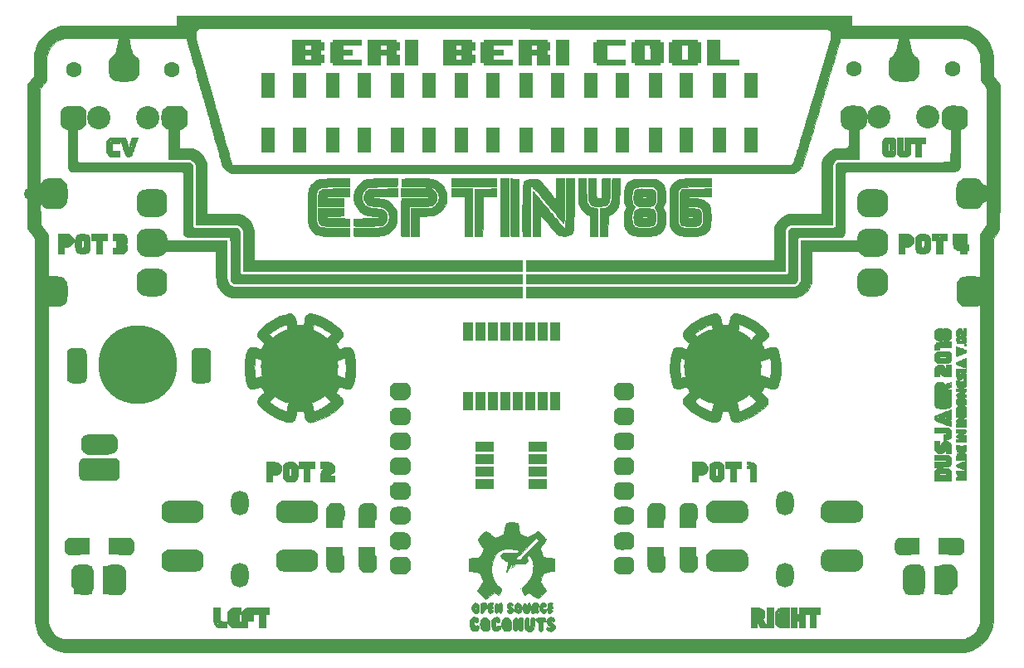
<source format=gbr>
G04 #@! TF.FileFunction,Soldermask,Top*
%FSLAX46Y46*%
G04 Gerber Fmt 4.6, Leading zero omitted, Abs format (unit mm)*
G04 Created by KiCad (PCBNEW 4.0.7-e0-6372~58~ubuntu16.04.1) date Sat Mar  2 19:42:23 2019*
%MOMM*%
%LPD*%
G01*
G04 APERTURE LIST*
%ADD10C,0.100000*%
%ADD11C,0.010000*%
%ADD12R,1.000000X1.900000*%
%ADD13C,2.400000*%
%ADD14O,2.800000X2.400000*%
%ADD15R,2.020000X1.720000*%
%ADD16R,1.720000X2.020000*%
%ADD17R,3.410000X1.910000*%
%ADD18O,3.410000X1.910000*%
%ADD19C,8.020000*%
%ADD20R,1.900000X3.000000*%
%ADD21C,2.381860*%
%ADD22C,1.600000*%
%ADD23R,1.400000X2.600000*%
%ADD24C,7.900000*%
%ADD25R,1.950000X1.000000*%
%ADD26O,1.820000X2.520000*%
G04 APERTURE END LIST*
D10*
D11*
G36*
X72396951Y-57113932D02*
X72394174Y-57162081D01*
X72390600Y-57229979D01*
X72386509Y-57311995D01*
X72382177Y-57402502D01*
X72377885Y-57495869D01*
X72376333Y-57530658D01*
X72372523Y-57614742D01*
X72368937Y-57689819D01*
X72365758Y-57752351D01*
X72363173Y-57798801D01*
X72361364Y-57825631D01*
X72360707Y-57830865D01*
X72347937Y-57831442D01*
X72311673Y-57832479D01*
X72253815Y-57833934D01*
X72176264Y-57835766D01*
X72080920Y-57837931D01*
X71969684Y-57840387D01*
X71844456Y-57843093D01*
X71707137Y-57846005D01*
X71559628Y-57849082D01*
X71403830Y-57852282D01*
X71335900Y-57853662D01*
X71092565Y-57858702D01*
X70873139Y-57863528D01*
X70676131Y-57868231D01*
X70500051Y-57872903D01*
X70343410Y-57877638D01*
X70204718Y-57882528D01*
X70082485Y-57887663D01*
X69975221Y-57893138D01*
X69881436Y-57899044D01*
X69799641Y-57905474D01*
X69728344Y-57912520D01*
X69666058Y-57920273D01*
X69611290Y-57928827D01*
X69562553Y-57938274D01*
X69518356Y-57948706D01*
X69477208Y-57960215D01*
X69443600Y-57970887D01*
X69345081Y-58010644D01*
X69261354Y-58060421D01*
X69191239Y-58122227D01*
X69133556Y-58198072D01*
X69087123Y-58289966D01*
X69050761Y-58399917D01*
X69023289Y-58529935D01*
X69003526Y-58682031D01*
X68999358Y-58727147D01*
X68996168Y-58778072D01*
X68993224Y-58851763D01*
X68990544Y-58945583D01*
X68988141Y-59056898D01*
X68986032Y-59183073D01*
X68984232Y-59321475D01*
X68982756Y-59469468D01*
X68981620Y-59624418D01*
X68980839Y-59783691D01*
X68980428Y-59944651D01*
X68980404Y-60104664D01*
X68980781Y-60261096D01*
X68981574Y-60411311D01*
X68982800Y-60552676D01*
X68984473Y-60682556D01*
X68986610Y-60798316D01*
X68987112Y-60820300D01*
X68990484Y-60950741D01*
X68993981Y-61059198D01*
X68997814Y-61149089D01*
X69002193Y-61223829D01*
X69007329Y-61286834D01*
X69013432Y-61341521D01*
X69020715Y-61391307D01*
X69023283Y-61406501D01*
X69052709Y-61541508D01*
X69091022Y-61654524D01*
X69139968Y-61747936D01*
X69201295Y-61824128D01*
X69276751Y-61885487D01*
X69368082Y-61934398D01*
X69426590Y-61957162D01*
X69467825Y-61970587D01*
X69511362Y-61982685D01*
X69558750Y-61993550D01*
X69611536Y-62003275D01*
X69671270Y-62011954D01*
X69739499Y-62019680D01*
X69817773Y-62026547D01*
X69907639Y-62032648D01*
X70010646Y-62038078D01*
X70128344Y-62042929D01*
X70262279Y-62047296D01*
X70414001Y-62051271D01*
X70585058Y-62054948D01*
X70776998Y-62058421D01*
X70991371Y-62061784D01*
X71208900Y-62064849D01*
X71365894Y-62066950D01*
X71517847Y-62068942D01*
X71662487Y-62070799D01*
X71797544Y-62072492D01*
X71920747Y-62073996D01*
X72029826Y-62075282D01*
X72122511Y-62076323D01*
X72196531Y-62077091D01*
X72249616Y-62077561D01*
X72278875Y-62077705D01*
X72390000Y-62077600D01*
X72390000Y-62928500D01*
X72234425Y-62926222D01*
X72196229Y-62925731D01*
X72135037Y-62925031D01*
X72053252Y-62924147D01*
X71953277Y-62923103D01*
X71837515Y-62921924D01*
X71708368Y-62920633D01*
X71568240Y-62919255D01*
X71419534Y-62917814D01*
X71264653Y-62916335D01*
X71120000Y-62914972D01*
X70876120Y-62912480D01*
X70656158Y-62909761D01*
X70458632Y-62906755D01*
X70282061Y-62903403D01*
X70124961Y-62899644D01*
X69985853Y-62895418D01*
X69863253Y-62890665D01*
X69755681Y-62885326D01*
X69661654Y-62879341D01*
X69579691Y-62872649D01*
X69508309Y-62865190D01*
X69446028Y-62856905D01*
X69391366Y-62847733D01*
X69373750Y-62844301D01*
X69180746Y-62794016D01*
X69003874Y-62724328D01*
X68842687Y-62634882D01*
X68696735Y-62525327D01*
X68565570Y-62395307D01*
X68448745Y-62244470D01*
X68345811Y-62072462D01*
X68313251Y-62007750D01*
X68284609Y-61945231D01*
X68257361Y-61880577D01*
X68235425Y-61823322D01*
X68226490Y-61796639D01*
X68217880Y-61767629D01*
X68210145Y-61739037D01*
X68203240Y-61709412D01*
X68197117Y-61677303D01*
X68191729Y-61641259D01*
X68187030Y-61599829D01*
X68182972Y-61551562D01*
X68179509Y-61495007D01*
X68176593Y-61428714D01*
X68174178Y-61351232D01*
X68172217Y-61261109D01*
X68170664Y-61156896D01*
X68169470Y-61037140D01*
X68168590Y-60900392D01*
X68167977Y-60745199D01*
X68167583Y-60570113D01*
X68167362Y-60373681D01*
X68167267Y-60154452D01*
X68167250Y-59963050D01*
X68167238Y-59719367D01*
X68167273Y-59499618D01*
X68167459Y-59302337D01*
X68167902Y-59126058D01*
X68168707Y-58969314D01*
X68169977Y-58830640D01*
X68171819Y-58708569D01*
X68174336Y-58601636D01*
X68177635Y-58508373D01*
X68181819Y-58427316D01*
X68186994Y-58356999D01*
X68193265Y-58295954D01*
X68200736Y-58242716D01*
X68209512Y-58195819D01*
X68219698Y-58153797D01*
X68231400Y-58115183D01*
X68244722Y-58078512D01*
X68259768Y-58042318D01*
X68276645Y-58005134D01*
X68295456Y-57965495D01*
X68312748Y-57929396D01*
X68372056Y-57811320D01*
X68428834Y-57712318D01*
X68486793Y-57626848D01*
X68549647Y-57549363D01*
X68610266Y-57485066D01*
X68703002Y-57400232D01*
X68802038Y-57326316D01*
X68913966Y-57258847D01*
X69029206Y-57200858D01*
X69081966Y-57176685D01*
X69132353Y-57155103D01*
X69182100Y-57135937D01*
X69232939Y-57119015D01*
X69286600Y-57104160D01*
X69344815Y-57091199D01*
X69409317Y-57079957D01*
X69481837Y-57070261D01*
X69564107Y-57061935D01*
X69657858Y-57054806D01*
X69764822Y-57048699D01*
X69886730Y-57043440D01*
X70025315Y-57038855D01*
X70182308Y-57034769D01*
X70359441Y-57031008D01*
X70558445Y-57027397D01*
X70781053Y-57023762D01*
X70789800Y-57023625D01*
X70944921Y-57021159D01*
X71104586Y-57018573D01*
X71264876Y-57015935D01*
X71421873Y-57013310D01*
X71571660Y-57010765D01*
X71710319Y-57008366D01*
X71833932Y-57006180D01*
X71938583Y-57004272D01*
X71993975Y-57003225D01*
X72404400Y-56995314D01*
X72396951Y-57113932D01*
X72396951Y-57113932D01*
G37*
X72396951Y-57113932D02*
X72394174Y-57162081D01*
X72390600Y-57229979D01*
X72386509Y-57311995D01*
X72382177Y-57402502D01*
X72377885Y-57495869D01*
X72376333Y-57530658D01*
X72372523Y-57614742D01*
X72368937Y-57689819D01*
X72365758Y-57752351D01*
X72363173Y-57798801D01*
X72361364Y-57825631D01*
X72360707Y-57830865D01*
X72347937Y-57831442D01*
X72311673Y-57832479D01*
X72253815Y-57833934D01*
X72176264Y-57835766D01*
X72080920Y-57837931D01*
X71969684Y-57840387D01*
X71844456Y-57843093D01*
X71707137Y-57846005D01*
X71559628Y-57849082D01*
X71403830Y-57852282D01*
X71335900Y-57853662D01*
X71092565Y-57858702D01*
X70873139Y-57863528D01*
X70676131Y-57868231D01*
X70500051Y-57872903D01*
X70343410Y-57877638D01*
X70204718Y-57882528D01*
X70082485Y-57887663D01*
X69975221Y-57893138D01*
X69881436Y-57899044D01*
X69799641Y-57905474D01*
X69728344Y-57912520D01*
X69666058Y-57920273D01*
X69611290Y-57928827D01*
X69562553Y-57938274D01*
X69518356Y-57948706D01*
X69477208Y-57960215D01*
X69443600Y-57970887D01*
X69345081Y-58010644D01*
X69261354Y-58060421D01*
X69191239Y-58122227D01*
X69133556Y-58198072D01*
X69087123Y-58289966D01*
X69050761Y-58399917D01*
X69023289Y-58529935D01*
X69003526Y-58682031D01*
X68999358Y-58727147D01*
X68996168Y-58778072D01*
X68993224Y-58851763D01*
X68990544Y-58945583D01*
X68988141Y-59056898D01*
X68986032Y-59183073D01*
X68984232Y-59321475D01*
X68982756Y-59469468D01*
X68981620Y-59624418D01*
X68980839Y-59783691D01*
X68980428Y-59944651D01*
X68980404Y-60104664D01*
X68980781Y-60261096D01*
X68981574Y-60411311D01*
X68982800Y-60552676D01*
X68984473Y-60682556D01*
X68986610Y-60798316D01*
X68987112Y-60820300D01*
X68990484Y-60950741D01*
X68993981Y-61059198D01*
X68997814Y-61149089D01*
X69002193Y-61223829D01*
X69007329Y-61286834D01*
X69013432Y-61341521D01*
X69020715Y-61391307D01*
X69023283Y-61406501D01*
X69052709Y-61541508D01*
X69091022Y-61654524D01*
X69139968Y-61747936D01*
X69201295Y-61824128D01*
X69276751Y-61885487D01*
X69368082Y-61934398D01*
X69426590Y-61957162D01*
X69467825Y-61970587D01*
X69511362Y-61982685D01*
X69558750Y-61993550D01*
X69611536Y-62003275D01*
X69671270Y-62011954D01*
X69739499Y-62019680D01*
X69817773Y-62026547D01*
X69907639Y-62032648D01*
X70010646Y-62038078D01*
X70128344Y-62042929D01*
X70262279Y-62047296D01*
X70414001Y-62051271D01*
X70585058Y-62054948D01*
X70776998Y-62058421D01*
X70991371Y-62061784D01*
X71208900Y-62064849D01*
X71365894Y-62066950D01*
X71517847Y-62068942D01*
X71662487Y-62070799D01*
X71797544Y-62072492D01*
X71920747Y-62073996D01*
X72029826Y-62075282D01*
X72122511Y-62076323D01*
X72196531Y-62077091D01*
X72249616Y-62077561D01*
X72278875Y-62077705D01*
X72390000Y-62077600D01*
X72390000Y-62928500D01*
X72234425Y-62926222D01*
X72196229Y-62925731D01*
X72135037Y-62925031D01*
X72053252Y-62924147D01*
X71953277Y-62923103D01*
X71837515Y-62921924D01*
X71708368Y-62920633D01*
X71568240Y-62919255D01*
X71419534Y-62917814D01*
X71264653Y-62916335D01*
X71120000Y-62914972D01*
X70876120Y-62912480D01*
X70656158Y-62909761D01*
X70458632Y-62906755D01*
X70282061Y-62903403D01*
X70124961Y-62899644D01*
X69985853Y-62895418D01*
X69863253Y-62890665D01*
X69755681Y-62885326D01*
X69661654Y-62879341D01*
X69579691Y-62872649D01*
X69508309Y-62865190D01*
X69446028Y-62856905D01*
X69391366Y-62847733D01*
X69373750Y-62844301D01*
X69180746Y-62794016D01*
X69003874Y-62724328D01*
X68842687Y-62634882D01*
X68696735Y-62525327D01*
X68565570Y-62395307D01*
X68448745Y-62244470D01*
X68345811Y-62072462D01*
X68313251Y-62007750D01*
X68284609Y-61945231D01*
X68257361Y-61880577D01*
X68235425Y-61823322D01*
X68226490Y-61796639D01*
X68217880Y-61767629D01*
X68210145Y-61739037D01*
X68203240Y-61709412D01*
X68197117Y-61677303D01*
X68191729Y-61641259D01*
X68187030Y-61599829D01*
X68182972Y-61551562D01*
X68179509Y-61495007D01*
X68176593Y-61428714D01*
X68174178Y-61351232D01*
X68172217Y-61261109D01*
X68170664Y-61156896D01*
X68169470Y-61037140D01*
X68168590Y-60900392D01*
X68167977Y-60745199D01*
X68167583Y-60570113D01*
X68167362Y-60373681D01*
X68167267Y-60154452D01*
X68167250Y-59963050D01*
X68167238Y-59719367D01*
X68167273Y-59499618D01*
X68167459Y-59302337D01*
X68167902Y-59126058D01*
X68168707Y-58969314D01*
X68169977Y-58830640D01*
X68171819Y-58708569D01*
X68174336Y-58601636D01*
X68177635Y-58508373D01*
X68181819Y-58427316D01*
X68186994Y-58356999D01*
X68193265Y-58295954D01*
X68200736Y-58242716D01*
X68209512Y-58195819D01*
X68219698Y-58153797D01*
X68231400Y-58115183D01*
X68244722Y-58078512D01*
X68259768Y-58042318D01*
X68276645Y-58005134D01*
X68295456Y-57965495D01*
X68312748Y-57929396D01*
X68372056Y-57811320D01*
X68428834Y-57712318D01*
X68486793Y-57626848D01*
X68549647Y-57549363D01*
X68610266Y-57485066D01*
X68703002Y-57400232D01*
X68802038Y-57326316D01*
X68913966Y-57258847D01*
X69029206Y-57200858D01*
X69081966Y-57176685D01*
X69132353Y-57155103D01*
X69182100Y-57135937D01*
X69232939Y-57119015D01*
X69286600Y-57104160D01*
X69344815Y-57091199D01*
X69409317Y-57079957D01*
X69481837Y-57070261D01*
X69564107Y-57061935D01*
X69657858Y-57054806D01*
X69764822Y-57048699D01*
X69886730Y-57043440D01*
X70025315Y-57038855D01*
X70182308Y-57034769D01*
X70359441Y-57031008D01*
X70558445Y-57027397D01*
X70781053Y-57023762D01*
X70789800Y-57023625D01*
X70944921Y-57021159D01*
X71104586Y-57018573D01*
X71264876Y-57015935D01*
X71421873Y-57013310D01*
X71571660Y-57010765D01*
X71710319Y-57008366D01*
X71833932Y-57006180D01*
X71938583Y-57004272D01*
X71993975Y-57003225D01*
X72404400Y-56995314D01*
X72396951Y-57113932D01*
G36*
X80714850Y-58051964D02*
X80822800Y-58134604D01*
X80954084Y-58242187D01*
X81061793Y-58346759D01*
X81147190Y-58450608D01*
X81211540Y-58556022D01*
X81256107Y-58665290D01*
X81282156Y-58780701D01*
X81290951Y-58904542D01*
X81288838Y-58977993D01*
X81278803Y-59082299D01*
X81260556Y-59173881D01*
X81231323Y-59263182D01*
X81188325Y-59360647D01*
X81185653Y-59366150D01*
X81110464Y-59497339D01*
X81023328Y-59607508D01*
X80925032Y-59695977D01*
X80816362Y-59762067D01*
X80698105Y-59805098D01*
X80670721Y-59811435D01*
X80632141Y-59818418D01*
X80585575Y-59824769D01*
X80529422Y-59830555D01*
X80462080Y-59835846D01*
X80381950Y-59840712D01*
X80287430Y-59845221D01*
X80176920Y-59849443D01*
X80048819Y-59853446D01*
X79901526Y-59857300D01*
X79733441Y-59861074D01*
X79542963Y-59864837D01*
X79355950Y-59868187D01*
X79212081Y-59870734D01*
X79075542Y-59873283D01*
X78948480Y-59875787D01*
X78833039Y-59878196D01*
X78731365Y-59880461D01*
X78645604Y-59882535D01*
X78577902Y-59884369D01*
X78530404Y-59885913D01*
X78505256Y-59887121D01*
X78501875Y-59887515D01*
X78499398Y-59892969D01*
X78497176Y-59908483D01*
X78495196Y-59935195D01*
X78493447Y-59974243D01*
X78491916Y-60026765D01*
X78490591Y-60093900D01*
X78489462Y-60176784D01*
X78488515Y-60276556D01*
X78487739Y-60394353D01*
X78487123Y-60531314D01*
X78486653Y-60688576D01*
X78486319Y-60867278D01*
X78486109Y-61068557D01*
X78486011Y-61293551D01*
X78486000Y-61410451D01*
X78486000Y-62928500D01*
X78241525Y-62926753D01*
X78155122Y-62925600D01*
X78068040Y-62923494D01*
X77987116Y-62920665D01*
X77919187Y-62917346D01*
X77878197Y-62914441D01*
X77816112Y-62906816D01*
X77760553Y-62896187D01*
X77719909Y-62884240D01*
X77713097Y-62881262D01*
X77666850Y-62858650D01*
X77658995Y-62712600D01*
X77657273Y-62667043D01*
X77655791Y-62600139D01*
X77654540Y-62513627D01*
X77653514Y-62409243D01*
X77652703Y-62288726D01*
X77652102Y-62153813D01*
X77651700Y-62006242D01*
X77651492Y-61847752D01*
X77651468Y-61680080D01*
X77651621Y-61504964D01*
X77651943Y-61324141D01*
X77652427Y-61139350D01*
X77653064Y-60952329D01*
X77653846Y-60764815D01*
X77654767Y-60578547D01*
X77655817Y-60395261D01*
X77656989Y-60216697D01*
X77658276Y-60044591D01*
X77659668Y-59880682D01*
X77661160Y-59726708D01*
X77662741Y-59584406D01*
X77664406Y-59455515D01*
X77666146Y-59341771D01*
X77667952Y-59244914D01*
X77669818Y-59166681D01*
X77671735Y-59108809D01*
X77673696Y-59073037D01*
X77675490Y-59061176D01*
X77689140Y-59059752D01*
X77726154Y-59058090D01*
X77784495Y-59056232D01*
X77862128Y-59054223D01*
X77957019Y-59052105D01*
X78067131Y-59049922D01*
X78190429Y-59047717D01*
X78324877Y-59045532D01*
X78468441Y-59043412D01*
X78589404Y-59041779D01*
X78839281Y-59038319D01*
X79074634Y-59034605D01*
X79294443Y-59030665D01*
X79497690Y-59026527D01*
X79683354Y-59022220D01*
X79850416Y-59017773D01*
X79997858Y-59013214D01*
X80124658Y-59008571D01*
X80229799Y-59003874D01*
X80312260Y-58999150D01*
X80371021Y-58994427D01*
X80396577Y-58991286D01*
X80450940Y-58978843D01*
X80487207Y-58962239D01*
X80502650Y-58943103D01*
X80499916Y-58929563D01*
X80482664Y-58916159D01*
X80447810Y-58903941D01*
X80394737Y-58892880D01*
X80322828Y-58882947D01*
X80231468Y-58874115D01*
X80120037Y-58866355D01*
X79987922Y-58859638D01*
X79834503Y-58853937D01*
X79659165Y-58849221D01*
X79461292Y-58845464D01*
X79240265Y-58842637D01*
X78995469Y-58840710D01*
X78726286Y-58839656D01*
X78546325Y-58839429D01*
X77635100Y-58839100D01*
X77635100Y-58051700D01*
X80714850Y-58051964D01*
X80714850Y-58051964D01*
G37*
X80714850Y-58051964D02*
X80822800Y-58134604D01*
X80954084Y-58242187D01*
X81061793Y-58346759D01*
X81147190Y-58450608D01*
X81211540Y-58556022D01*
X81256107Y-58665290D01*
X81282156Y-58780701D01*
X81290951Y-58904542D01*
X81288838Y-58977993D01*
X81278803Y-59082299D01*
X81260556Y-59173881D01*
X81231323Y-59263182D01*
X81188325Y-59360647D01*
X81185653Y-59366150D01*
X81110464Y-59497339D01*
X81023328Y-59607508D01*
X80925032Y-59695977D01*
X80816362Y-59762067D01*
X80698105Y-59805098D01*
X80670721Y-59811435D01*
X80632141Y-59818418D01*
X80585575Y-59824769D01*
X80529422Y-59830555D01*
X80462080Y-59835846D01*
X80381950Y-59840712D01*
X80287430Y-59845221D01*
X80176920Y-59849443D01*
X80048819Y-59853446D01*
X79901526Y-59857300D01*
X79733441Y-59861074D01*
X79542963Y-59864837D01*
X79355950Y-59868187D01*
X79212081Y-59870734D01*
X79075542Y-59873283D01*
X78948480Y-59875787D01*
X78833039Y-59878196D01*
X78731365Y-59880461D01*
X78645604Y-59882535D01*
X78577902Y-59884369D01*
X78530404Y-59885913D01*
X78505256Y-59887121D01*
X78501875Y-59887515D01*
X78499398Y-59892969D01*
X78497176Y-59908483D01*
X78495196Y-59935195D01*
X78493447Y-59974243D01*
X78491916Y-60026765D01*
X78490591Y-60093900D01*
X78489462Y-60176784D01*
X78488515Y-60276556D01*
X78487739Y-60394353D01*
X78487123Y-60531314D01*
X78486653Y-60688576D01*
X78486319Y-60867278D01*
X78486109Y-61068557D01*
X78486011Y-61293551D01*
X78486000Y-61410451D01*
X78486000Y-62928500D01*
X78241525Y-62926753D01*
X78155122Y-62925600D01*
X78068040Y-62923494D01*
X77987116Y-62920665D01*
X77919187Y-62917346D01*
X77878197Y-62914441D01*
X77816112Y-62906816D01*
X77760553Y-62896187D01*
X77719909Y-62884240D01*
X77713097Y-62881262D01*
X77666850Y-62858650D01*
X77658995Y-62712600D01*
X77657273Y-62667043D01*
X77655791Y-62600139D01*
X77654540Y-62513627D01*
X77653514Y-62409243D01*
X77652703Y-62288726D01*
X77652102Y-62153813D01*
X77651700Y-62006242D01*
X77651492Y-61847752D01*
X77651468Y-61680080D01*
X77651621Y-61504964D01*
X77651943Y-61324141D01*
X77652427Y-61139350D01*
X77653064Y-60952329D01*
X77653846Y-60764815D01*
X77654767Y-60578547D01*
X77655817Y-60395261D01*
X77656989Y-60216697D01*
X77658276Y-60044591D01*
X77659668Y-59880682D01*
X77661160Y-59726708D01*
X77662741Y-59584406D01*
X77664406Y-59455515D01*
X77666146Y-59341771D01*
X77667952Y-59244914D01*
X77669818Y-59166681D01*
X77671735Y-59108809D01*
X77673696Y-59073037D01*
X77675490Y-59061176D01*
X77689140Y-59059752D01*
X77726154Y-59058090D01*
X77784495Y-59056232D01*
X77862128Y-59054223D01*
X77957019Y-59052105D01*
X78067131Y-59049922D01*
X78190429Y-59047717D01*
X78324877Y-59045532D01*
X78468441Y-59043412D01*
X78589404Y-59041779D01*
X78839281Y-59038319D01*
X79074634Y-59034605D01*
X79294443Y-59030665D01*
X79497690Y-59026527D01*
X79683354Y-59022220D01*
X79850416Y-59017773D01*
X79997858Y-59013214D01*
X80124658Y-59008571D01*
X80229799Y-59003874D01*
X80312260Y-58999150D01*
X80371021Y-58994427D01*
X80396577Y-58991286D01*
X80450940Y-58978843D01*
X80487207Y-58962239D01*
X80502650Y-58943103D01*
X80499916Y-58929563D01*
X80482664Y-58916159D01*
X80447810Y-58903941D01*
X80394737Y-58892880D01*
X80322828Y-58882947D01*
X80231468Y-58874115D01*
X80120037Y-58866355D01*
X79987922Y-58859638D01*
X79834503Y-58853937D01*
X79659165Y-58849221D01*
X79461292Y-58845464D01*
X79240265Y-58842637D01*
X78995469Y-58840710D01*
X78726286Y-58839656D01*
X78546325Y-58839429D01*
X77635100Y-58839100D01*
X77635100Y-58051700D01*
X80714850Y-58051964D01*
G36*
X79696052Y-57023614D02*
X79868201Y-57024413D01*
X80022008Y-57025802D01*
X80155990Y-57027779D01*
X80268663Y-57030341D01*
X80358543Y-57033483D01*
X80410266Y-57036229D01*
X80586423Y-57050417D01*
X80741363Y-57069233D01*
X80879031Y-57093828D01*
X81003370Y-57125351D01*
X81118325Y-57164952D01*
X81227839Y-57213783D01*
X81335858Y-57272992D01*
X81432400Y-57334321D01*
X81614121Y-57470479D01*
X81776793Y-57621640D01*
X81919670Y-57786376D01*
X82042004Y-57963257D01*
X82143050Y-58150853D01*
X82222060Y-58347734D01*
X82278289Y-58552472D01*
X82310988Y-58763637D01*
X82319412Y-58979799D01*
X82317855Y-59029684D01*
X82295809Y-59243955D01*
X82249162Y-59453310D01*
X82178419Y-59656694D01*
X82084084Y-59853057D01*
X81966660Y-60041345D01*
X81826651Y-60220506D01*
X81668680Y-60385585D01*
X81544192Y-60496126D01*
X81423908Y-60586170D01*
X81302788Y-60658877D01*
X81175791Y-60717407D01*
X81089500Y-60748755D01*
X81019527Y-60770735D01*
X80952851Y-60788841D01*
X80885680Y-60803554D01*
X80814224Y-60815357D01*
X80734691Y-60824731D01*
X80643292Y-60832159D01*
X80536235Y-60838124D01*
X80409730Y-60843107D01*
X80327500Y-60845692D01*
X80167963Y-60850462D01*
X80031857Y-60854815D01*
X79917216Y-60858970D01*
X79822078Y-60863143D01*
X79744481Y-60867553D01*
X79682460Y-60872416D01*
X79634054Y-60877951D01*
X79597300Y-60884375D01*
X79570233Y-60891906D01*
X79550892Y-60900761D01*
X79537313Y-60911159D01*
X79527533Y-60923316D01*
X79520779Y-60935123D01*
X79512456Y-60953905D01*
X79505147Y-60977152D01*
X79498767Y-61006593D01*
X79493235Y-61043958D01*
X79488467Y-61090977D01*
X79484381Y-61149380D01*
X79480894Y-61220897D01*
X79477923Y-61307258D01*
X79475385Y-61410193D01*
X79473198Y-61531431D01*
X79471278Y-61672703D01*
X79469543Y-61835739D01*
X79467909Y-62022268D01*
X79467745Y-62042675D01*
X79460671Y-62928500D01*
X78676500Y-62928500D01*
X78676500Y-60073021D01*
X78755875Y-60066037D01*
X78781177Y-60064733D01*
X78829725Y-60063132D01*
X78899365Y-60061276D01*
X78987945Y-60059210D01*
X79093312Y-60056978D01*
X79213313Y-60054622D01*
X79345797Y-60052187D01*
X79488610Y-60049716D01*
X79639599Y-60047253D01*
X79796613Y-60044842D01*
X79813150Y-60044597D01*
X80791050Y-60030140D01*
X80841850Y-59990818D01*
X80986006Y-59875415D01*
X81108557Y-59768321D01*
X81210970Y-59667220D01*
X81294713Y-59569799D01*
X81361252Y-59473742D01*
X81412054Y-59376737D01*
X81448588Y-59276467D01*
X81472318Y-59170620D01*
X81484714Y-59056880D01*
X81487426Y-58972450D01*
X81484235Y-58857532D01*
X81471891Y-58755714D01*
X81448448Y-58658570D01*
X81411959Y-58557677D01*
X81370083Y-58464450D01*
X81285802Y-58314558D01*
X81185563Y-58182638D01*
X81070666Y-58070231D01*
X80980622Y-58002924D01*
X80944694Y-57981105D01*
X80906430Y-57962564D01*
X80863299Y-57946926D01*
X80812770Y-57933819D01*
X80752312Y-57922868D01*
X80679394Y-57913698D01*
X80591485Y-57905937D01*
X80486054Y-57899208D01*
X80360569Y-57893139D01*
X80212499Y-57887356D01*
X80194366Y-57886708D01*
X80130150Y-57884636D01*
X80044782Y-57882195D01*
X79940780Y-57879440D01*
X79820664Y-57876424D01*
X79686951Y-57873199D01*
X79542160Y-57869818D01*
X79388811Y-57866335D01*
X79229421Y-57862803D01*
X79066510Y-57859275D01*
X78902596Y-57855803D01*
X78740197Y-57852442D01*
X78581832Y-57849243D01*
X78430021Y-57846260D01*
X78287281Y-57843546D01*
X78156131Y-57841154D01*
X78039090Y-57839138D01*
X77938676Y-57837549D01*
X77857409Y-57836442D01*
X77797806Y-57835869D01*
X77777628Y-57835800D01*
X77673200Y-57835800D01*
X77673200Y-57039856D01*
X78361090Y-57031428D01*
X78612126Y-57028607D01*
X78853723Y-57026399D01*
X79084398Y-57024799D01*
X79302667Y-57023803D01*
X79507047Y-57023410D01*
X79696052Y-57023614D01*
X79696052Y-57023614D01*
G37*
X79696052Y-57023614D02*
X79868201Y-57024413D01*
X80022008Y-57025802D01*
X80155990Y-57027779D01*
X80268663Y-57030341D01*
X80358543Y-57033483D01*
X80410266Y-57036229D01*
X80586423Y-57050417D01*
X80741363Y-57069233D01*
X80879031Y-57093828D01*
X81003370Y-57125351D01*
X81118325Y-57164952D01*
X81227839Y-57213783D01*
X81335858Y-57272992D01*
X81432400Y-57334321D01*
X81614121Y-57470479D01*
X81776793Y-57621640D01*
X81919670Y-57786376D01*
X82042004Y-57963257D01*
X82143050Y-58150853D01*
X82222060Y-58347734D01*
X82278289Y-58552472D01*
X82310988Y-58763637D01*
X82319412Y-58979799D01*
X82317855Y-59029684D01*
X82295809Y-59243955D01*
X82249162Y-59453310D01*
X82178419Y-59656694D01*
X82084084Y-59853057D01*
X81966660Y-60041345D01*
X81826651Y-60220506D01*
X81668680Y-60385585D01*
X81544192Y-60496126D01*
X81423908Y-60586170D01*
X81302788Y-60658877D01*
X81175791Y-60717407D01*
X81089500Y-60748755D01*
X81019527Y-60770735D01*
X80952851Y-60788841D01*
X80885680Y-60803554D01*
X80814224Y-60815357D01*
X80734691Y-60824731D01*
X80643292Y-60832159D01*
X80536235Y-60838124D01*
X80409730Y-60843107D01*
X80327500Y-60845692D01*
X80167963Y-60850462D01*
X80031857Y-60854815D01*
X79917216Y-60858970D01*
X79822078Y-60863143D01*
X79744481Y-60867553D01*
X79682460Y-60872416D01*
X79634054Y-60877951D01*
X79597300Y-60884375D01*
X79570233Y-60891906D01*
X79550892Y-60900761D01*
X79537313Y-60911159D01*
X79527533Y-60923316D01*
X79520779Y-60935123D01*
X79512456Y-60953905D01*
X79505147Y-60977152D01*
X79498767Y-61006593D01*
X79493235Y-61043958D01*
X79488467Y-61090977D01*
X79484381Y-61149380D01*
X79480894Y-61220897D01*
X79477923Y-61307258D01*
X79475385Y-61410193D01*
X79473198Y-61531431D01*
X79471278Y-61672703D01*
X79469543Y-61835739D01*
X79467909Y-62022268D01*
X79467745Y-62042675D01*
X79460671Y-62928500D01*
X78676500Y-62928500D01*
X78676500Y-60073021D01*
X78755875Y-60066037D01*
X78781177Y-60064733D01*
X78829725Y-60063132D01*
X78899365Y-60061276D01*
X78987945Y-60059210D01*
X79093312Y-60056978D01*
X79213313Y-60054622D01*
X79345797Y-60052187D01*
X79488610Y-60049716D01*
X79639599Y-60047253D01*
X79796613Y-60044842D01*
X79813150Y-60044597D01*
X80791050Y-60030140D01*
X80841850Y-59990818D01*
X80986006Y-59875415D01*
X81108557Y-59768321D01*
X81210970Y-59667220D01*
X81294713Y-59569799D01*
X81361252Y-59473742D01*
X81412054Y-59376737D01*
X81448588Y-59276467D01*
X81472318Y-59170620D01*
X81484714Y-59056880D01*
X81487426Y-58972450D01*
X81484235Y-58857532D01*
X81471891Y-58755714D01*
X81448448Y-58658570D01*
X81411959Y-58557677D01*
X81370083Y-58464450D01*
X81285802Y-58314558D01*
X81185563Y-58182638D01*
X81070666Y-58070231D01*
X80980622Y-58002924D01*
X80944694Y-57981105D01*
X80906430Y-57962564D01*
X80863299Y-57946926D01*
X80812770Y-57933819D01*
X80752312Y-57922868D01*
X80679394Y-57913698D01*
X80591485Y-57905937D01*
X80486054Y-57899208D01*
X80360569Y-57893139D01*
X80212499Y-57887356D01*
X80194366Y-57886708D01*
X80130150Y-57884636D01*
X80044782Y-57882195D01*
X79940780Y-57879440D01*
X79820664Y-57876424D01*
X79686951Y-57873199D01*
X79542160Y-57869818D01*
X79388811Y-57866335D01*
X79229421Y-57862803D01*
X79066510Y-57859275D01*
X78902596Y-57855803D01*
X78740197Y-57852442D01*
X78581832Y-57849243D01*
X78430021Y-57846260D01*
X78287281Y-57843546D01*
X78156131Y-57841154D01*
X78039090Y-57839138D01*
X77938676Y-57837549D01*
X77857409Y-57836442D01*
X77797806Y-57835869D01*
X77777628Y-57835800D01*
X77673200Y-57835800D01*
X77673200Y-57039856D01*
X78361090Y-57031428D01*
X78612126Y-57028607D01*
X78853723Y-57026399D01*
X79084398Y-57024799D01*
X79302667Y-57023803D01*
X79507047Y-57023410D01*
X79696052Y-57023614D01*
G36*
X84950300Y-62928500D02*
X84165964Y-62928500D01*
X84157164Y-62023625D01*
X84155613Y-61860914D01*
X84153916Y-61677189D01*
X84152111Y-61476835D01*
X84150237Y-61264235D01*
X84148329Y-61043775D01*
X84146427Y-60819839D01*
X84144567Y-60596812D01*
X84142788Y-60379079D01*
X84141127Y-60171025D01*
X84139757Y-59994800D01*
X84131150Y-58870850D01*
X83851750Y-58862975D01*
X83763600Y-58860553D01*
X83656620Y-58857714D01*
X83537370Y-58854626D01*
X83412414Y-58851458D01*
X83288313Y-58848376D01*
X83171629Y-58845550D01*
X83169125Y-58845491D01*
X82765900Y-58835881D01*
X82765900Y-58051700D01*
X84950300Y-58051700D01*
X84950300Y-62928500D01*
X84950300Y-62928500D01*
G37*
X84950300Y-62928500D02*
X84165964Y-62928500D01*
X84157164Y-62023625D01*
X84155613Y-61860914D01*
X84153916Y-61677189D01*
X84152111Y-61476835D01*
X84150237Y-61264235D01*
X84148329Y-61043775D01*
X84146427Y-60819839D01*
X84144567Y-60596812D01*
X84142788Y-60379079D01*
X84141127Y-60171025D01*
X84139757Y-59994800D01*
X84131150Y-58870850D01*
X83851750Y-58862975D01*
X83763600Y-58860553D01*
X83656620Y-58857714D01*
X83537370Y-58854626D01*
X83412414Y-58851458D01*
X83288313Y-58848376D01*
X83171629Y-58845550D01*
X83169125Y-58845491D01*
X82765900Y-58835881D01*
X82765900Y-58051700D01*
X84950300Y-58051700D01*
X84950300Y-62928500D01*
G36*
X88607900Y-62928500D02*
X87820500Y-62928500D01*
X87820500Y-57010300D01*
X88607900Y-57010300D01*
X88607900Y-62928500D01*
X88607900Y-62928500D01*
G37*
X88607900Y-62928500D02*
X87820500Y-62928500D01*
X87820500Y-57010300D01*
X88607900Y-57010300D01*
X88607900Y-62928500D01*
G36*
X95284267Y-59483625D02*
X95283535Y-59789717D01*
X95282810Y-60071513D01*
X95282071Y-60330114D01*
X95281297Y-60566625D01*
X95280467Y-60782148D01*
X95279562Y-60977786D01*
X95278560Y-61154643D01*
X95277441Y-61313821D01*
X95276184Y-61456422D01*
X95274768Y-61583552D01*
X95273173Y-61696311D01*
X95271379Y-61795805D01*
X95269363Y-61883134D01*
X95267107Y-61959403D01*
X95264589Y-62025714D01*
X95261789Y-62083172D01*
X95258685Y-62132877D01*
X95255258Y-62175934D01*
X95251486Y-62213446D01*
X95247350Y-62246516D01*
X95242828Y-62276246D01*
X95237899Y-62303740D01*
X95232544Y-62330101D01*
X95230852Y-62337950D01*
X95194199Y-62447633D01*
X95134795Y-62548654D01*
X95054231Y-62639608D01*
X94954096Y-62719090D01*
X94835980Y-62785697D01*
X94701474Y-62838024D01*
X94646750Y-62853780D01*
X94568838Y-62869163D01*
X94472723Y-62880305D01*
X94365279Y-62886998D01*
X94253382Y-62889033D01*
X94143905Y-62886200D01*
X94043722Y-62878292D01*
X94005158Y-62873270D01*
X93940174Y-62862870D01*
X93880340Y-62851250D01*
X93824374Y-62837267D01*
X93770995Y-62819782D01*
X93718924Y-62797653D01*
X93666879Y-62769738D01*
X93613580Y-62734896D01*
X93557745Y-62691986D01*
X93498095Y-62639867D01*
X93433347Y-62577397D01*
X93362223Y-62503434D01*
X93283440Y-62416839D01*
X93195718Y-62316469D01*
X93097776Y-62201183D01*
X92988334Y-62069840D01*
X92866111Y-61921298D01*
X92729825Y-61754416D01*
X92677578Y-61690250D01*
X92535687Y-61517114D01*
X92407887Y-61363761D01*
X92293448Y-61229343D01*
X92191641Y-61113015D01*
X92101737Y-61013930D01*
X92026551Y-60934859D01*
X91977419Y-60885426D01*
X91942646Y-60852683D01*
X91919511Y-60834523D01*
X91905291Y-60828836D01*
X91897265Y-60833514D01*
X91896779Y-60834327D01*
X91889559Y-60853115D01*
X91883109Y-60883285D01*
X91877377Y-60926150D01*
X91872311Y-60983028D01*
X91867859Y-61055232D01*
X91863970Y-61144078D01*
X91860592Y-61250881D01*
X91857674Y-61376956D01*
X91855163Y-61523619D01*
X91853009Y-61692184D01*
X91851160Y-61883966D01*
X91850083Y-62023625D01*
X91843679Y-62928500D01*
X91453456Y-62928500D01*
X91356328Y-62928234D01*
X91267475Y-62927481D01*
X91190054Y-62926309D01*
X91127220Y-62924784D01*
X91082131Y-62922974D01*
X91057944Y-62920945D01*
X91054766Y-62920033D01*
X91053260Y-62906027D01*
X91051919Y-62868315D01*
X91050741Y-62808594D01*
X91049723Y-62728557D01*
X91048863Y-62629899D01*
X91048160Y-62514315D01*
X91047611Y-62383499D01*
X91047215Y-62239146D01*
X91046969Y-62082951D01*
X91046870Y-61916608D01*
X91046918Y-61741811D01*
X91047109Y-61560256D01*
X91047442Y-61373637D01*
X91047915Y-61183649D01*
X91048526Y-60991986D01*
X91049272Y-60800343D01*
X91050151Y-60610414D01*
X91051162Y-60423894D01*
X91052302Y-60242479D01*
X91053569Y-60067861D01*
X91054961Y-59901737D01*
X91056476Y-59745801D01*
X91058112Y-59601746D01*
X91058936Y-59537600D01*
X91062186Y-59314257D01*
X91065634Y-59115633D01*
X91069307Y-58941045D01*
X91073233Y-58789813D01*
X91077439Y-58661255D01*
X91081952Y-58554690D01*
X91086798Y-58469437D01*
X91092006Y-58404814D01*
X91097601Y-58360140D01*
X91103611Y-58334733D01*
X91106897Y-58328922D01*
X91114227Y-58331753D01*
X91130822Y-58346271D01*
X91157113Y-58372983D01*
X91193533Y-58412400D01*
X91240513Y-58465033D01*
X91298486Y-58531390D01*
X91367882Y-58611982D01*
X91449133Y-58707319D01*
X91542671Y-58817911D01*
X91648928Y-58944267D01*
X91768336Y-59086897D01*
X91901326Y-59246312D01*
X92048329Y-59423021D01*
X92209779Y-59617534D01*
X92386105Y-59830361D01*
X92577741Y-60062012D01*
X92721605Y-60236100D01*
X92908090Y-60461736D01*
X93079206Y-60668495D01*
X93235658Y-60857166D01*
X93378153Y-61028535D01*
X93507396Y-61183393D01*
X93624093Y-61322527D01*
X93728951Y-61446725D01*
X93822674Y-61556777D01*
X93905971Y-61653469D01*
X93979545Y-61737592D01*
X94044103Y-61809932D01*
X94100352Y-61871279D01*
X94148996Y-61922420D01*
X94190743Y-61964145D01*
X94226298Y-61997242D01*
X94256366Y-62022498D01*
X94281655Y-62040703D01*
X94302870Y-62052644D01*
X94320716Y-62059110D01*
X94335900Y-62060890D01*
X94349128Y-62058771D01*
X94352662Y-62057555D01*
X94364773Y-62046439D01*
X94375711Y-62021996D01*
X94385596Y-61982919D01*
X94394548Y-61927901D01*
X94402688Y-61855634D01*
X94410136Y-61764812D01*
X94417013Y-61654127D01*
X94423438Y-61522273D01*
X94429533Y-61367941D01*
X94435418Y-61189825D01*
X94436790Y-61144150D01*
X94439900Y-61029176D01*
X94443146Y-60890786D01*
X94446500Y-60730964D01*
X94449931Y-60551692D01*
X94453410Y-60354954D01*
X94456906Y-60142733D01*
X94460391Y-59917013D01*
X94463834Y-59679776D01*
X94467205Y-59433007D01*
X94470474Y-59178688D01*
X94473612Y-58918802D01*
X94476589Y-58655334D01*
X94479375Y-58390266D01*
X94481564Y-58166000D01*
X94482998Y-58023873D01*
X94484598Y-57883775D01*
X94486316Y-57748769D01*
X94488106Y-57621921D01*
X94489920Y-57506295D01*
X94491712Y-57404957D01*
X94493433Y-57320970D01*
X94495037Y-57257401D01*
X94495960Y-57229375D01*
X94503374Y-57035700D01*
X95289967Y-57035700D01*
X95284267Y-59483625D01*
X95284267Y-59483625D01*
G37*
X95284267Y-59483625D02*
X95283535Y-59789717D01*
X95282810Y-60071513D01*
X95282071Y-60330114D01*
X95281297Y-60566625D01*
X95280467Y-60782148D01*
X95279562Y-60977786D01*
X95278560Y-61154643D01*
X95277441Y-61313821D01*
X95276184Y-61456422D01*
X95274768Y-61583552D01*
X95273173Y-61696311D01*
X95271379Y-61795805D01*
X95269363Y-61883134D01*
X95267107Y-61959403D01*
X95264589Y-62025714D01*
X95261789Y-62083172D01*
X95258685Y-62132877D01*
X95255258Y-62175934D01*
X95251486Y-62213446D01*
X95247350Y-62246516D01*
X95242828Y-62276246D01*
X95237899Y-62303740D01*
X95232544Y-62330101D01*
X95230852Y-62337950D01*
X95194199Y-62447633D01*
X95134795Y-62548654D01*
X95054231Y-62639608D01*
X94954096Y-62719090D01*
X94835980Y-62785697D01*
X94701474Y-62838024D01*
X94646750Y-62853780D01*
X94568838Y-62869163D01*
X94472723Y-62880305D01*
X94365279Y-62886998D01*
X94253382Y-62889033D01*
X94143905Y-62886200D01*
X94043722Y-62878292D01*
X94005158Y-62873270D01*
X93940174Y-62862870D01*
X93880340Y-62851250D01*
X93824374Y-62837267D01*
X93770995Y-62819782D01*
X93718924Y-62797653D01*
X93666879Y-62769738D01*
X93613580Y-62734896D01*
X93557745Y-62691986D01*
X93498095Y-62639867D01*
X93433347Y-62577397D01*
X93362223Y-62503434D01*
X93283440Y-62416839D01*
X93195718Y-62316469D01*
X93097776Y-62201183D01*
X92988334Y-62069840D01*
X92866111Y-61921298D01*
X92729825Y-61754416D01*
X92677578Y-61690250D01*
X92535687Y-61517114D01*
X92407887Y-61363761D01*
X92293448Y-61229343D01*
X92191641Y-61113015D01*
X92101737Y-61013930D01*
X92026551Y-60934859D01*
X91977419Y-60885426D01*
X91942646Y-60852683D01*
X91919511Y-60834523D01*
X91905291Y-60828836D01*
X91897265Y-60833514D01*
X91896779Y-60834327D01*
X91889559Y-60853115D01*
X91883109Y-60883285D01*
X91877377Y-60926150D01*
X91872311Y-60983028D01*
X91867859Y-61055232D01*
X91863970Y-61144078D01*
X91860592Y-61250881D01*
X91857674Y-61376956D01*
X91855163Y-61523619D01*
X91853009Y-61692184D01*
X91851160Y-61883966D01*
X91850083Y-62023625D01*
X91843679Y-62928500D01*
X91453456Y-62928500D01*
X91356328Y-62928234D01*
X91267475Y-62927481D01*
X91190054Y-62926309D01*
X91127220Y-62924784D01*
X91082131Y-62922974D01*
X91057944Y-62920945D01*
X91054766Y-62920033D01*
X91053260Y-62906027D01*
X91051919Y-62868315D01*
X91050741Y-62808594D01*
X91049723Y-62728557D01*
X91048863Y-62629899D01*
X91048160Y-62514315D01*
X91047611Y-62383499D01*
X91047215Y-62239146D01*
X91046969Y-62082951D01*
X91046870Y-61916608D01*
X91046918Y-61741811D01*
X91047109Y-61560256D01*
X91047442Y-61373637D01*
X91047915Y-61183649D01*
X91048526Y-60991986D01*
X91049272Y-60800343D01*
X91050151Y-60610414D01*
X91051162Y-60423894D01*
X91052302Y-60242479D01*
X91053569Y-60067861D01*
X91054961Y-59901737D01*
X91056476Y-59745801D01*
X91058112Y-59601746D01*
X91058936Y-59537600D01*
X91062186Y-59314257D01*
X91065634Y-59115633D01*
X91069307Y-58941045D01*
X91073233Y-58789813D01*
X91077439Y-58661255D01*
X91081952Y-58554690D01*
X91086798Y-58469437D01*
X91092006Y-58404814D01*
X91097601Y-58360140D01*
X91103611Y-58334733D01*
X91106897Y-58328922D01*
X91114227Y-58331753D01*
X91130822Y-58346271D01*
X91157113Y-58372983D01*
X91193533Y-58412400D01*
X91240513Y-58465033D01*
X91298486Y-58531390D01*
X91367882Y-58611982D01*
X91449133Y-58707319D01*
X91542671Y-58817911D01*
X91648928Y-58944267D01*
X91768336Y-59086897D01*
X91901326Y-59246312D01*
X92048329Y-59423021D01*
X92209779Y-59617534D01*
X92386105Y-59830361D01*
X92577741Y-60062012D01*
X92721605Y-60236100D01*
X92908090Y-60461736D01*
X93079206Y-60668495D01*
X93235658Y-60857166D01*
X93378153Y-61028535D01*
X93507396Y-61183393D01*
X93624093Y-61322527D01*
X93728951Y-61446725D01*
X93822674Y-61556777D01*
X93905971Y-61653469D01*
X93979545Y-61737592D01*
X94044103Y-61809932D01*
X94100352Y-61871279D01*
X94148996Y-61922420D01*
X94190743Y-61964145D01*
X94226298Y-61997242D01*
X94256366Y-62022498D01*
X94281655Y-62040703D01*
X94302870Y-62052644D01*
X94320716Y-62059110D01*
X94335900Y-62060890D01*
X94349128Y-62058771D01*
X94352662Y-62057555D01*
X94364773Y-62046439D01*
X94375711Y-62021996D01*
X94385596Y-61982919D01*
X94394548Y-61927901D01*
X94402688Y-61855634D01*
X94410136Y-61764812D01*
X94417013Y-61654127D01*
X94423438Y-61522273D01*
X94429533Y-61367941D01*
X94435418Y-61189825D01*
X94436790Y-61144150D01*
X94439900Y-61029176D01*
X94443146Y-60890786D01*
X94446500Y-60730964D01*
X94449931Y-60551692D01*
X94453410Y-60354954D01*
X94456906Y-60142733D01*
X94460391Y-59917013D01*
X94463834Y-59679776D01*
X94467205Y-59433007D01*
X94470474Y-59178688D01*
X94473612Y-58918802D01*
X94476589Y-58655334D01*
X94479375Y-58390266D01*
X94481564Y-58166000D01*
X94482998Y-58023873D01*
X94484598Y-57883775D01*
X94486316Y-57748769D01*
X94488106Y-57621921D01*
X94489920Y-57506295D01*
X94491712Y-57404957D01*
X94493433Y-57320970D01*
X94495037Y-57257401D01*
X94495960Y-57229375D01*
X94503374Y-57035700D01*
X95289967Y-57035700D01*
X95284267Y-59483625D01*
G36*
X99945436Y-57991375D02*
X99944088Y-58193736D01*
X99942612Y-58372817D01*
X99940910Y-58530734D01*
X99938878Y-58669608D01*
X99936416Y-58791557D01*
X99933423Y-58898700D01*
X99929797Y-58993154D01*
X99925438Y-59077040D01*
X99920244Y-59152475D01*
X99914114Y-59221579D01*
X99906947Y-59286470D01*
X99898641Y-59349267D01*
X99889095Y-59412089D01*
X99878208Y-59477054D01*
X99873072Y-59506271D01*
X99832992Y-59693455D01*
X99781665Y-59862080D01*
X99717291Y-60014589D01*
X99638069Y-60153424D01*
X99542199Y-60281028D01*
X99427879Y-60399844D01*
X99293310Y-60512314D01*
X99136689Y-60620880D01*
X98983800Y-60712528D01*
X98919235Y-60750121D01*
X98873345Y-60780351D01*
X98842036Y-60807109D01*
X98821211Y-60834287D01*
X98806774Y-60865775D01*
X98799775Y-60887339D01*
X98790345Y-60931871D01*
X98781832Y-60999090D01*
X98774217Y-61089390D01*
X98767477Y-61203165D01*
X98761595Y-61340808D01*
X98756548Y-61502716D01*
X98752317Y-61689280D01*
X98749340Y-61868050D01*
X98747452Y-61992766D01*
X98745307Y-62122372D01*
X98743005Y-62251630D01*
X98740645Y-62375299D01*
X98738326Y-62488141D01*
X98736148Y-62584914D01*
X98734608Y-62645925D01*
X98726972Y-62928500D01*
X97942400Y-62928500D01*
X97942400Y-60073577D01*
X98034475Y-60065247D01*
X98184990Y-60049875D01*
X98313293Y-60032474D01*
X98422550Y-60011965D01*
X98515930Y-59987267D01*
X98596603Y-59957301D01*
X98667737Y-59920987D01*
X98732500Y-59877245D01*
X98794062Y-59824994D01*
X98823708Y-59796270D01*
X98887891Y-59722066D01*
X98950306Y-59632499D01*
X99004834Y-59537232D01*
X99045049Y-59446763D01*
X99060793Y-59399699D01*
X99074718Y-59348181D01*
X99086987Y-59290269D01*
X99097762Y-59224025D01*
X99107204Y-59147508D01*
X99115475Y-59058778D01*
X99122736Y-58955896D01*
X99129149Y-58836922D01*
X99134877Y-58699917D01*
X99140080Y-58542941D01*
X99144921Y-58364055D01*
X99148635Y-58204100D01*
X99151583Y-58070848D01*
X99154677Y-57933312D01*
X99157810Y-57796158D01*
X99160872Y-57664053D01*
X99163755Y-57541665D01*
X99166351Y-57433659D01*
X99168551Y-57344703D01*
X99169225Y-57318275D01*
X99177155Y-57010300D01*
X99951465Y-57010300D01*
X99945436Y-57991375D01*
X99945436Y-57991375D01*
G37*
X99945436Y-57991375D02*
X99944088Y-58193736D01*
X99942612Y-58372817D01*
X99940910Y-58530734D01*
X99938878Y-58669608D01*
X99936416Y-58791557D01*
X99933423Y-58898700D01*
X99929797Y-58993154D01*
X99925438Y-59077040D01*
X99920244Y-59152475D01*
X99914114Y-59221579D01*
X99906947Y-59286470D01*
X99898641Y-59349267D01*
X99889095Y-59412089D01*
X99878208Y-59477054D01*
X99873072Y-59506271D01*
X99832992Y-59693455D01*
X99781665Y-59862080D01*
X99717291Y-60014589D01*
X99638069Y-60153424D01*
X99542199Y-60281028D01*
X99427879Y-60399844D01*
X99293310Y-60512314D01*
X99136689Y-60620880D01*
X98983800Y-60712528D01*
X98919235Y-60750121D01*
X98873345Y-60780351D01*
X98842036Y-60807109D01*
X98821211Y-60834287D01*
X98806774Y-60865775D01*
X98799775Y-60887339D01*
X98790345Y-60931871D01*
X98781832Y-60999090D01*
X98774217Y-61089390D01*
X98767477Y-61203165D01*
X98761595Y-61340808D01*
X98756548Y-61502716D01*
X98752317Y-61689280D01*
X98749340Y-61868050D01*
X98747452Y-61992766D01*
X98745307Y-62122372D01*
X98743005Y-62251630D01*
X98740645Y-62375299D01*
X98738326Y-62488141D01*
X98736148Y-62584914D01*
X98734608Y-62645925D01*
X98726972Y-62928500D01*
X97942400Y-62928500D01*
X97942400Y-60073577D01*
X98034475Y-60065247D01*
X98184990Y-60049875D01*
X98313293Y-60032474D01*
X98422550Y-60011965D01*
X98515930Y-59987267D01*
X98596603Y-59957301D01*
X98667737Y-59920987D01*
X98732500Y-59877245D01*
X98794062Y-59824994D01*
X98823708Y-59796270D01*
X98887891Y-59722066D01*
X98950306Y-59632499D01*
X99004834Y-59537232D01*
X99045049Y-59446763D01*
X99060793Y-59399699D01*
X99074718Y-59348181D01*
X99086987Y-59290269D01*
X99097762Y-59224025D01*
X99107204Y-59147508D01*
X99115475Y-59058778D01*
X99122736Y-58955896D01*
X99129149Y-58836922D01*
X99134877Y-58699917D01*
X99140080Y-58542941D01*
X99144921Y-58364055D01*
X99148635Y-58204100D01*
X99151583Y-58070848D01*
X99154677Y-57933312D01*
X99157810Y-57796158D01*
X99160872Y-57664053D01*
X99163755Y-57541665D01*
X99166351Y-57433659D01*
X99168551Y-57344703D01*
X99169225Y-57318275D01*
X99177155Y-57010300D01*
X99951465Y-57010300D01*
X99945436Y-57991375D01*
G36*
X77266800Y-58839100D02*
X77060425Y-58839315D01*
X77009380Y-58839567D01*
X76935979Y-58840215D01*
X76843264Y-58841220D01*
X76734274Y-58842541D01*
X76612051Y-58844141D01*
X76479634Y-58845978D01*
X76340065Y-58848015D01*
X76196384Y-58850210D01*
X76085700Y-58851971D01*
X75854652Y-58856010D01*
X75647933Y-58860282D01*
X75464471Y-58864848D01*
X75303194Y-58869772D01*
X75163030Y-58875115D01*
X75042910Y-58880939D01*
X74941760Y-58887307D01*
X74858511Y-58894282D01*
X74792089Y-58901924D01*
X74741425Y-58910297D01*
X74705446Y-58919463D01*
X74683082Y-58929483D01*
X74677693Y-58933760D01*
X74667990Y-58948777D01*
X74679477Y-58960989D01*
X74685988Y-58964649D01*
X74719428Y-58976383D01*
X74774741Y-58988422D01*
X74848414Y-59000268D01*
X74936933Y-59011424D01*
X75036782Y-59021391D01*
X75144450Y-59029673D01*
X75145900Y-59029768D01*
X75361704Y-59047084D01*
X75555242Y-59069850D01*
X75729268Y-59099125D01*
X75886533Y-59135970D01*
X76029790Y-59181444D01*
X76161790Y-59236605D01*
X76285286Y-59302515D01*
X76403031Y-59380231D01*
X76517777Y-59470814D01*
X76632276Y-59575323D01*
X76676250Y-59618864D01*
X76817899Y-59772581D01*
X76936184Y-59925003D01*
X77032757Y-60079235D01*
X77109272Y-60238382D01*
X77167378Y-60405549D01*
X77208730Y-60583842D01*
X77217526Y-60636150D01*
X77224053Y-60695390D01*
X77228812Y-60773693D01*
X77231802Y-60865005D01*
X77233021Y-60963275D01*
X77232467Y-61062450D01*
X77230136Y-61156476D01*
X77226028Y-61239301D01*
X77220141Y-61304871D01*
X77217766Y-61321950D01*
X77184873Y-61488291D01*
X77139731Y-61642283D01*
X77080500Y-61787168D01*
X77005342Y-61926190D01*
X76912415Y-62062593D01*
X76799882Y-62199621D01*
X76665902Y-62340519D01*
X76608734Y-62395988D01*
X76505293Y-62491677D01*
X76409401Y-62573472D01*
X76317828Y-62642611D01*
X76227344Y-62700331D01*
X76134719Y-62747869D01*
X76036722Y-62786463D01*
X75930125Y-62817351D01*
X75811696Y-62841769D01*
X75678205Y-62860956D01*
X75526423Y-62876149D01*
X75353120Y-62888585D01*
X75317350Y-62890747D01*
X75264771Y-62893147D01*
X75191572Y-62895441D01*
X75100042Y-62897617D01*
X74992469Y-62899665D01*
X74871141Y-62901571D01*
X74738349Y-62903325D01*
X74596380Y-62904914D01*
X74447524Y-62906327D01*
X74294069Y-62907552D01*
X74138304Y-62908577D01*
X73982518Y-62909391D01*
X73829001Y-62909981D01*
X73680040Y-62910335D01*
X73537924Y-62910443D01*
X73404943Y-62910292D01*
X73283386Y-62909870D01*
X73175540Y-62909166D01*
X73083696Y-62908168D01*
X73010141Y-62906864D01*
X72957165Y-62905242D01*
X72927057Y-62903291D01*
X72925308Y-62903065D01*
X72862473Y-62891197D01*
X72820389Y-62874446D01*
X72794448Y-62849389D01*
X72780043Y-62812599D01*
X72776232Y-62792215D01*
X72773808Y-62761549D01*
X72772489Y-62712425D01*
X72772165Y-62648966D01*
X72772724Y-62575295D01*
X72774057Y-62495534D01*
X72776052Y-62413804D01*
X72778601Y-62334228D01*
X72781591Y-62260929D01*
X72784912Y-62198028D01*
X72788455Y-62149648D01*
X72792108Y-62119911D01*
X72794450Y-62112569D01*
X72809056Y-62110005D01*
X72846361Y-62107103D01*
X72903668Y-62103973D01*
X72978280Y-62100729D01*
X73067500Y-62097481D01*
X73168632Y-62094342D01*
X73278978Y-62091423D01*
X73337361Y-62090068D01*
X73471267Y-62087100D01*
X73624128Y-62083705D01*
X73789504Y-62080027D01*
X73960956Y-62076208D01*
X74132045Y-62072393D01*
X74296332Y-62068724D01*
X74447377Y-62065346D01*
X74472800Y-62064776D01*
X74688519Y-62059667D01*
X74880562Y-62054370D01*
X75050651Y-62048604D01*
X75200509Y-62042084D01*
X75331858Y-62034530D01*
X75446423Y-62025657D01*
X75545925Y-62015183D01*
X75632087Y-62002825D01*
X75706633Y-61988300D01*
X75771285Y-61971326D01*
X75827767Y-61951619D01*
X75877801Y-61928897D01*
X75923110Y-61902877D01*
X75965416Y-61873276D01*
X76006444Y-61839811D01*
X76042736Y-61807055D01*
X76164102Y-61679043D01*
X76261262Y-61543909D01*
X76334659Y-61400657D01*
X76384739Y-61248288D01*
X76411944Y-61085805D01*
X76417617Y-60965283D01*
X76406731Y-60798424D01*
X76373344Y-60643232D01*
X76317235Y-60499175D01*
X76238184Y-60365723D01*
X76135970Y-60242345D01*
X76103029Y-60209398D01*
X76001787Y-60121649D01*
X75896019Y-60050280D01*
X75781386Y-59993326D01*
X75653549Y-59948827D01*
X75508166Y-59914817D01*
X75418594Y-59899788D01*
X75369114Y-59893370D01*
X75299616Y-59885657D01*
X75215417Y-59877172D01*
X75121834Y-59868437D01*
X75024183Y-59859974D01*
X74960458Y-59854819D01*
X74812870Y-59842739D01*
X74687929Y-59831060D01*
X74582903Y-59819045D01*
X74495064Y-59805956D01*
X74421683Y-59791055D01*
X74360030Y-59773605D01*
X74307377Y-59752868D01*
X74260995Y-59728106D01*
X74218153Y-59698581D01*
X74176123Y-59663556D01*
X74144581Y-59634277D01*
X74036049Y-59514600D01*
X73950646Y-59386321D01*
X73888718Y-59250962D01*
X73850610Y-59110039D01*
X73836668Y-58965074D01*
X73847238Y-58817584D01*
X73882665Y-58669090D01*
X73908735Y-58597569D01*
X73958449Y-58496796D01*
X74023557Y-58397193D01*
X74098998Y-58305089D01*
X74179708Y-58226813D01*
X74243380Y-58179226D01*
X74262469Y-58167159D01*
X74281267Y-58156095D01*
X74300922Y-58145974D01*
X74322582Y-58136733D01*
X74347397Y-58128312D01*
X74376516Y-58120649D01*
X74411088Y-58113681D01*
X74452260Y-58107349D01*
X74501184Y-58101590D01*
X74559007Y-58096343D01*
X74626878Y-58091547D01*
X74705946Y-58087139D01*
X74797360Y-58083059D01*
X74902270Y-58079246D01*
X75021823Y-58075636D01*
X75157170Y-58072170D01*
X75309458Y-58068786D01*
X75479838Y-58065421D01*
X75669457Y-58062016D01*
X75879464Y-58058508D01*
X76111010Y-58054835D01*
X76365242Y-58050937D01*
X76643309Y-58046752D01*
X76749275Y-58045166D01*
X77266800Y-58037426D01*
X77266800Y-58839100D01*
X77266800Y-58839100D01*
G37*
X77266800Y-58839100D02*
X77060425Y-58839315D01*
X77009380Y-58839567D01*
X76935979Y-58840215D01*
X76843264Y-58841220D01*
X76734274Y-58842541D01*
X76612051Y-58844141D01*
X76479634Y-58845978D01*
X76340065Y-58848015D01*
X76196384Y-58850210D01*
X76085700Y-58851971D01*
X75854652Y-58856010D01*
X75647933Y-58860282D01*
X75464471Y-58864848D01*
X75303194Y-58869772D01*
X75163030Y-58875115D01*
X75042910Y-58880939D01*
X74941760Y-58887307D01*
X74858511Y-58894282D01*
X74792089Y-58901924D01*
X74741425Y-58910297D01*
X74705446Y-58919463D01*
X74683082Y-58929483D01*
X74677693Y-58933760D01*
X74667990Y-58948777D01*
X74679477Y-58960989D01*
X74685988Y-58964649D01*
X74719428Y-58976383D01*
X74774741Y-58988422D01*
X74848414Y-59000268D01*
X74936933Y-59011424D01*
X75036782Y-59021391D01*
X75144450Y-59029673D01*
X75145900Y-59029768D01*
X75361704Y-59047084D01*
X75555242Y-59069850D01*
X75729268Y-59099125D01*
X75886533Y-59135970D01*
X76029790Y-59181444D01*
X76161790Y-59236605D01*
X76285286Y-59302515D01*
X76403031Y-59380231D01*
X76517777Y-59470814D01*
X76632276Y-59575323D01*
X76676250Y-59618864D01*
X76817899Y-59772581D01*
X76936184Y-59925003D01*
X77032757Y-60079235D01*
X77109272Y-60238382D01*
X77167378Y-60405549D01*
X77208730Y-60583842D01*
X77217526Y-60636150D01*
X77224053Y-60695390D01*
X77228812Y-60773693D01*
X77231802Y-60865005D01*
X77233021Y-60963275D01*
X77232467Y-61062450D01*
X77230136Y-61156476D01*
X77226028Y-61239301D01*
X77220141Y-61304871D01*
X77217766Y-61321950D01*
X77184873Y-61488291D01*
X77139731Y-61642283D01*
X77080500Y-61787168D01*
X77005342Y-61926190D01*
X76912415Y-62062593D01*
X76799882Y-62199621D01*
X76665902Y-62340519D01*
X76608734Y-62395988D01*
X76505293Y-62491677D01*
X76409401Y-62573472D01*
X76317828Y-62642611D01*
X76227344Y-62700331D01*
X76134719Y-62747869D01*
X76036722Y-62786463D01*
X75930125Y-62817351D01*
X75811696Y-62841769D01*
X75678205Y-62860956D01*
X75526423Y-62876149D01*
X75353120Y-62888585D01*
X75317350Y-62890747D01*
X75264771Y-62893147D01*
X75191572Y-62895441D01*
X75100042Y-62897617D01*
X74992469Y-62899665D01*
X74871141Y-62901571D01*
X74738349Y-62903325D01*
X74596380Y-62904914D01*
X74447524Y-62906327D01*
X74294069Y-62907552D01*
X74138304Y-62908577D01*
X73982518Y-62909391D01*
X73829001Y-62909981D01*
X73680040Y-62910335D01*
X73537924Y-62910443D01*
X73404943Y-62910292D01*
X73283386Y-62909870D01*
X73175540Y-62909166D01*
X73083696Y-62908168D01*
X73010141Y-62906864D01*
X72957165Y-62905242D01*
X72927057Y-62903291D01*
X72925308Y-62903065D01*
X72862473Y-62891197D01*
X72820389Y-62874446D01*
X72794448Y-62849389D01*
X72780043Y-62812599D01*
X72776232Y-62792215D01*
X72773808Y-62761549D01*
X72772489Y-62712425D01*
X72772165Y-62648966D01*
X72772724Y-62575295D01*
X72774057Y-62495534D01*
X72776052Y-62413804D01*
X72778601Y-62334228D01*
X72781591Y-62260929D01*
X72784912Y-62198028D01*
X72788455Y-62149648D01*
X72792108Y-62119911D01*
X72794450Y-62112569D01*
X72809056Y-62110005D01*
X72846361Y-62107103D01*
X72903668Y-62103973D01*
X72978280Y-62100729D01*
X73067500Y-62097481D01*
X73168632Y-62094342D01*
X73278978Y-62091423D01*
X73337361Y-62090068D01*
X73471267Y-62087100D01*
X73624128Y-62083705D01*
X73789504Y-62080027D01*
X73960956Y-62076208D01*
X74132045Y-62072393D01*
X74296332Y-62068724D01*
X74447377Y-62065346D01*
X74472800Y-62064776D01*
X74688519Y-62059667D01*
X74880562Y-62054370D01*
X75050651Y-62048604D01*
X75200509Y-62042084D01*
X75331858Y-62034530D01*
X75446423Y-62025657D01*
X75545925Y-62015183D01*
X75632087Y-62002825D01*
X75706633Y-61988300D01*
X75771285Y-61971326D01*
X75827767Y-61951619D01*
X75877801Y-61928897D01*
X75923110Y-61902877D01*
X75965416Y-61873276D01*
X76006444Y-61839811D01*
X76042736Y-61807055D01*
X76164102Y-61679043D01*
X76261262Y-61543909D01*
X76334659Y-61400657D01*
X76384739Y-61248288D01*
X76411944Y-61085805D01*
X76417617Y-60965283D01*
X76406731Y-60798424D01*
X76373344Y-60643232D01*
X76317235Y-60499175D01*
X76238184Y-60365723D01*
X76135970Y-60242345D01*
X76103029Y-60209398D01*
X76001787Y-60121649D01*
X75896019Y-60050280D01*
X75781386Y-59993326D01*
X75653549Y-59948827D01*
X75508166Y-59914817D01*
X75418594Y-59899788D01*
X75369114Y-59893370D01*
X75299616Y-59885657D01*
X75215417Y-59877172D01*
X75121834Y-59868437D01*
X75024183Y-59859974D01*
X74960458Y-59854819D01*
X74812870Y-59842739D01*
X74687929Y-59831060D01*
X74582903Y-59819045D01*
X74495064Y-59805956D01*
X74421683Y-59791055D01*
X74360030Y-59773605D01*
X74307377Y-59752868D01*
X74260995Y-59728106D01*
X74218153Y-59698581D01*
X74176123Y-59663556D01*
X74144581Y-59634277D01*
X74036049Y-59514600D01*
X73950646Y-59386321D01*
X73888718Y-59250962D01*
X73850610Y-59110039D01*
X73836668Y-58965074D01*
X73847238Y-58817584D01*
X73882665Y-58669090D01*
X73908735Y-58597569D01*
X73958449Y-58496796D01*
X74023557Y-58397193D01*
X74098998Y-58305089D01*
X74179708Y-58226813D01*
X74243380Y-58179226D01*
X74262469Y-58167159D01*
X74281267Y-58156095D01*
X74300922Y-58145974D01*
X74322582Y-58136733D01*
X74347397Y-58128312D01*
X74376516Y-58120649D01*
X74411088Y-58113681D01*
X74452260Y-58107349D01*
X74501184Y-58101590D01*
X74559007Y-58096343D01*
X74626878Y-58091547D01*
X74705946Y-58087139D01*
X74797360Y-58083059D01*
X74902270Y-58079246D01*
X75021823Y-58075636D01*
X75157170Y-58072170D01*
X75309458Y-58068786D01*
X75479838Y-58065421D01*
X75669457Y-58062016D01*
X75879464Y-58058508D01*
X76111010Y-58054835D01*
X76365242Y-58050937D01*
X76643309Y-58046752D01*
X76749275Y-58045166D01*
X77266800Y-58037426D01*
X77266800Y-58839100D01*
G36*
X87388700Y-58839100D02*
X85995721Y-58839100D01*
X85987406Y-59642375D01*
X85986028Y-59780371D01*
X85984520Y-59940124D01*
X85982913Y-60117988D01*
X85981236Y-60310320D01*
X85979520Y-60513475D01*
X85977795Y-60723811D01*
X85976090Y-60937683D01*
X85974437Y-61151446D01*
X85972864Y-61361458D01*
X85971403Y-61564074D01*
X85970687Y-61666655D01*
X85962284Y-62887660D01*
X85903967Y-62894972D01*
X85864161Y-62898509D01*
X85806718Y-62901689D01*
X85736297Y-62904439D01*
X85657561Y-62906688D01*
X85575172Y-62908362D01*
X85493790Y-62909389D01*
X85418078Y-62909695D01*
X85352696Y-62909208D01*
X85302308Y-62907856D01*
X85271573Y-62905565D01*
X85267800Y-62904903D01*
X85223354Y-62893559D01*
X85194271Y-62879479D01*
X85176651Y-62857253D01*
X85166598Y-62821470D01*
X85160213Y-62766718D01*
X85159120Y-62754045D01*
X85158328Y-62731874D01*
X85157638Y-62686393D01*
X85157048Y-62619139D01*
X85156553Y-62531643D01*
X85156151Y-62425439D01*
X85155838Y-62302063D01*
X85155611Y-62163046D01*
X85155466Y-62009922D01*
X85155402Y-61844226D01*
X85155413Y-61667492D01*
X85155498Y-61481251D01*
X85155652Y-61287039D01*
X85155872Y-61086389D01*
X85156156Y-60880835D01*
X85156500Y-60671910D01*
X85156901Y-60461149D01*
X85157355Y-60250083D01*
X85157859Y-60040249D01*
X85158410Y-59833178D01*
X85159005Y-59630405D01*
X85159641Y-59433463D01*
X85160313Y-59243887D01*
X85161020Y-59063209D01*
X85161757Y-58892963D01*
X85162522Y-58734684D01*
X85163311Y-58589904D01*
X85164121Y-58460158D01*
X85164948Y-58346979D01*
X85165790Y-58251900D01*
X85166643Y-58176456D01*
X85167504Y-58122181D01*
X85168370Y-58090606D01*
X85169028Y-58082737D01*
X85182211Y-58081746D01*
X85218729Y-58080454D01*
X85276519Y-58078903D01*
X85353520Y-58077135D01*
X85447669Y-58075191D01*
X85556902Y-58073112D01*
X85679159Y-58070940D01*
X85812375Y-58068716D01*
X85954489Y-58066482D01*
X86049507Y-58065060D01*
X86203964Y-58062760D01*
X86356731Y-58060420D01*
X86504972Y-58058087D01*
X86645852Y-58055808D01*
X86776535Y-58053632D01*
X86894186Y-58051605D01*
X86995967Y-58049774D01*
X87079044Y-58048189D01*
X87140581Y-58046895D01*
X87156925Y-58046510D01*
X87388700Y-58040801D01*
X87388700Y-58839100D01*
X87388700Y-58839100D01*
G37*
X87388700Y-58839100D02*
X85995721Y-58839100D01*
X85987406Y-59642375D01*
X85986028Y-59780371D01*
X85984520Y-59940124D01*
X85982913Y-60117988D01*
X85981236Y-60310320D01*
X85979520Y-60513475D01*
X85977795Y-60723811D01*
X85976090Y-60937683D01*
X85974437Y-61151446D01*
X85972864Y-61361458D01*
X85971403Y-61564074D01*
X85970687Y-61666655D01*
X85962284Y-62887660D01*
X85903967Y-62894972D01*
X85864161Y-62898509D01*
X85806718Y-62901689D01*
X85736297Y-62904439D01*
X85657561Y-62906688D01*
X85575172Y-62908362D01*
X85493790Y-62909389D01*
X85418078Y-62909695D01*
X85352696Y-62909208D01*
X85302308Y-62907856D01*
X85271573Y-62905565D01*
X85267800Y-62904903D01*
X85223354Y-62893559D01*
X85194271Y-62879479D01*
X85176651Y-62857253D01*
X85166598Y-62821470D01*
X85160213Y-62766718D01*
X85159120Y-62754045D01*
X85158328Y-62731874D01*
X85157638Y-62686393D01*
X85157048Y-62619139D01*
X85156553Y-62531643D01*
X85156151Y-62425439D01*
X85155838Y-62302063D01*
X85155611Y-62163046D01*
X85155466Y-62009922D01*
X85155402Y-61844226D01*
X85155413Y-61667492D01*
X85155498Y-61481251D01*
X85155652Y-61287039D01*
X85155872Y-61086389D01*
X85156156Y-60880835D01*
X85156500Y-60671910D01*
X85156901Y-60461149D01*
X85157355Y-60250083D01*
X85157859Y-60040249D01*
X85158410Y-59833178D01*
X85159005Y-59630405D01*
X85159641Y-59433463D01*
X85160313Y-59243887D01*
X85161020Y-59063209D01*
X85161757Y-58892963D01*
X85162522Y-58734684D01*
X85163311Y-58589904D01*
X85164121Y-58460158D01*
X85164948Y-58346979D01*
X85165790Y-58251900D01*
X85166643Y-58176456D01*
X85167504Y-58122181D01*
X85168370Y-58090606D01*
X85169028Y-58082737D01*
X85182211Y-58081746D01*
X85218729Y-58080454D01*
X85276519Y-58078903D01*
X85353520Y-58077135D01*
X85447669Y-58075191D01*
X85556902Y-58073112D01*
X85679159Y-58070940D01*
X85812375Y-58068716D01*
X85954489Y-58066482D01*
X86049507Y-58065060D01*
X86203964Y-58062760D01*
X86356731Y-58060420D01*
X86504972Y-58058087D01*
X86645852Y-58055808D01*
X86776535Y-58053632D01*
X86894186Y-58051605D01*
X86995967Y-58049774D01*
X87079044Y-58048189D01*
X87140581Y-58046895D01*
X87156925Y-58046510D01*
X87388700Y-58040801D01*
X87388700Y-58839100D01*
G36*
X89222770Y-57038697D02*
X89617550Y-57042050D01*
X89623954Y-62887120D01*
X89563602Y-62894702D01*
X89523385Y-62898300D01*
X89465582Y-62901538D01*
X89394853Y-62904342D01*
X89315854Y-62906637D01*
X89233246Y-62908349D01*
X89151687Y-62909404D01*
X89075834Y-62909726D01*
X89010347Y-62909242D01*
X88959884Y-62907877D01*
X88929104Y-62905557D01*
X88925400Y-62904903D01*
X88882324Y-62894052D01*
X88853951Y-62880755D01*
X88836695Y-62859750D01*
X88826972Y-62825777D01*
X88821195Y-62773573D01*
X88819393Y-62749342D01*
X88818154Y-62718695D01*
X88817019Y-62664141D01*
X88815987Y-62587176D01*
X88815060Y-62489293D01*
X88814237Y-62371985D01*
X88813518Y-62236747D01*
X88812903Y-62085072D01*
X88812391Y-61918455D01*
X88811984Y-61738389D01*
X88811680Y-61546368D01*
X88811480Y-61343886D01*
X88811383Y-61132437D01*
X88811391Y-60913515D01*
X88811501Y-60688613D01*
X88811716Y-60459226D01*
X88812033Y-60226847D01*
X88812454Y-59992970D01*
X88812979Y-59759090D01*
X88813606Y-59526699D01*
X88814337Y-59297292D01*
X88815171Y-59072364D01*
X88816108Y-58853406D01*
X88817149Y-58641914D01*
X88818292Y-58439382D01*
X88819538Y-58247303D01*
X88819553Y-58245197D01*
X88827991Y-57035344D01*
X89222770Y-57038697D01*
X89222770Y-57038697D01*
G37*
X89222770Y-57038697D02*
X89617550Y-57042050D01*
X89623954Y-62887120D01*
X89563602Y-62894702D01*
X89523385Y-62898300D01*
X89465582Y-62901538D01*
X89394853Y-62904342D01*
X89315854Y-62906637D01*
X89233246Y-62908349D01*
X89151687Y-62909404D01*
X89075834Y-62909726D01*
X89010347Y-62909242D01*
X88959884Y-62907877D01*
X88929104Y-62905557D01*
X88925400Y-62904903D01*
X88882324Y-62894052D01*
X88853951Y-62880755D01*
X88836695Y-62859750D01*
X88826972Y-62825777D01*
X88821195Y-62773573D01*
X88819393Y-62749342D01*
X88818154Y-62718695D01*
X88817019Y-62664141D01*
X88815987Y-62587176D01*
X88815060Y-62489293D01*
X88814237Y-62371985D01*
X88813518Y-62236747D01*
X88812903Y-62085072D01*
X88812391Y-61918455D01*
X88811984Y-61738389D01*
X88811680Y-61546368D01*
X88811480Y-61343886D01*
X88811383Y-61132437D01*
X88811391Y-60913515D01*
X88811501Y-60688613D01*
X88811716Y-60459226D01*
X88812033Y-60226847D01*
X88812454Y-59992970D01*
X88812979Y-59759090D01*
X88813606Y-59526699D01*
X88814337Y-59297292D01*
X88815171Y-59072364D01*
X88816108Y-58853406D01*
X88817149Y-58641914D01*
X88818292Y-58439382D01*
X88819538Y-58247303D01*
X88819553Y-58245197D01*
X88827991Y-57035344D01*
X89222770Y-57038697D01*
G36*
X94284399Y-58880375D02*
X94284212Y-59207315D01*
X94283791Y-59509541D01*
X94283125Y-59787741D01*
X94282205Y-60042599D01*
X94281021Y-60274802D01*
X94279563Y-60485036D01*
X94277821Y-60673985D01*
X94275786Y-60842337D01*
X94273448Y-60990778D01*
X94270797Y-61119992D01*
X94267823Y-61230666D01*
X94264517Y-61323486D01*
X94260869Y-61399137D01*
X94256868Y-61458306D01*
X94252506Y-61501679D01*
X94247772Y-61529941D01*
X94246544Y-61534675D01*
X94233943Y-61565044D01*
X94219683Y-61581392D01*
X94216195Y-61582300D01*
X94210223Y-61580814D01*
X94201746Y-61575797D01*
X94190049Y-61566404D01*
X94174415Y-61551793D01*
X94154129Y-61531121D01*
X94128475Y-61503544D01*
X94096737Y-61468221D01*
X94058200Y-61424307D01*
X94012147Y-61370960D01*
X93957864Y-61307337D01*
X93894634Y-61232595D01*
X93821742Y-61145890D01*
X93738472Y-61046381D01*
X93644107Y-60933224D01*
X93537933Y-60805576D01*
X93419234Y-60662593D01*
X93287294Y-60503434D01*
X93141397Y-60327255D01*
X92980827Y-60133213D01*
X92804869Y-59920466D01*
X92792825Y-59905900D01*
X92614343Y-59690216D01*
X92450944Y-59493120D01*
X92301673Y-59313503D01*
X92165579Y-59150253D01*
X92041709Y-59002261D01*
X91929109Y-58868415D01*
X91826828Y-58747605D01*
X91733912Y-58638720D01*
X91649409Y-58540651D01*
X91572366Y-58452286D01*
X91501830Y-58372515D01*
X91436850Y-58300227D01*
X91376471Y-58234313D01*
X91319741Y-58173661D01*
X91265708Y-58117161D01*
X91213418Y-58063702D01*
X91205743Y-58055955D01*
X91027250Y-57876060D01*
X90953644Y-57867094D01*
X90913469Y-57863024D01*
X90884970Y-57861687D01*
X90875655Y-57862839D01*
X90875111Y-57875792D01*
X90874428Y-57912618D01*
X90873617Y-57971794D01*
X90872690Y-58051791D01*
X90871657Y-58151086D01*
X90870528Y-58268153D01*
X90869316Y-58401465D01*
X90868030Y-58549497D01*
X90866681Y-58710723D01*
X90865280Y-58883618D01*
X90863838Y-59066657D01*
X90862366Y-59258313D01*
X90860874Y-59457061D01*
X90859374Y-59661375D01*
X90857875Y-59869730D01*
X90856389Y-60080600D01*
X90854927Y-60292460D01*
X90853499Y-60503783D01*
X90852117Y-60713044D01*
X90850790Y-60918718D01*
X90849530Y-61119278D01*
X90848348Y-61313200D01*
X90847254Y-61498957D01*
X90846259Y-61675024D01*
X90845374Y-61839875D01*
X90844610Y-61991985D01*
X90843978Y-62129828D01*
X90843488Y-62251878D01*
X90843150Y-62356611D01*
X90842977Y-62442499D01*
X90842957Y-62485538D01*
X90843100Y-62887127D01*
X90782775Y-62894753D01*
X90748974Y-62897684D01*
X90696968Y-62900548D01*
X90631241Y-62903248D01*
X90556276Y-62905690D01*
X90476558Y-62907778D01*
X90396570Y-62909416D01*
X90320795Y-62910510D01*
X90253717Y-62910963D01*
X90199821Y-62910681D01*
X90163589Y-62909568D01*
X90150950Y-62908197D01*
X90100065Y-62892324D01*
X90068615Y-62873908D01*
X90050702Y-62848552D01*
X90044097Y-62828569D01*
X90040884Y-62802959D01*
X90037965Y-62753546D01*
X90035337Y-62681922D01*
X90032996Y-62589682D01*
X90030938Y-62478420D01*
X90029159Y-62349731D01*
X90027655Y-62205207D01*
X90026421Y-62046444D01*
X90025454Y-61875034D01*
X90024749Y-61692574D01*
X90024303Y-61500655D01*
X90024112Y-61300873D01*
X90024171Y-61094821D01*
X90024476Y-60884094D01*
X90025024Y-60670286D01*
X90025810Y-60454990D01*
X90026830Y-60239801D01*
X90028080Y-60026313D01*
X90029556Y-59816119D01*
X90031254Y-59610815D01*
X90033171Y-59411993D01*
X90035301Y-59221249D01*
X90037641Y-59040175D01*
X90040187Y-58870367D01*
X90042934Y-58713418D01*
X90045880Y-58570922D01*
X90049019Y-58444473D01*
X90052347Y-58335666D01*
X90055750Y-58248550D01*
X90064743Y-58070377D01*
X90075006Y-57915522D01*
X90087162Y-57781911D01*
X90101839Y-57667468D01*
X90119660Y-57570119D01*
X90141250Y-57487791D01*
X90167235Y-57418409D01*
X90198239Y-57359897D01*
X90234888Y-57310183D01*
X90277806Y-57267192D01*
X90327618Y-57228849D01*
X90371363Y-57201011D01*
X90453610Y-57157241D01*
X90539684Y-57122362D01*
X90633277Y-57095646D01*
X90738079Y-57076369D01*
X90857782Y-57063805D01*
X90996078Y-57057226D01*
X91109800Y-57055788D01*
X91242800Y-57057377D01*
X91354135Y-57062830D01*
X91447310Y-57072623D01*
X91525831Y-57087230D01*
X91593206Y-57107125D01*
X91643200Y-57128008D01*
X91685557Y-57154382D01*
X91740804Y-57199260D01*
X91809171Y-57262892D01*
X91890889Y-57345526D01*
X91986188Y-57447412D01*
X92095302Y-57568801D01*
X92218459Y-57709942D01*
X92355892Y-57871083D01*
X92507832Y-58052476D01*
X92580854Y-58140600D01*
X92717929Y-58305773D01*
X92844972Y-58457331D01*
X92961404Y-58594627D01*
X93066647Y-58717011D01*
X93160121Y-58823838D01*
X93241250Y-58914457D01*
X93309453Y-58988222D01*
X93364152Y-59044484D01*
X93404769Y-59082595D01*
X93430726Y-59101907D01*
X93440544Y-59103389D01*
X93446465Y-59092767D01*
X93451744Y-59072492D01*
X93456430Y-59041167D01*
X93460571Y-58997397D01*
X93464217Y-58939786D01*
X93467418Y-58866940D01*
X93470222Y-58777463D01*
X93472679Y-58669958D01*
X93474837Y-58543032D01*
X93476747Y-58395288D01*
X93478457Y-58225332D01*
X93480017Y-58031767D01*
X93480439Y-57972325D01*
X93487097Y-57010300D01*
X94284800Y-57010300D01*
X94284399Y-58880375D01*
X94284399Y-58880375D01*
G37*
X94284399Y-58880375D02*
X94284212Y-59207315D01*
X94283791Y-59509541D01*
X94283125Y-59787741D01*
X94282205Y-60042599D01*
X94281021Y-60274802D01*
X94279563Y-60485036D01*
X94277821Y-60673985D01*
X94275786Y-60842337D01*
X94273448Y-60990778D01*
X94270797Y-61119992D01*
X94267823Y-61230666D01*
X94264517Y-61323486D01*
X94260869Y-61399137D01*
X94256868Y-61458306D01*
X94252506Y-61501679D01*
X94247772Y-61529941D01*
X94246544Y-61534675D01*
X94233943Y-61565044D01*
X94219683Y-61581392D01*
X94216195Y-61582300D01*
X94210223Y-61580814D01*
X94201746Y-61575797D01*
X94190049Y-61566404D01*
X94174415Y-61551793D01*
X94154129Y-61531121D01*
X94128475Y-61503544D01*
X94096737Y-61468221D01*
X94058200Y-61424307D01*
X94012147Y-61370960D01*
X93957864Y-61307337D01*
X93894634Y-61232595D01*
X93821742Y-61145890D01*
X93738472Y-61046381D01*
X93644107Y-60933224D01*
X93537933Y-60805576D01*
X93419234Y-60662593D01*
X93287294Y-60503434D01*
X93141397Y-60327255D01*
X92980827Y-60133213D01*
X92804869Y-59920466D01*
X92792825Y-59905900D01*
X92614343Y-59690216D01*
X92450944Y-59493120D01*
X92301673Y-59313503D01*
X92165579Y-59150253D01*
X92041709Y-59002261D01*
X91929109Y-58868415D01*
X91826828Y-58747605D01*
X91733912Y-58638720D01*
X91649409Y-58540651D01*
X91572366Y-58452286D01*
X91501830Y-58372515D01*
X91436850Y-58300227D01*
X91376471Y-58234313D01*
X91319741Y-58173661D01*
X91265708Y-58117161D01*
X91213418Y-58063702D01*
X91205743Y-58055955D01*
X91027250Y-57876060D01*
X90953644Y-57867094D01*
X90913469Y-57863024D01*
X90884970Y-57861687D01*
X90875655Y-57862839D01*
X90875111Y-57875792D01*
X90874428Y-57912618D01*
X90873617Y-57971794D01*
X90872690Y-58051791D01*
X90871657Y-58151086D01*
X90870528Y-58268153D01*
X90869316Y-58401465D01*
X90868030Y-58549497D01*
X90866681Y-58710723D01*
X90865280Y-58883618D01*
X90863838Y-59066657D01*
X90862366Y-59258313D01*
X90860874Y-59457061D01*
X90859374Y-59661375D01*
X90857875Y-59869730D01*
X90856389Y-60080600D01*
X90854927Y-60292460D01*
X90853499Y-60503783D01*
X90852117Y-60713044D01*
X90850790Y-60918718D01*
X90849530Y-61119278D01*
X90848348Y-61313200D01*
X90847254Y-61498957D01*
X90846259Y-61675024D01*
X90845374Y-61839875D01*
X90844610Y-61991985D01*
X90843978Y-62129828D01*
X90843488Y-62251878D01*
X90843150Y-62356611D01*
X90842977Y-62442499D01*
X90842957Y-62485538D01*
X90843100Y-62887127D01*
X90782775Y-62894753D01*
X90748974Y-62897684D01*
X90696968Y-62900548D01*
X90631241Y-62903248D01*
X90556276Y-62905690D01*
X90476558Y-62907778D01*
X90396570Y-62909416D01*
X90320795Y-62910510D01*
X90253717Y-62910963D01*
X90199821Y-62910681D01*
X90163589Y-62909568D01*
X90150950Y-62908197D01*
X90100065Y-62892324D01*
X90068615Y-62873908D01*
X90050702Y-62848552D01*
X90044097Y-62828569D01*
X90040884Y-62802959D01*
X90037965Y-62753546D01*
X90035337Y-62681922D01*
X90032996Y-62589682D01*
X90030938Y-62478420D01*
X90029159Y-62349731D01*
X90027655Y-62205207D01*
X90026421Y-62046444D01*
X90025454Y-61875034D01*
X90024749Y-61692574D01*
X90024303Y-61500655D01*
X90024112Y-61300873D01*
X90024171Y-61094821D01*
X90024476Y-60884094D01*
X90025024Y-60670286D01*
X90025810Y-60454990D01*
X90026830Y-60239801D01*
X90028080Y-60026313D01*
X90029556Y-59816119D01*
X90031254Y-59610815D01*
X90033171Y-59411993D01*
X90035301Y-59221249D01*
X90037641Y-59040175D01*
X90040187Y-58870367D01*
X90042934Y-58713418D01*
X90045880Y-58570922D01*
X90049019Y-58444473D01*
X90052347Y-58335666D01*
X90055750Y-58248550D01*
X90064743Y-58070377D01*
X90075006Y-57915522D01*
X90087162Y-57781911D01*
X90101839Y-57667468D01*
X90119660Y-57570119D01*
X90141250Y-57487791D01*
X90167235Y-57418409D01*
X90198239Y-57359897D01*
X90234888Y-57310183D01*
X90277806Y-57267192D01*
X90327618Y-57228849D01*
X90371363Y-57201011D01*
X90453610Y-57157241D01*
X90539684Y-57122362D01*
X90633277Y-57095646D01*
X90738079Y-57076369D01*
X90857782Y-57063805D01*
X90996078Y-57057226D01*
X91109800Y-57055788D01*
X91242800Y-57057377D01*
X91354135Y-57062830D01*
X91447310Y-57072623D01*
X91525831Y-57087230D01*
X91593206Y-57107125D01*
X91643200Y-57128008D01*
X91685557Y-57154382D01*
X91740804Y-57199260D01*
X91809171Y-57262892D01*
X91890889Y-57345526D01*
X91986188Y-57447412D01*
X92095302Y-57568801D01*
X92218459Y-57709942D01*
X92355892Y-57871083D01*
X92507832Y-58052476D01*
X92580854Y-58140600D01*
X92717929Y-58305773D01*
X92844972Y-58457331D01*
X92961404Y-58594627D01*
X93066647Y-58717011D01*
X93160121Y-58823838D01*
X93241250Y-58914457D01*
X93309453Y-58988222D01*
X93364152Y-59044484D01*
X93404769Y-59082595D01*
X93430726Y-59101907D01*
X93440544Y-59103389D01*
X93446465Y-59092767D01*
X93451744Y-59072492D01*
X93456430Y-59041167D01*
X93460571Y-58997397D01*
X93464217Y-58939786D01*
X93467418Y-58866940D01*
X93470222Y-58777463D01*
X93472679Y-58669958D01*
X93474837Y-58543032D01*
X93476747Y-58395288D01*
X93478457Y-58225332D01*
X93480017Y-58031767D01*
X93480439Y-57972325D01*
X93487097Y-57010300D01*
X94284800Y-57010300D01*
X94284399Y-58880375D01*
G36*
X96512353Y-57216675D02*
X96514333Y-57269195D01*
X96516761Y-57343278D01*
X96519529Y-57435090D01*
X96522529Y-57540801D01*
X96525654Y-57656578D01*
X96528796Y-57778589D01*
X96531848Y-57903001D01*
X96532961Y-57950100D01*
X96538368Y-58172997D01*
X96543645Y-58372062D01*
X96548880Y-58548862D01*
X96554160Y-58704964D01*
X96559573Y-58841935D01*
X96565206Y-58961341D01*
X96571146Y-59064750D01*
X96577482Y-59153729D01*
X96584300Y-59229845D01*
X96591688Y-59294664D01*
X96599734Y-59349753D01*
X96608524Y-59396680D01*
X96615360Y-59426280D01*
X96659603Y-59551717D01*
X96725793Y-59665537D01*
X96812966Y-59767092D01*
X96920159Y-59855734D01*
X97046410Y-59930813D01*
X97190755Y-59991682D01*
X97352231Y-60037691D01*
X97529874Y-60068193D01*
X97576277Y-60073278D01*
X97726500Y-60087978D01*
X97726500Y-62887153D01*
X97678875Y-62894511D01*
X97644547Y-62897942D01*
X97590819Y-62901059D01*
X97522412Y-62903792D01*
X97444047Y-62906067D01*
X97360444Y-62907811D01*
X97276325Y-62908952D01*
X97196411Y-62909416D01*
X97125422Y-62909130D01*
X97068081Y-62908023D01*
X97029107Y-62906021D01*
X97018222Y-62904705D01*
X96981747Y-62895877D01*
X96955793Y-62885506D01*
X96951228Y-62882208D01*
X96944343Y-62865649D01*
X96938019Y-62829886D01*
X96932230Y-62774268D01*
X96926951Y-62698146D01*
X96922156Y-62600867D01*
X96917820Y-62481782D01*
X96913917Y-62340241D01*
X96910423Y-62175593D01*
X96907312Y-61987187D01*
X96904558Y-61774374D01*
X96903253Y-61653372D01*
X96894650Y-60803694D01*
X96743094Y-60735222D01*
X96636882Y-60684526D01*
X96546866Y-60634588D01*
X96466083Y-60580554D01*
X96387569Y-60517571D01*
X96304363Y-60440788D01*
X96265337Y-60402249D01*
X96123245Y-60245404D01*
X96005306Y-60083360D01*
X95910470Y-59914075D01*
X95837686Y-59735506D01*
X95785905Y-59545612D01*
X95765106Y-59429650D01*
X95756575Y-59364867D01*
X95749081Y-59291872D01*
X95742574Y-59208989D01*
X95737003Y-59114543D01*
X95732317Y-59006859D01*
X95728467Y-58884261D01*
X95725402Y-58745075D01*
X95723072Y-58587625D01*
X95721426Y-58410236D01*
X95720415Y-58211234D01*
X95719987Y-57988942D01*
X95719965Y-57927875D01*
X95719900Y-57035700D01*
X96504659Y-57035700D01*
X96512353Y-57216675D01*
X96512353Y-57216675D01*
G37*
X96512353Y-57216675D02*
X96514333Y-57269195D01*
X96516761Y-57343278D01*
X96519529Y-57435090D01*
X96522529Y-57540801D01*
X96525654Y-57656578D01*
X96528796Y-57778589D01*
X96531848Y-57903001D01*
X96532961Y-57950100D01*
X96538368Y-58172997D01*
X96543645Y-58372062D01*
X96548880Y-58548862D01*
X96554160Y-58704964D01*
X96559573Y-58841935D01*
X96565206Y-58961341D01*
X96571146Y-59064750D01*
X96577482Y-59153729D01*
X96584300Y-59229845D01*
X96591688Y-59294664D01*
X96599734Y-59349753D01*
X96608524Y-59396680D01*
X96615360Y-59426280D01*
X96659603Y-59551717D01*
X96725793Y-59665537D01*
X96812966Y-59767092D01*
X96920159Y-59855734D01*
X97046410Y-59930813D01*
X97190755Y-59991682D01*
X97352231Y-60037691D01*
X97529874Y-60068193D01*
X97576277Y-60073278D01*
X97726500Y-60087978D01*
X97726500Y-62887153D01*
X97678875Y-62894511D01*
X97644547Y-62897942D01*
X97590819Y-62901059D01*
X97522412Y-62903792D01*
X97444047Y-62906067D01*
X97360444Y-62907811D01*
X97276325Y-62908952D01*
X97196411Y-62909416D01*
X97125422Y-62909130D01*
X97068081Y-62908023D01*
X97029107Y-62906021D01*
X97018222Y-62904705D01*
X96981747Y-62895877D01*
X96955793Y-62885506D01*
X96951228Y-62882208D01*
X96944343Y-62865649D01*
X96938019Y-62829886D01*
X96932230Y-62774268D01*
X96926951Y-62698146D01*
X96922156Y-62600867D01*
X96917820Y-62481782D01*
X96913917Y-62340241D01*
X96910423Y-62175593D01*
X96907312Y-61987187D01*
X96904558Y-61774374D01*
X96903253Y-61653372D01*
X96894650Y-60803694D01*
X96743094Y-60735222D01*
X96636882Y-60684526D01*
X96546866Y-60634588D01*
X96466083Y-60580554D01*
X96387569Y-60517571D01*
X96304363Y-60440788D01*
X96265337Y-60402249D01*
X96123245Y-60245404D01*
X96005306Y-60083360D01*
X95910470Y-59914075D01*
X95837686Y-59735506D01*
X95785905Y-59545612D01*
X95765106Y-59429650D01*
X95756575Y-59364867D01*
X95749081Y-59291872D01*
X95742574Y-59208989D01*
X95737003Y-59114543D01*
X95732317Y-59006859D01*
X95728467Y-58884261D01*
X95725402Y-58745075D01*
X95723072Y-58587625D01*
X95721426Y-58410236D01*
X95720415Y-58211234D01*
X95719987Y-57988942D01*
X95719965Y-57927875D01*
X95719900Y-57035700D01*
X96504659Y-57035700D01*
X96512353Y-57216675D01*
G36*
X109282228Y-57115075D02*
X109281234Y-57158466D01*
X109279152Y-57221982D01*
X109276186Y-57300376D01*
X109272540Y-57388406D01*
X109268416Y-57480827D01*
X109266353Y-57524650D01*
X109251750Y-57829450D01*
X109131100Y-57833286D01*
X109102155Y-57834061D01*
X109049636Y-57835306D01*
X108975363Y-57836984D01*
X108881154Y-57839056D01*
X108768830Y-57841483D01*
X108640211Y-57844226D01*
X108497118Y-57847248D01*
X108341369Y-57850508D01*
X108174785Y-57853970D01*
X107999187Y-57857594D01*
X107816393Y-57861341D01*
X107628224Y-57865173D01*
X107622785Y-57865283D01*
X106235121Y-57893444D01*
X105893573Y-58235850D01*
X105885090Y-59670950D01*
X105883713Y-59914839D01*
X105882633Y-60134810D01*
X105881883Y-60332341D01*
X105881494Y-60508913D01*
X105881498Y-60666005D01*
X105881926Y-60805096D01*
X105882811Y-60927666D01*
X105884185Y-61035196D01*
X105886078Y-61129164D01*
X105888524Y-61211050D01*
X105891554Y-61282334D01*
X105895200Y-61344495D01*
X105899493Y-61399014D01*
X105904465Y-61447369D01*
X105910149Y-61491041D01*
X105916576Y-61531509D01*
X105923778Y-61570252D01*
X105926204Y-61582300D01*
X105956138Y-61691719D01*
X105998408Y-61781417D01*
X106055748Y-61855185D01*
X106130892Y-61916816D01*
X106194058Y-61953992D01*
X106241256Y-61976276D01*
X106292244Y-61995152D01*
X106349862Y-62011050D01*
X106416952Y-62024400D01*
X106496353Y-62035632D01*
X106590907Y-62045175D01*
X106703454Y-62053460D01*
X106836836Y-62060916D01*
X106929194Y-62065221D01*
X107063826Y-62069434D01*
X107205861Y-62070806D01*
X107350373Y-62069499D01*
X107492433Y-62065674D01*
X107627113Y-62059494D01*
X107749485Y-62051120D01*
X107854622Y-62040714D01*
X107910933Y-62033008D01*
X108037411Y-62003858D01*
X108144349Y-61959038D01*
X108232661Y-61897939D01*
X108303263Y-61819949D01*
X108349987Y-61740018D01*
X108382858Y-61652939D01*
X108410156Y-61544147D01*
X108431611Y-61416770D01*
X108446950Y-61273935D01*
X108455903Y-61118771D01*
X108458198Y-60954404D01*
X108453562Y-60783962D01*
X108444857Y-60647519D01*
X108427167Y-60490456D01*
X108400183Y-60355864D01*
X108362382Y-60242031D01*
X108312244Y-60147245D01*
X108248246Y-60069795D01*
X108168866Y-60007969D01*
X108072582Y-59960056D01*
X107957871Y-59924344D01*
X107823211Y-59899121D01*
X107773608Y-59892747D01*
X107716925Y-59887890D01*
X107644574Y-59884342D01*
X107560376Y-59882043D01*
X107468151Y-59880935D01*
X107371719Y-59880959D01*
X107274900Y-59882055D01*
X107181515Y-59884165D01*
X107095385Y-59887230D01*
X107020329Y-59891191D01*
X106960168Y-59895988D01*
X106918722Y-59901563D01*
X106902250Y-59906203D01*
X106869908Y-59928345D01*
X106862518Y-59949628D01*
X106879641Y-59969917D01*
X106920838Y-59989077D01*
X106985671Y-60006974D01*
X107073703Y-60023473D01*
X107184494Y-60038440D01*
X107317606Y-60051740D01*
X107397550Y-60058104D01*
X107571731Y-60073477D01*
X107725794Y-60092439D01*
X107857952Y-60114739D01*
X107953034Y-60136475D01*
X108011073Y-60154140D01*
X108052641Y-60173306D01*
X108086494Y-60198419D01*
X108099614Y-60210902D01*
X108158127Y-60285420D01*
X108206777Y-60379732D01*
X108245621Y-60490374D01*
X108274719Y-60613878D01*
X108294131Y-60746780D01*
X108303915Y-60885613D01*
X108304131Y-61026913D01*
X108294837Y-61167212D01*
X108276093Y-61303047D01*
X108247958Y-61430949D01*
X108210492Y-61547455D01*
X108163752Y-61649098D01*
X108107799Y-61732413D01*
X108073023Y-61769256D01*
X108033106Y-61800674D01*
X107991169Y-61825495D01*
X107967026Y-61835067D01*
X107903337Y-61847937D01*
X107817876Y-61858882D01*
X107714198Y-61867883D01*
X107595857Y-61874921D01*
X107466409Y-61879977D01*
X107329410Y-61883033D01*
X107188415Y-61884071D01*
X107046979Y-61883071D01*
X106908658Y-61880015D01*
X106777007Y-61874885D01*
X106655582Y-61867662D01*
X106547937Y-61858326D01*
X106457629Y-61846860D01*
X106434958Y-61843093D01*
X106346725Y-61819437D01*
X106269430Y-61783044D01*
X106208530Y-61736845D01*
X106184041Y-61708375D01*
X106151658Y-61647724D01*
X106123564Y-61563248D01*
X106100129Y-61456220D01*
X106088213Y-61379911D01*
X106081963Y-61319439D01*
X106076354Y-61236018D01*
X106071385Y-61132092D01*
X106067057Y-61010105D01*
X106066621Y-60993832D01*
X106916379Y-60993832D01*
X106935456Y-61021447D01*
X106978392Y-61044812D01*
X106990117Y-61048786D01*
X107029755Y-61055457D01*
X107087217Y-61058054D01*
X107155317Y-61056961D01*
X107226873Y-61052560D01*
X107294700Y-61045236D01*
X107351616Y-61035371D01*
X107378500Y-61028070D01*
X107425844Y-61006983D01*
X107451122Y-60984283D01*
X107453460Y-60961885D01*
X107431983Y-60941702D01*
X107420421Y-60936223D01*
X107354286Y-60916612D01*
X107272506Y-60903776D01*
X107184031Y-60898145D01*
X107097811Y-60900150D01*
X107022796Y-60910223D01*
X107000023Y-60915977D01*
X106948890Y-60938046D01*
X106920933Y-60965015D01*
X106916379Y-60993832D01*
X106066621Y-60993832D01*
X106063368Y-60872499D01*
X106060320Y-60721719D01*
X106057912Y-60560207D01*
X106056142Y-60390408D01*
X106055012Y-60214764D01*
X106054521Y-60035719D01*
X106054668Y-59855716D01*
X106055454Y-59677200D01*
X106056878Y-59502612D01*
X106058939Y-59334397D01*
X106061638Y-59174999D01*
X106064974Y-59026860D01*
X106068947Y-58892424D01*
X106073557Y-58774134D01*
X106078804Y-58674434D01*
X106084686Y-58595768D01*
X106088519Y-58559700D01*
X106097792Y-58491580D01*
X106108113Y-58425881D01*
X106118174Y-58370408D01*
X106126119Y-58334962D01*
X106160948Y-58240264D01*
X106208815Y-58167087D01*
X106270402Y-58114760D01*
X106346388Y-58082614D01*
X106391571Y-58073684D01*
X106414692Y-58072206D01*
X106461474Y-58070665D01*
X106530179Y-58069082D01*
X106619068Y-58067478D01*
X106726402Y-58065873D01*
X106850442Y-58064288D01*
X106989451Y-58062742D01*
X107141689Y-58061257D01*
X107305417Y-58059853D01*
X107478897Y-58058551D01*
X107660391Y-58057370D01*
X107848159Y-58056332D01*
X107876975Y-58056189D01*
X109283500Y-58049299D01*
X109283500Y-58839100D01*
X108499275Y-58839220D01*
X108347700Y-58839465D01*
X108193702Y-58840126D01*
X108040904Y-58841162D01*
X107892933Y-58842531D01*
X107753412Y-58844192D01*
X107625967Y-58846103D01*
X107514224Y-58848223D01*
X107421806Y-58850510D01*
X107372150Y-58852128D01*
X107268609Y-58856123D01*
X107187130Y-58859707D01*
X107124386Y-58863221D01*
X107077050Y-58867009D01*
X107041794Y-58871413D01*
X107015293Y-58876774D01*
X106994218Y-58883435D01*
X106975243Y-58891739D01*
X106972100Y-58893283D01*
X106937097Y-58913458D01*
X106918494Y-58931585D01*
X106917258Y-58947912D01*
X106934358Y-58962692D01*
X106970761Y-58976173D01*
X107027435Y-58988607D01*
X107105350Y-59000242D01*
X107205472Y-59011330D01*
X107328771Y-59022121D01*
X107476214Y-59032865D01*
X107524550Y-59036068D01*
X107712270Y-59050092D01*
X107877733Y-59066602D01*
X108024016Y-59086234D01*
X108154192Y-59109623D01*
X108271339Y-59137402D01*
X108378531Y-59170206D01*
X108478845Y-59208671D01*
X108573649Y-59252575D01*
X108702638Y-59327825D01*
X108819547Y-59418889D01*
X108926941Y-59528295D01*
X109027386Y-59658572D01*
X109099097Y-59770481D01*
X109148849Y-59859175D01*
X109184517Y-59937095D01*
X109208991Y-60012361D01*
X109225162Y-60093091D01*
X109231526Y-60142410D01*
X109237111Y-60208593D01*
X109241908Y-60296732D01*
X109245877Y-60403391D01*
X109248978Y-60525138D01*
X109251170Y-60658539D01*
X109252412Y-60800159D01*
X109252665Y-60946564D01*
X109251886Y-61094322D01*
X109250037Y-61239997D01*
X109247076Y-61380156D01*
X109246423Y-61404500D01*
X109242882Y-61525338D01*
X109239498Y-61623919D01*
X109236047Y-61703385D01*
X109232304Y-61766874D01*
X109228045Y-61817528D01*
X109223047Y-61858486D01*
X109217086Y-61892890D01*
X109209936Y-61923880D01*
X109209145Y-61926922D01*
X109158494Y-62072245D01*
X109085152Y-62213612D01*
X108991812Y-62347921D01*
X108881167Y-62472068D01*
X108755911Y-62582949D01*
X108618739Y-62677462D01*
X108505338Y-62737760D01*
X108395524Y-62783509D01*
X108279480Y-62820674D01*
X108152391Y-62850400D01*
X108009444Y-62873829D01*
X107861100Y-62890679D01*
X107802223Y-62894914D01*
X107721967Y-62898711D01*
X107624349Y-62902028D01*
X107513385Y-62904826D01*
X107393094Y-62907064D01*
X107267492Y-62908704D01*
X107140597Y-62909703D01*
X107016425Y-62910023D01*
X106898994Y-62909624D01*
X106792322Y-62908464D01*
X106700425Y-62906505D01*
X106627321Y-62903705D01*
X106616500Y-62903110D01*
X106455373Y-62891658D01*
X106315449Y-62876910D01*
X106192649Y-62858023D01*
X106082894Y-62834153D01*
X105982106Y-62804458D01*
X105886206Y-62768093D01*
X105820381Y-62738495D01*
X105733006Y-62694936D01*
X105661802Y-62654173D01*
X105598892Y-62610815D01*
X105536403Y-62559474D01*
X105471961Y-62500028D01*
X105417929Y-62445540D01*
X105368054Y-62388429D01*
X105319497Y-62324688D01*
X105269418Y-62250308D01*
X105214976Y-62161283D01*
X105153332Y-62053603D01*
X105144830Y-62038363D01*
X105041700Y-61853076D01*
X105041700Y-58079417D01*
X105150541Y-57885748D01*
X105206239Y-57787690D01*
X105253157Y-57708085D01*
X105294217Y-57642840D01*
X105332341Y-57587863D01*
X105370448Y-57539063D01*
X105411461Y-57492347D01*
X105458300Y-57443622D01*
X105485353Y-57416700D01*
X105619815Y-57301452D01*
X105767151Y-57208021D01*
X105927645Y-57136259D01*
X106101578Y-57086016D01*
X106121200Y-57081867D01*
X106192300Y-57069970D01*
X106283831Y-57059205D01*
X106396256Y-57049556D01*
X106530037Y-57041010D01*
X106685637Y-57033551D01*
X106863517Y-57027164D01*
X107064139Y-57021834D01*
X107287967Y-57017546D01*
X107535463Y-57014285D01*
X107807089Y-57012037D01*
X108103307Y-57010786D01*
X108327825Y-57010495D01*
X109283500Y-57010300D01*
X109282228Y-57115075D01*
X109282228Y-57115075D01*
G37*
X109282228Y-57115075D02*
X109281234Y-57158466D01*
X109279152Y-57221982D01*
X109276186Y-57300376D01*
X109272540Y-57388406D01*
X109268416Y-57480827D01*
X109266353Y-57524650D01*
X109251750Y-57829450D01*
X109131100Y-57833286D01*
X109102155Y-57834061D01*
X109049636Y-57835306D01*
X108975363Y-57836984D01*
X108881154Y-57839056D01*
X108768830Y-57841483D01*
X108640211Y-57844226D01*
X108497118Y-57847248D01*
X108341369Y-57850508D01*
X108174785Y-57853970D01*
X107999187Y-57857594D01*
X107816393Y-57861341D01*
X107628224Y-57865173D01*
X107622785Y-57865283D01*
X106235121Y-57893444D01*
X105893573Y-58235850D01*
X105885090Y-59670950D01*
X105883713Y-59914839D01*
X105882633Y-60134810D01*
X105881883Y-60332341D01*
X105881494Y-60508913D01*
X105881498Y-60666005D01*
X105881926Y-60805096D01*
X105882811Y-60927666D01*
X105884185Y-61035196D01*
X105886078Y-61129164D01*
X105888524Y-61211050D01*
X105891554Y-61282334D01*
X105895200Y-61344495D01*
X105899493Y-61399014D01*
X105904465Y-61447369D01*
X105910149Y-61491041D01*
X105916576Y-61531509D01*
X105923778Y-61570252D01*
X105926204Y-61582300D01*
X105956138Y-61691719D01*
X105998408Y-61781417D01*
X106055748Y-61855185D01*
X106130892Y-61916816D01*
X106194058Y-61953992D01*
X106241256Y-61976276D01*
X106292244Y-61995152D01*
X106349862Y-62011050D01*
X106416952Y-62024400D01*
X106496353Y-62035632D01*
X106590907Y-62045175D01*
X106703454Y-62053460D01*
X106836836Y-62060916D01*
X106929194Y-62065221D01*
X107063826Y-62069434D01*
X107205861Y-62070806D01*
X107350373Y-62069499D01*
X107492433Y-62065674D01*
X107627113Y-62059494D01*
X107749485Y-62051120D01*
X107854622Y-62040714D01*
X107910933Y-62033008D01*
X108037411Y-62003858D01*
X108144349Y-61959038D01*
X108232661Y-61897939D01*
X108303263Y-61819949D01*
X108349987Y-61740018D01*
X108382858Y-61652939D01*
X108410156Y-61544147D01*
X108431611Y-61416770D01*
X108446950Y-61273935D01*
X108455903Y-61118771D01*
X108458198Y-60954404D01*
X108453562Y-60783962D01*
X108444857Y-60647519D01*
X108427167Y-60490456D01*
X108400183Y-60355864D01*
X108362382Y-60242031D01*
X108312244Y-60147245D01*
X108248246Y-60069795D01*
X108168866Y-60007969D01*
X108072582Y-59960056D01*
X107957871Y-59924344D01*
X107823211Y-59899121D01*
X107773608Y-59892747D01*
X107716925Y-59887890D01*
X107644574Y-59884342D01*
X107560376Y-59882043D01*
X107468151Y-59880935D01*
X107371719Y-59880959D01*
X107274900Y-59882055D01*
X107181515Y-59884165D01*
X107095385Y-59887230D01*
X107020329Y-59891191D01*
X106960168Y-59895988D01*
X106918722Y-59901563D01*
X106902250Y-59906203D01*
X106869908Y-59928345D01*
X106862518Y-59949628D01*
X106879641Y-59969917D01*
X106920838Y-59989077D01*
X106985671Y-60006974D01*
X107073703Y-60023473D01*
X107184494Y-60038440D01*
X107317606Y-60051740D01*
X107397550Y-60058104D01*
X107571731Y-60073477D01*
X107725794Y-60092439D01*
X107857952Y-60114739D01*
X107953034Y-60136475D01*
X108011073Y-60154140D01*
X108052641Y-60173306D01*
X108086494Y-60198419D01*
X108099614Y-60210902D01*
X108158127Y-60285420D01*
X108206777Y-60379732D01*
X108245621Y-60490374D01*
X108274719Y-60613878D01*
X108294131Y-60746780D01*
X108303915Y-60885613D01*
X108304131Y-61026913D01*
X108294837Y-61167212D01*
X108276093Y-61303047D01*
X108247958Y-61430949D01*
X108210492Y-61547455D01*
X108163752Y-61649098D01*
X108107799Y-61732413D01*
X108073023Y-61769256D01*
X108033106Y-61800674D01*
X107991169Y-61825495D01*
X107967026Y-61835067D01*
X107903337Y-61847937D01*
X107817876Y-61858882D01*
X107714198Y-61867883D01*
X107595857Y-61874921D01*
X107466409Y-61879977D01*
X107329410Y-61883033D01*
X107188415Y-61884071D01*
X107046979Y-61883071D01*
X106908658Y-61880015D01*
X106777007Y-61874885D01*
X106655582Y-61867662D01*
X106547937Y-61858326D01*
X106457629Y-61846860D01*
X106434958Y-61843093D01*
X106346725Y-61819437D01*
X106269430Y-61783044D01*
X106208530Y-61736845D01*
X106184041Y-61708375D01*
X106151658Y-61647724D01*
X106123564Y-61563248D01*
X106100129Y-61456220D01*
X106088213Y-61379911D01*
X106081963Y-61319439D01*
X106076354Y-61236018D01*
X106071385Y-61132092D01*
X106067057Y-61010105D01*
X106066621Y-60993832D01*
X106916379Y-60993832D01*
X106935456Y-61021447D01*
X106978392Y-61044812D01*
X106990117Y-61048786D01*
X107029755Y-61055457D01*
X107087217Y-61058054D01*
X107155317Y-61056961D01*
X107226873Y-61052560D01*
X107294700Y-61045236D01*
X107351616Y-61035371D01*
X107378500Y-61028070D01*
X107425844Y-61006983D01*
X107451122Y-60984283D01*
X107453460Y-60961885D01*
X107431983Y-60941702D01*
X107420421Y-60936223D01*
X107354286Y-60916612D01*
X107272506Y-60903776D01*
X107184031Y-60898145D01*
X107097811Y-60900150D01*
X107022796Y-60910223D01*
X107000023Y-60915977D01*
X106948890Y-60938046D01*
X106920933Y-60965015D01*
X106916379Y-60993832D01*
X106066621Y-60993832D01*
X106063368Y-60872499D01*
X106060320Y-60721719D01*
X106057912Y-60560207D01*
X106056142Y-60390408D01*
X106055012Y-60214764D01*
X106054521Y-60035719D01*
X106054668Y-59855716D01*
X106055454Y-59677200D01*
X106056878Y-59502612D01*
X106058939Y-59334397D01*
X106061638Y-59174999D01*
X106064974Y-59026860D01*
X106068947Y-58892424D01*
X106073557Y-58774134D01*
X106078804Y-58674434D01*
X106084686Y-58595768D01*
X106088519Y-58559700D01*
X106097792Y-58491580D01*
X106108113Y-58425881D01*
X106118174Y-58370408D01*
X106126119Y-58334962D01*
X106160948Y-58240264D01*
X106208815Y-58167087D01*
X106270402Y-58114760D01*
X106346388Y-58082614D01*
X106391571Y-58073684D01*
X106414692Y-58072206D01*
X106461474Y-58070665D01*
X106530179Y-58069082D01*
X106619068Y-58067478D01*
X106726402Y-58065873D01*
X106850442Y-58064288D01*
X106989451Y-58062742D01*
X107141689Y-58061257D01*
X107305417Y-58059853D01*
X107478897Y-58058551D01*
X107660391Y-58057370D01*
X107848159Y-58056332D01*
X107876975Y-58056189D01*
X109283500Y-58049299D01*
X109283500Y-58839100D01*
X108499275Y-58839220D01*
X108347700Y-58839465D01*
X108193702Y-58840126D01*
X108040904Y-58841162D01*
X107892933Y-58842531D01*
X107753412Y-58844192D01*
X107625967Y-58846103D01*
X107514224Y-58848223D01*
X107421806Y-58850510D01*
X107372150Y-58852128D01*
X107268609Y-58856123D01*
X107187130Y-58859707D01*
X107124386Y-58863221D01*
X107077050Y-58867009D01*
X107041794Y-58871413D01*
X107015293Y-58876774D01*
X106994218Y-58883435D01*
X106975243Y-58891739D01*
X106972100Y-58893283D01*
X106937097Y-58913458D01*
X106918494Y-58931585D01*
X106917258Y-58947912D01*
X106934358Y-58962692D01*
X106970761Y-58976173D01*
X107027435Y-58988607D01*
X107105350Y-59000242D01*
X107205472Y-59011330D01*
X107328771Y-59022121D01*
X107476214Y-59032865D01*
X107524550Y-59036068D01*
X107712270Y-59050092D01*
X107877733Y-59066602D01*
X108024016Y-59086234D01*
X108154192Y-59109623D01*
X108271339Y-59137402D01*
X108378531Y-59170206D01*
X108478845Y-59208671D01*
X108573649Y-59252575D01*
X108702638Y-59327825D01*
X108819547Y-59418889D01*
X108926941Y-59528295D01*
X109027386Y-59658572D01*
X109099097Y-59770481D01*
X109148849Y-59859175D01*
X109184517Y-59937095D01*
X109208991Y-60012361D01*
X109225162Y-60093091D01*
X109231526Y-60142410D01*
X109237111Y-60208593D01*
X109241908Y-60296732D01*
X109245877Y-60403391D01*
X109248978Y-60525138D01*
X109251170Y-60658539D01*
X109252412Y-60800159D01*
X109252665Y-60946564D01*
X109251886Y-61094322D01*
X109250037Y-61239997D01*
X109247076Y-61380156D01*
X109246423Y-61404500D01*
X109242882Y-61525338D01*
X109239498Y-61623919D01*
X109236047Y-61703385D01*
X109232304Y-61766874D01*
X109228045Y-61817528D01*
X109223047Y-61858486D01*
X109217086Y-61892890D01*
X109209936Y-61923880D01*
X109209145Y-61926922D01*
X109158494Y-62072245D01*
X109085152Y-62213612D01*
X108991812Y-62347921D01*
X108881167Y-62472068D01*
X108755911Y-62582949D01*
X108618739Y-62677462D01*
X108505338Y-62737760D01*
X108395524Y-62783509D01*
X108279480Y-62820674D01*
X108152391Y-62850400D01*
X108009444Y-62873829D01*
X107861100Y-62890679D01*
X107802223Y-62894914D01*
X107721967Y-62898711D01*
X107624349Y-62902028D01*
X107513385Y-62904826D01*
X107393094Y-62907064D01*
X107267492Y-62908704D01*
X107140597Y-62909703D01*
X107016425Y-62910023D01*
X106898994Y-62909624D01*
X106792322Y-62908464D01*
X106700425Y-62906505D01*
X106627321Y-62903705D01*
X106616500Y-62903110D01*
X106455373Y-62891658D01*
X106315449Y-62876910D01*
X106192649Y-62858023D01*
X106082894Y-62834153D01*
X105982106Y-62804458D01*
X105886206Y-62768093D01*
X105820381Y-62738495D01*
X105733006Y-62694936D01*
X105661802Y-62654173D01*
X105598892Y-62610815D01*
X105536403Y-62559474D01*
X105471961Y-62500028D01*
X105417929Y-62445540D01*
X105368054Y-62388429D01*
X105319497Y-62324688D01*
X105269418Y-62250308D01*
X105214976Y-62161283D01*
X105153332Y-62053603D01*
X105144830Y-62038363D01*
X105041700Y-61853076D01*
X105041700Y-58079417D01*
X105150541Y-57885748D01*
X105206239Y-57787690D01*
X105253157Y-57708085D01*
X105294217Y-57642840D01*
X105332341Y-57587863D01*
X105370448Y-57539063D01*
X105411461Y-57492347D01*
X105458300Y-57443622D01*
X105485353Y-57416700D01*
X105619815Y-57301452D01*
X105767151Y-57208021D01*
X105927645Y-57136259D01*
X106101578Y-57086016D01*
X106121200Y-57081867D01*
X106192300Y-57069970D01*
X106283831Y-57059205D01*
X106396256Y-57049556D01*
X106530037Y-57041010D01*
X106685637Y-57033551D01*
X106863517Y-57027164D01*
X107064139Y-57021834D01*
X107287967Y-57017546D01*
X107535463Y-57014285D01*
X107807089Y-57012037D01*
X108103307Y-57010786D01*
X108327825Y-57010495D01*
X109283500Y-57010300D01*
X109282228Y-57115075D01*
G36*
X102715174Y-57048942D02*
X102901236Y-57050673D01*
X103065792Y-57053883D01*
X103210781Y-57058831D01*
X103338142Y-57065776D01*
X103449812Y-57074978D01*
X103547731Y-57086698D01*
X103633836Y-57101193D01*
X103710065Y-57118724D01*
X103778358Y-57139550D01*
X103840653Y-57163931D01*
X103898887Y-57192127D01*
X103954999Y-57224396D01*
X103990610Y-57247251D01*
X104054809Y-57294916D01*
X104126606Y-57356362D01*
X104200138Y-57425830D01*
X104269543Y-57497560D01*
X104328957Y-57565792D01*
X104368178Y-57618157D01*
X104426872Y-57715623D01*
X104476229Y-57819998D01*
X104516972Y-57934181D01*
X104549824Y-58061069D01*
X104575508Y-58203563D01*
X104594748Y-58364562D01*
X104608265Y-58546964D01*
X104610523Y-58589845D01*
X104615040Y-58710909D01*
X104617297Y-58840020D01*
X104617388Y-58971870D01*
X104615406Y-59101151D01*
X104611446Y-59222555D01*
X104605601Y-59330773D01*
X104597966Y-59420497D01*
X104595424Y-59442350D01*
X104583822Y-59512564D01*
X104566181Y-59577732D01*
X104540118Y-59643668D01*
X104503250Y-59716184D01*
X104453192Y-59801093D01*
X104438898Y-59824047D01*
X104403425Y-59881026D01*
X104379936Y-59920904D01*
X104366724Y-59947972D01*
X104362082Y-59966523D01*
X104364302Y-59980848D01*
X104371148Y-59994346D01*
X104385541Y-60018363D01*
X104409539Y-60057936D01*
X104439445Y-60106980D01*
X104463163Y-60145727D01*
X104498445Y-60205137D01*
X104527484Y-60259634D01*
X104550968Y-60312633D01*
X104569587Y-60367551D01*
X104584029Y-60427804D01*
X104594982Y-60496806D01*
X104603135Y-60577974D01*
X104609177Y-60674724D01*
X104613795Y-60790470D01*
X104617207Y-60909936D01*
X104619795Y-61066893D01*
X104619567Y-61218578D01*
X104616668Y-61362000D01*
X104611248Y-61494167D01*
X104603453Y-61612089D01*
X104593431Y-61712775D01*
X104581328Y-61793233D01*
X104571592Y-61836300D01*
X104552106Y-61894760D01*
X104522439Y-61968891D01*
X104485476Y-62052584D01*
X104444104Y-62139732D01*
X104401208Y-62224223D01*
X104359676Y-62299951D01*
X104327289Y-62353350D01*
X104263143Y-62440664D01*
X104189981Y-62516178D01*
X104102271Y-62584898D01*
X104002623Y-62647199D01*
X103892324Y-62708313D01*
X103793556Y-62757784D01*
X103701250Y-62797001D01*
X103610340Y-62827353D01*
X103515758Y-62850231D01*
X103412437Y-62867022D01*
X103295310Y-62879118D01*
X103159309Y-62887908D01*
X103117322Y-62889958D01*
X103017154Y-62893698D01*
X102898716Y-62896643D01*
X102766477Y-62898797D01*
X102624908Y-62900161D01*
X102478479Y-62900741D01*
X102331661Y-62900539D01*
X102188924Y-62899558D01*
X102054739Y-62897803D01*
X101933576Y-62895275D01*
X101829906Y-62891980D01*
X101765100Y-62888937D01*
X101623339Y-62877831D01*
X101500685Y-62860869D01*
X101391219Y-62836545D01*
X101289023Y-62803353D01*
X101188179Y-62759788D01*
X101119700Y-62724735D01*
X100989112Y-62643834D01*
X100863397Y-62546047D01*
X100748709Y-62436854D01*
X100651205Y-62321732D01*
X100623928Y-62283492D01*
X100573411Y-62202560D01*
X100526632Y-62115497D01*
X100487195Y-62029782D01*
X100458705Y-61952895D01*
X100450541Y-61923685D01*
X100441323Y-61871711D01*
X100433043Y-61797534D01*
X100425818Y-61704336D01*
X100419767Y-61595301D01*
X100415007Y-61473611D01*
X100411656Y-61342450D01*
X100409832Y-61205001D01*
X100409653Y-61064446D01*
X100410859Y-60957345D01*
X101183799Y-60957345D01*
X101184687Y-60998100D01*
X101194076Y-61192000D01*
X101211897Y-61362805D01*
X101238617Y-61511535D01*
X101274701Y-61639212D01*
X101320615Y-61746859D01*
X101376825Y-61835498D01*
X101443798Y-61906150D01*
X101522000Y-61959838D01*
X101611896Y-61997584D01*
X101644763Y-62006856D01*
X101730536Y-62024125D01*
X101838039Y-62038750D01*
X101963727Y-62050613D01*
X102104055Y-62059599D01*
X102255478Y-62065592D01*
X102414453Y-62068475D01*
X102577434Y-62068133D01*
X102740877Y-62064449D01*
X102901238Y-62057308D01*
X102997000Y-62051133D01*
X103073618Y-62044686D01*
X103151350Y-62036655D01*
X103221785Y-62027998D01*
X103276512Y-62019676D01*
X103282750Y-62018534D01*
X103403216Y-61984330D01*
X103507761Y-61930403D01*
X103596068Y-61857069D01*
X103667820Y-61764647D01*
X103722700Y-61653454D01*
X103755896Y-61544200D01*
X103762220Y-61513466D01*
X103767239Y-61479631D01*
X103771090Y-61439497D01*
X103773911Y-61389865D01*
X103775837Y-61327537D01*
X103777005Y-61249315D01*
X103777553Y-61151999D01*
X103777621Y-61036200D01*
X103776837Y-60879592D01*
X103774536Y-60745878D01*
X103770325Y-60632575D01*
X103763810Y-60537203D01*
X103754594Y-60457279D01*
X103742286Y-60390322D01*
X103726489Y-60333849D01*
X103706810Y-60285380D01*
X103682854Y-60242432D01*
X103654228Y-60202524D01*
X103642956Y-60188725D01*
X103588273Y-60123581D01*
X103547594Y-60072077D01*
X103520812Y-60029662D01*
X103507819Y-59991786D01*
X103508509Y-59953897D01*
X103522775Y-59911445D01*
X103550510Y-59859879D01*
X103591608Y-59794646D01*
X103632240Y-59732321D01*
X103676511Y-59660161D01*
X103713538Y-59591670D01*
X103739831Y-59533514D01*
X103747085Y-59512968D01*
X103759645Y-59464695D01*
X103770124Y-59406721D01*
X103778656Y-59336853D01*
X103785379Y-59252898D01*
X103790426Y-59152661D01*
X103793934Y-59033950D01*
X103796039Y-58894570D01*
X103796874Y-58732328D01*
X103796898Y-58706620D01*
X103797100Y-58275690D01*
X103590725Y-58067234D01*
X103384350Y-57858777D01*
X102666800Y-57865260D01*
X102490745Y-57867037D01*
X102337908Y-57869061D01*
X102206103Y-57871481D01*
X102093149Y-57874442D01*
X101996860Y-57878094D01*
X101915055Y-57882583D01*
X101845549Y-57888056D01*
X101786159Y-57894663D01*
X101734703Y-57902549D01*
X101688996Y-57911862D01*
X101646855Y-57922751D01*
X101606097Y-57935361D01*
X101600283Y-57937304D01*
X101511633Y-57974939D01*
X101435050Y-58024857D01*
X101369971Y-58088456D01*
X101315832Y-58167133D01*
X101272072Y-58262285D01*
X101238127Y-58375310D01*
X101213435Y-58507606D01*
X101197432Y-58660570D01*
X101189556Y-58835600D01*
X101188520Y-58959750D01*
X101190672Y-59096907D01*
X101196502Y-59213282D01*
X101206667Y-59313311D01*
X101221827Y-59401431D01*
X101242640Y-59482081D01*
X101269767Y-59559696D01*
X101282097Y-59589859D01*
X101316212Y-59664050D01*
X101354205Y-59736276D01*
X101392704Y-59800811D01*
X101428339Y-59851932D01*
X101452745Y-59879538D01*
X101473557Y-59903099D01*
X101484691Y-59928492D01*
X101485275Y-59958861D01*
X101474437Y-59997351D01*
X101451306Y-60047108D01*
X101415008Y-60111276D01*
X101366758Y-60189687D01*
X101309804Y-60287086D01*
X101264814Y-60381065D01*
X101230773Y-60476128D01*
X101206665Y-60576782D01*
X101191477Y-60687532D01*
X101184193Y-60812884D01*
X101183799Y-60957345D01*
X100410859Y-60957345D01*
X100411236Y-60923969D01*
X100412040Y-60883800D01*
X100415426Y-60744466D01*
X100419326Y-60627484D01*
X100424389Y-60529804D01*
X100431265Y-60448379D01*
X100440602Y-60380158D01*
X100453050Y-60322094D01*
X100469259Y-60271138D01*
X100489877Y-60224242D01*
X100515553Y-60178356D01*
X100546937Y-60130433D01*
X100583378Y-60079211D01*
X100615374Y-60034412D01*
X100640845Y-59997302D01*
X100656622Y-59972587D01*
X100660200Y-59965159D01*
X100653086Y-59952084D01*
X100633898Y-59923440D01*
X100605866Y-59883932D01*
X100583198Y-59852990D01*
X100537264Y-59789634D01*
X100504224Y-59739818D01*
X100480768Y-59697519D01*
X100463587Y-59656714D01*
X100449371Y-59611382D01*
X100448282Y-59607450D01*
X100439123Y-59559834D01*
X100431180Y-59490149D01*
X100424493Y-59401696D01*
X100419098Y-59297779D01*
X100415034Y-59181699D01*
X100412339Y-59056759D01*
X100411049Y-58926263D01*
X100411204Y-58793512D01*
X100412841Y-58661809D01*
X100415998Y-58534457D01*
X100420712Y-58414758D01*
X100427021Y-58306015D01*
X100432585Y-58236228D01*
X100454084Y-58066274D01*
X100486662Y-57916487D01*
X100532052Y-57783415D01*
X100591988Y-57663606D01*
X100668202Y-57553609D01*
X100762429Y-57449972D01*
X100876403Y-57349244D01*
X100879145Y-57347034D01*
X100944406Y-57296420D01*
X101007914Y-57251769D01*
X101071648Y-57212718D01*
X101137592Y-57178902D01*
X101207724Y-57149958D01*
X101284028Y-57125523D01*
X101368483Y-57105232D01*
X101463071Y-57088723D01*
X101569773Y-57075630D01*
X101690569Y-57065591D01*
X101827443Y-57058242D01*
X101982373Y-57053219D01*
X102157341Y-57050159D01*
X102354329Y-57048697D01*
X102505670Y-57048430D01*
X102715174Y-57048942D01*
X102715174Y-57048942D01*
G37*
X102715174Y-57048942D02*
X102901236Y-57050673D01*
X103065792Y-57053883D01*
X103210781Y-57058831D01*
X103338142Y-57065776D01*
X103449812Y-57074978D01*
X103547731Y-57086698D01*
X103633836Y-57101193D01*
X103710065Y-57118724D01*
X103778358Y-57139550D01*
X103840653Y-57163931D01*
X103898887Y-57192127D01*
X103954999Y-57224396D01*
X103990610Y-57247251D01*
X104054809Y-57294916D01*
X104126606Y-57356362D01*
X104200138Y-57425830D01*
X104269543Y-57497560D01*
X104328957Y-57565792D01*
X104368178Y-57618157D01*
X104426872Y-57715623D01*
X104476229Y-57819998D01*
X104516972Y-57934181D01*
X104549824Y-58061069D01*
X104575508Y-58203563D01*
X104594748Y-58364562D01*
X104608265Y-58546964D01*
X104610523Y-58589845D01*
X104615040Y-58710909D01*
X104617297Y-58840020D01*
X104617388Y-58971870D01*
X104615406Y-59101151D01*
X104611446Y-59222555D01*
X104605601Y-59330773D01*
X104597966Y-59420497D01*
X104595424Y-59442350D01*
X104583822Y-59512564D01*
X104566181Y-59577732D01*
X104540118Y-59643668D01*
X104503250Y-59716184D01*
X104453192Y-59801093D01*
X104438898Y-59824047D01*
X104403425Y-59881026D01*
X104379936Y-59920904D01*
X104366724Y-59947972D01*
X104362082Y-59966523D01*
X104364302Y-59980848D01*
X104371148Y-59994346D01*
X104385541Y-60018363D01*
X104409539Y-60057936D01*
X104439445Y-60106980D01*
X104463163Y-60145727D01*
X104498445Y-60205137D01*
X104527484Y-60259634D01*
X104550968Y-60312633D01*
X104569587Y-60367551D01*
X104584029Y-60427804D01*
X104594982Y-60496806D01*
X104603135Y-60577974D01*
X104609177Y-60674724D01*
X104613795Y-60790470D01*
X104617207Y-60909936D01*
X104619795Y-61066893D01*
X104619567Y-61218578D01*
X104616668Y-61362000D01*
X104611248Y-61494167D01*
X104603453Y-61612089D01*
X104593431Y-61712775D01*
X104581328Y-61793233D01*
X104571592Y-61836300D01*
X104552106Y-61894760D01*
X104522439Y-61968891D01*
X104485476Y-62052584D01*
X104444104Y-62139732D01*
X104401208Y-62224223D01*
X104359676Y-62299951D01*
X104327289Y-62353350D01*
X104263143Y-62440664D01*
X104189981Y-62516178D01*
X104102271Y-62584898D01*
X104002623Y-62647199D01*
X103892324Y-62708313D01*
X103793556Y-62757784D01*
X103701250Y-62797001D01*
X103610340Y-62827353D01*
X103515758Y-62850231D01*
X103412437Y-62867022D01*
X103295310Y-62879118D01*
X103159309Y-62887908D01*
X103117322Y-62889958D01*
X103017154Y-62893698D01*
X102898716Y-62896643D01*
X102766477Y-62898797D01*
X102624908Y-62900161D01*
X102478479Y-62900741D01*
X102331661Y-62900539D01*
X102188924Y-62899558D01*
X102054739Y-62897803D01*
X101933576Y-62895275D01*
X101829906Y-62891980D01*
X101765100Y-62888937D01*
X101623339Y-62877831D01*
X101500685Y-62860869D01*
X101391219Y-62836545D01*
X101289023Y-62803353D01*
X101188179Y-62759788D01*
X101119700Y-62724735D01*
X100989112Y-62643834D01*
X100863397Y-62546047D01*
X100748709Y-62436854D01*
X100651205Y-62321732D01*
X100623928Y-62283492D01*
X100573411Y-62202560D01*
X100526632Y-62115497D01*
X100487195Y-62029782D01*
X100458705Y-61952895D01*
X100450541Y-61923685D01*
X100441323Y-61871711D01*
X100433043Y-61797534D01*
X100425818Y-61704336D01*
X100419767Y-61595301D01*
X100415007Y-61473611D01*
X100411656Y-61342450D01*
X100409832Y-61205001D01*
X100409653Y-61064446D01*
X100410859Y-60957345D01*
X101183799Y-60957345D01*
X101184687Y-60998100D01*
X101194076Y-61192000D01*
X101211897Y-61362805D01*
X101238617Y-61511535D01*
X101274701Y-61639212D01*
X101320615Y-61746859D01*
X101376825Y-61835498D01*
X101443798Y-61906150D01*
X101522000Y-61959838D01*
X101611896Y-61997584D01*
X101644763Y-62006856D01*
X101730536Y-62024125D01*
X101838039Y-62038750D01*
X101963727Y-62050613D01*
X102104055Y-62059599D01*
X102255478Y-62065592D01*
X102414453Y-62068475D01*
X102577434Y-62068133D01*
X102740877Y-62064449D01*
X102901238Y-62057308D01*
X102997000Y-62051133D01*
X103073618Y-62044686D01*
X103151350Y-62036655D01*
X103221785Y-62027998D01*
X103276512Y-62019676D01*
X103282750Y-62018534D01*
X103403216Y-61984330D01*
X103507761Y-61930403D01*
X103596068Y-61857069D01*
X103667820Y-61764647D01*
X103722700Y-61653454D01*
X103755896Y-61544200D01*
X103762220Y-61513466D01*
X103767239Y-61479631D01*
X103771090Y-61439497D01*
X103773911Y-61389865D01*
X103775837Y-61327537D01*
X103777005Y-61249315D01*
X103777553Y-61151999D01*
X103777621Y-61036200D01*
X103776837Y-60879592D01*
X103774536Y-60745878D01*
X103770325Y-60632575D01*
X103763810Y-60537203D01*
X103754594Y-60457279D01*
X103742286Y-60390322D01*
X103726489Y-60333849D01*
X103706810Y-60285380D01*
X103682854Y-60242432D01*
X103654228Y-60202524D01*
X103642956Y-60188725D01*
X103588273Y-60123581D01*
X103547594Y-60072077D01*
X103520812Y-60029662D01*
X103507819Y-59991786D01*
X103508509Y-59953897D01*
X103522775Y-59911445D01*
X103550510Y-59859879D01*
X103591608Y-59794646D01*
X103632240Y-59732321D01*
X103676511Y-59660161D01*
X103713538Y-59591670D01*
X103739831Y-59533514D01*
X103747085Y-59512968D01*
X103759645Y-59464695D01*
X103770124Y-59406721D01*
X103778656Y-59336853D01*
X103785379Y-59252898D01*
X103790426Y-59152661D01*
X103793934Y-59033950D01*
X103796039Y-58894570D01*
X103796874Y-58732328D01*
X103796898Y-58706620D01*
X103797100Y-58275690D01*
X103590725Y-58067234D01*
X103384350Y-57858777D01*
X102666800Y-57865260D01*
X102490745Y-57867037D01*
X102337908Y-57869061D01*
X102206103Y-57871481D01*
X102093149Y-57874442D01*
X101996860Y-57878094D01*
X101915055Y-57882583D01*
X101845549Y-57888056D01*
X101786159Y-57894663D01*
X101734703Y-57902549D01*
X101688996Y-57911862D01*
X101646855Y-57922751D01*
X101606097Y-57935361D01*
X101600283Y-57937304D01*
X101511633Y-57974939D01*
X101435050Y-58024857D01*
X101369971Y-58088456D01*
X101315832Y-58167133D01*
X101272072Y-58262285D01*
X101238127Y-58375310D01*
X101213435Y-58507606D01*
X101197432Y-58660570D01*
X101189556Y-58835600D01*
X101188520Y-58959750D01*
X101190672Y-59096907D01*
X101196502Y-59213282D01*
X101206667Y-59313311D01*
X101221827Y-59401431D01*
X101242640Y-59482081D01*
X101269767Y-59559696D01*
X101282097Y-59589859D01*
X101316212Y-59664050D01*
X101354205Y-59736276D01*
X101392704Y-59800811D01*
X101428339Y-59851932D01*
X101452745Y-59879538D01*
X101473557Y-59903099D01*
X101484691Y-59928492D01*
X101485275Y-59958861D01*
X101474437Y-59997351D01*
X101451306Y-60047108D01*
X101415008Y-60111276D01*
X101366758Y-60189687D01*
X101309804Y-60287086D01*
X101264814Y-60381065D01*
X101230773Y-60476128D01*
X101206665Y-60576782D01*
X101191477Y-60687532D01*
X101184193Y-60812884D01*
X101183799Y-60957345D01*
X100410859Y-60957345D01*
X100411236Y-60923969D01*
X100412040Y-60883800D01*
X100415426Y-60744466D01*
X100419326Y-60627484D01*
X100424389Y-60529804D01*
X100431265Y-60448379D01*
X100440602Y-60380158D01*
X100453050Y-60322094D01*
X100469259Y-60271138D01*
X100489877Y-60224242D01*
X100515553Y-60178356D01*
X100546937Y-60130433D01*
X100583378Y-60079211D01*
X100615374Y-60034412D01*
X100640845Y-59997302D01*
X100656622Y-59972587D01*
X100660200Y-59965159D01*
X100653086Y-59952084D01*
X100633898Y-59923440D01*
X100605866Y-59883932D01*
X100583198Y-59852990D01*
X100537264Y-59789634D01*
X100504224Y-59739818D01*
X100480768Y-59697519D01*
X100463587Y-59656714D01*
X100449371Y-59611382D01*
X100448282Y-59607450D01*
X100439123Y-59559834D01*
X100431180Y-59490149D01*
X100424493Y-59401696D01*
X100419098Y-59297779D01*
X100415034Y-59181699D01*
X100412339Y-59056759D01*
X100411049Y-58926263D01*
X100411204Y-58793512D01*
X100412841Y-58661809D01*
X100415998Y-58534457D01*
X100420712Y-58414758D01*
X100427021Y-58306015D01*
X100432585Y-58236228D01*
X100454084Y-58066274D01*
X100486662Y-57916487D01*
X100532052Y-57783415D01*
X100591988Y-57663606D01*
X100668202Y-57553609D01*
X100762429Y-57449972D01*
X100876403Y-57349244D01*
X100879145Y-57347034D01*
X100944406Y-57296420D01*
X101007914Y-57251769D01*
X101071648Y-57212718D01*
X101137592Y-57178902D01*
X101207724Y-57149958D01*
X101284028Y-57125523D01*
X101368483Y-57105232D01*
X101463071Y-57088723D01*
X101569773Y-57075630D01*
X101690569Y-57065591D01*
X101827443Y-57058242D01*
X101982373Y-57053219D01*
X102157341Y-57050159D01*
X102354329Y-57048697D01*
X102505670Y-57048430D01*
X102715174Y-57048942D01*
G36*
X71780400Y-60841811D02*
X71085075Y-60849783D01*
X70895800Y-60852182D01*
X70730352Y-60854850D01*
X70587156Y-60857926D01*
X70464637Y-60861550D01*
X70361223Y-60865862D01*
X70275338Y-60871003D01*
X70205410Y-60877113D01*
X70149865Y-60884332D01*
X70107127Y-60892801D01*
X70075625Y-60902659D01*
X70053782Y-60914047D01*
X70040027Y-60927106D01*
X70032785Y-60941974D01*
X70032354Y-60943581D01*
X70031191Y-60972542D01*
X70047997Y-60997346D01*
X70056054Y-61004664D01*
X70073822Y-61017407D01*
X70096822Y-61028789D01*
X70126528Y-61038905D01*
X70164409Y-61047847D01*
X70211939Y-61055711D01*
X70270588Y-61062590D01*
X70341828Y-61068578D01*
X70427131Y-61073768D01*
X70527969Y-61078255D01*
X70645812Y-61082132D01*
X70782132Y-61085494D01*
X70938402Y-61088433D01*
X71116092Y-61091045D01*
X71316675Y-61093423D01*
X71472425Y-61095007D01*
X72390000Y-61103848D01*
X72390000Y-61887100D01*
X71421625Y-61885089D01*
X71257537Y-61884624D01*
X71093776Y-61883922D01*
X70933196Y-61883010D01*
X70778652Y-61881915D01*
X70632998Y-61880663D01*
X70499088Y-61879280D01*
X70379776Y-61877793D01*
X70277916Y-61876228D01*
X70196363Y-61874611D01*
X70148450Y-61873324D01*
X69985055Y-61866461D01*
X69846194Y-61857073D01*
X69731117Y-61845065D01*
X69639074Y-61830346D01*
X69569316Y-61812824D01*
X69529536Y-61796971D01*
X69424592Y-61731918D01*
X69340654Y-61652990D01*
X69276851Y-61559216D01*
X69240229Y-61474350D01*
X69225312Y-61428339D01*
X69212728Y-61382866D01*
X69202248Y-61335243D01*
X69193646Y-61282780D01*
X69186695Y-61222790D01*
X69181168Y-61152584D01*
X69176838Y-61069475D01*
X69173478Y-60970774D01*
X69170861Y-60853793D01*
X69168760Y-60715843D01*
X69167566Y-60613925D01*
X69161582Y-60058300D01*
X71780400Y-60058300D01*
X71780400Y-60841811D01*
X71780400Y-60841811D01*
G37*
X71780400Y-60841811D02*
X71085075Y-60849783D01*
X70895800Y-60852182D01*
X70730352Y-60854850D01*
X70587156Y-60857926D01*
X70464637Y-60861550D01*
X70361223Y-60865862D01*
X70275338Y-60871003D01*
X70205410Y-60877113D01*
X70149865Y-60884332D01*
X70107127Y-60892801D01*
X70075625Y-60902659D01*
X70053782Y-60914047D01*
X70040027Y-60927106D01*
X70032785Y-60941974D01*
X70032354Y-60943581D01*
X70031191Y-60972542D01*
X70047997Y-60997346D01*
X70056054Y-61004664D01*
X70073822Y-61017407D01*
X70096822Y-61028789D01*
X70126528Y-61038905D01*
X70164409Y-61047847D01*
X70211939Y-61055711D01*
X70270588Y-61062590D01*
X70341828Y-61068578D01*
X70427131Y-61073768D01*
X70527969Y-61078255D01*
X70645812Y-61082132D01*
X70782132Y-61085494D01*
X70938402Y-61088433D01*
X71116092Y-61091045D01*
X71316675Y-61093423D01*
X71472425Y-61095007D01*
X72390000Y-61103848D01*
X72390000Y-61887100D01*
X71421625Y-61885089D01*
X71257537Y-61884624D01*
X71093776Y-61883922D01*
X70933196Y-61883010D01*
X70778652Y-61881915D01*
X70632998Y-61880663D01*
X70499088Y-61879280D01*
X70379776Y-61877793D01*
X70277916Y-61876228D01*
X70196363Y-61874611D01*
X70148450Y-61873324D01*
X69985055Y-61866461D01*
X69846194Y-61857073D01*
X69731117Y-61845065D01*
X69639074Y-61830346D01*
X69569316Y-61812824D01*
X69529536Y-61796971D01*
X69424592Y-61731918D01*
X69340654Y-61652990D01*
X69276851Y-61559216D01*
X69240229Y-61474350D01*
X69225312Y-61428339D01*
X69212728Y-61382866D01*
X69202248Y-61335243D01*
X69193646Y-61282780D01*
X69186695Y-61222790D01*
X69181168Y-61152584D01*
X69176838Y-61069475D01*
X69173478Y-60970774D01*
X69170861Y-60853793D01*
X69168760Y-60715843D01*
X69167566Y-60613925D01*
X69161582Y-60058300D01*
X71780400Y-60058300D01*
X71780400Y-60841811D01*
G36*
X77274138Y-57127534D02*
X77271158Y-57180415D01*
X77267375Y-57252539D01*
X77263096Y-57337775D01*
X77258628Y-57429990D01*
X77254278Y-57523053D01*
X77253363Y-57543128D01*
X77249525Y-57625297D01*
X77245901Y-57698394D01*
X77242688Y-57758799D01*
X77240081Y-57802893D01*
X77238279Y-57827055D01*
X77237737Y-57830532D01*
X77224909Y-57831205D01*
X77188990Y-57832333D01*
X77132283Y-57833862D01*
X77057092Y-57835737D01*
X76965722Y-57837902D01*
X76860476Y-57840303D01*
X76743657Y-57842885D01*
X76617569Y-57845592D01*
X76536550Y-57847292D01*
X76261907Y-57853111D01*
X76011420Y-57858660D01*
X75783844Y-57864001D01*
X75577936Y-57869200D01*
X75392454Y-57874319D01*
X75226153Y-57879421D01*
X75077791Y-57884570D01*
X74946124Y-57889829D01*
X74829909Y-57895262D01*
X74727904Y-57900932D01*
X74638865Y-57906903D01*
X74561548Y-57913238D01*
X74494711Y-57920000D01*
X74437110Y-57927253D01*
X74387502Y-57935060D01*
X74344644Y-57943484D01*
X74307293Y-57952590D01*
X74274205Y-57962440D01*
X74273339Y-57962724D01*
X74171473Y-58007564D01*
X74066292Y-58075902D01*
X73975401Y-58151878D01*
X73862115Y-58272524D01*
X73771477Y-58404612D01*
X73703640Y-58547783D01*
X73658760Y-58701678D01*
X73636993Y-58865936D01*
X73634777Y-58940700D01*
X73642000Y-59081999D01*
X73664982Y-59210700D01*
X73705694Y-59335536D01*
X73742666Y-59418885D01*
X73821125Y-59556575D01*
X73913691Y-59673973D01*
X74022290Y-59773077D01*
X74148851Y-59855883D01*
X74180700Y-59872831D01*
X74265872Y-59913274D01*
X74353511Y-59948018D01*
X74446836Y-59977754D01*
X74549067Y-60003172D01*
X74663424Y-60024964D01*
X74793127Y-60043820D01*
X74941396Y-60060432D01*
X75111451Y-60075489D01*
X75133200Y-60077203D01*
X75282473Y-60089882D01*
X75409241Y-60103176D01*
X75516400Y-60117719D01*
X75606844Y-60134142D01*
X75683469Y-60153078D01*
X75749170Y-60175161D01*
X75806841Y-60201022D01*
X75859378Y-60231294D01*
X75869871Y-60238165D01*
X75945653Y-60299064D01*
X76015092Y-60377274D01*
X76080734Y-60475928D01*
X76118082Y-60543774D01*
X76173080Y-60666801D01*
X76207551Y-60786859D01*
X76223610Y-60912490D01*
X76225400Y-60977095D01*
X76220905Y-61083165D01*
X76205955Y-61178371D01*
X76178354Y-61272023D01*
X76135902Y-61373431D01*
X76127819Y-61390509D01*
X76097908Y-61449350D01*
X76068470Y-61497410D01*
X76033823Y-61542515D01*
X75988284Y-61592495D01*
X75960674Y-61620730D01*
X75899535Y-61678812D01*
X75842221Y-61726546D01*
X75793929Y-61759697D01*
X75782813Y-61765749D01*
X75750639Y-61780484D01*
X75714946Y-61793643D01*
X75674101Y-61805345D01*
X75626475Y-61815712D01*
X75570435Y-61824867D01*
X75504350Y-61832930D01*
X75426588Y-61840023D01*
X75335517Y-61846268D01*
X75229507Y-61851786D01*
X75106926Y-61856699D01*
X74966142Y-61861129D01*
X74805523Y-61865196D01*
X74623440Y-61869023D01*
X74418258Y-61872732D01*
X74326750Y-61874251D01*
X74144418Y-61877171D01*
X73985095Y-61879600D01*
X73846395Y-61881537D01*
X73725930Y-61882983D01*
X73621314Y-61883937D01*
X73530160Y-61884398D01*
X73450082Y-61884367D01*
X73378693Y-61883843D01*
X73313607Y-61882826D01*
X73252436Y-61881315D01*
X73192796Y-61879310D01*
X73132298Y-61876811D01*
X73073907Y-61874079D01*
X72979480Y-61867971D01*
X72907349Y-61859372D01*
X72854451Y-61847294D01*
X72817727Y-61830746D01*
X72794115Y-61808739D01*
X72780555Y-61780284D01*
X72780222Y-61779150D01*
X72777397Y-61756196D01*
X72775588Y-61713479D01*
X72774710Y-61655259D01*
X72774676Y-61585797D01*
X72775402Y-61509353D01*
X72776803Y-61430187D01*
X72778792Y-61352559D01*
X72781285Y-61280731D01*
X72784196Y-61218961D01*
X72787440Y-61171511D01*
X72790932Y-61142641D01*
X72793113Y-61136006D01*
X72807216Y-61133959D01*
X72844500Y-61131422D01*
X72902752Y-61128479D01*
X72979759Y-61125213D01*
X73073307Y-61121705D01*
X73181185Y-61118039D01*
X73301178Y-61114298D01*
X73431075Y-61110564D01*
X73568661Y-61106920D01*
X73577507Y-61106696D01*
X73863601Y-61099135D01*
X74124864Y-61091528D01*
X74361233Y-61083877D01*
X74572647Y-61076185D01*
X74759044Y-61068455D01*
X74920362Y-61060689D01*
X75056537Y-61052890D01*
X75167509Y-61045062D01*
X75253215Y-61037207D01*
X75313594Y-61029328D01*
X75320869Y-61028071D01*
X75358755Y-61013459D01*
X75377582Y-60989182D01*
X75374321Y-60959393D01*
X75372906Y-60956701D01*
X75356459Y-60940156D01*
X75325527Y-60925115D01*
X75278538Y-60911312D01*
X75213916Y-60898478D01*
X75130087Y-60886347D01*
X75025478Y-60874649D01*
X74898513Y-60863119D01*
X74758550Y-60852279D01*
X74596751Y-60839488D01*
X74457068Y-60825936D01*
X74336219Y-60810938D01*
X74230917Y-60793808D01*
X74137881Y-60773859D01*
X74053827Y-60750407D01*
X73975470Y-60722765D01*
X73899527Y-60690247D01*
X73837800Y-60660003D01*
X73757072Y-60615285D01*
X73680533Y-60565491D01*
X73603746Y-60507156D01*
X73522272Y-60436816D01*
X73431673Y-60351005D01*
X73393016Y-60312704D01*
X73278996Y-60191788D01*
X73183423Y-60074556D01*
X73101496Y-59954462D01*
X73028413Y-59824962D01*
X73013480Y-59795437D01*
X72927706Y-59595084D01*
X72866017Y-59389346D01*
X72828294Y-59180151D01*
X72814417Y-58969431D01*
X72824267Y-58759113D01*
X72857725Y-58551129D01*
X72914673Y-58347408D01*
X72994990Y-58149880D01*
X73098557Y-57960473D01*
X73129809Y-57912000D01*
X73237219Y-57765037D01*
X73358470Y-57624251D01*
X73490006Y-57492734D01*
X73628267Y-57373580D01*
X73769695Y-57269881D01*
X73910731Y-57184731D01*
X74032661Y-57127207D01*
X74069413Y-57113645D01*
X74109975Y-57101465D01*
X74155919Y-57090566D01*
X74208817Y-57080846D01*
X74270241Y-57072203D01*
X74341763Y-57064535D01*
X74424955Y-57057742D01*
X74521388Y-57051721D01*
X74632635Y-57046370D01*
X74760268Y-57041588D01*
X74905859Y-57037273D01*
X75070980Y-57033324D01*
X75257202Y-57029638D01*
X75466098Y-57026115D01*
X75634850Y-57023572D01*
X75794361Y-57021242D01*
X75956895Y-57018830D01*
X76118936Y-57016389D01*
X76276969Y-57013974D01*
X76427479Y-57011641D01*
X76566953Y-57009443D01*
X76691875Y-57007434D01*
X76798732Y-57005670D01*
X76884007Y-57004205D01*
X76890213Y-57004095D01*
X77281977Y-56997119D01*
X77274138Y-57127534D01*
X77274138Y-57127534D01*
G37*
X77274138Y-57127534D02*
X77271158Y-57180415D01*
X77267375Y-57252539D01*
X77263096Y-57337775D01*
X77258628Y-57429990D01*
X77254278Y-57523053D01*
X77253363Y-57543128D01*
X77249525Y-57625297D01*
X77245901Y-57698394D01*
X77242688Y-57758799D01*
X77240081Y-57802893D01*
X77238279Y-57827055D01*
X77237737Y-57830532D01*
X77224909Y-57831205D01*
X77188990Y-57832333D01*
X77132283Y-57833862D01*
X77057092Y-57835737D01*
X76965722Y-57837902D01*
X76860476Y-57840303D01*
X76743657Y-57842885D01*
X76617569Y-57845592D01*
X76536550Y-57847292D01*
X76261907Y-57853111D01*
X76011420Y-57858660D01*
X75783844Y-57864001D01*
X75577936Y-57869200D01*
X75392454Y-57874319D01*
X75226153Y-57879421D01*
X75077791Y-57884570D01*
X74946124Y-57889829D01*
X74829909Y-57895262D01*
X74727904Y-57900932D01*
X74638865Y-57906903D01*
X74561548Y-57913238D01*
X74494711Y-57920000D01*
X74437110Y-57927253D01*
X74387502Y-57935060D01*
X74344644Y-57943484D01*
X74307293Y-57952590D01*
X74274205Y-57962440D01*
X74273339Y-57962724D01*
X74171473Y-58007564D01*
X74066292Y-58075902D01*
X73975401Y-58151878D01*
X73862115Y-58272524D01*
X73771477Y-58404612D01*
X73703640Y-58547783D01*
X73658760Y-58701678D01*
X73636993Y-58865936D01*
X73634777Y-58940700D01*
X73642000Y-59081999D01*
X73664982Y-59210700D01*
X73705694Y-59335536D01*
X73742666Y-59418885D01*
X73821125Y-59556575D01*
X73913691Y-59673973D01*
X74022290Y-59773077D01*
X74148851Y-59855883D01*
X74180700Y-59872831D01*
X74265872Y-59913274D01*
X74353511Y-59948018D01*
X74446836Y-59977754D01*
X74549067Y-60003172D01*
X74663424Y-60024964D01*
X74793127Y-60043820D01*
X74941396Y-60060432D01*
X75111451Y-60075489D01*
X75133200Y-60077203D01*
X75282473Y-60089882D01*
X75409241Y-60103176D01*
X75516400Y-60117719D01*
X75606844Y-60134142D01*
X75683469Y-60153078D01*
X75749170Y-60175161D01*
X75806841Y-60201022D01*
X75859378Y-60231294D01*
X75869871Y-60238165D01*
X75945653Y-60299064D01*
X76015092Y-60377274D01*
X76080734Y-60475928D01*
X76118082Y-60543774D01*
X76173080Y-60666801D01*
X76207551Y-60786859D01*
X76223610Y-60912490D01*
X76225400Y-60977095D01*
X76220905Y-61083165D01*
X76205955Y-61178371D01*
X76178354Y-61272023D01*
X76135902Y-61373431D01*
X76127819Y-61390509D01*
X76097908Y-61449350D01*
X76068470Y-61497410D01*
X76033823Y-61542515D01*
X75988284Y-61592495D01*
X75960674Y-61620730D01*
X75899535Y-61678812D01*
X75842221Y-61726546D01*
X75793929Y-61759697D01*
X75782813Y-61765749D01*
X75750639Y-61780484D01*
X75714946Y-61793643D01*
X75674101Y-61805345D01*
X75626475Y-61815712D01*
X75570435Y-61824867D01*
X75504350Y-61832930D01*
X75426588Y-61840023D01*
X75335517Y-61846268D01*
X75229507Y-61851786D01*
X75106926Y-61856699D01*
X74966142Y-61861129D01*
X74805523Y-61865196D01*
X74623440Y-61869023D01*
X74418258Y-61872732D01*
X74326750Y-61874251D01*
X74144418Y-61877171D01*
X73985095Y-61879600D01*
X73846395Y-61881537D01*
X73725930Y-61882983D01*
X73621314Y-61883937D01*
X73530160Y-61884398D01*
X73450082Y-61884367D01*
X73378693Y-61883843D01*
X73313607Y-61882826D01*
X73252436Y-61881315D01*
X73192796Y-61879310D01*
X73132298Y-61876811D01*
X73073907Y-61874079D01*
X72979480Y-61867971D01*
X72907349Y-61859372D01*
X72854451Y-61847294D01*
X72817727Y-61830746D01*
X72794115Y-61808739D01*
X72780555Y-61780284D01*
X72780222Y-61779150D01*
X72777397Y-61756196D01*
X72775588Y-61713479D01*
X72774710Y-61655259D01*
X72774676Y-61585797D01*
X72775402Y-61509353D01*
X72776803Y-61430187D01*
X72778792Y-61352559D01*
X72781285Y-61280731D01*
X72784196Y-61218961D01*
X72787440Y-61171511D01*
X72790932Y-61142641D01*
X72793113Y-61136006D01*
X72807216Y-61133959D01*
X72844500Y-61131422D01*
X72902752Y-61128479D01*
X72979759Y-61125213D01*
X73073307Y-61121705D01*
X73181185Y-61118039D01*
X73301178Y-61114298D01*
X73431075Y-61110564D01*
X73568661Y-61106920D01*
X73577507Y-61106696D01*
X73863601Y-61099135D01*
X74124864Y-61091528D01*
X74361233Y-61083877D01*
X74572647Y-61076185D01*
X74759044Y-61068455D01*
X74920362Y-61060689D01*
X75056537Y-61052890D01*
X75167509Y-61045062D01*
X75253215Y-61037207D01*
X75313594Y-61029328D01*
X75320869Y-61028071D01*
X75358755Y-61013459D01*
X75377582Y-60989182D01*
X75374321Y-60959393D01*
X75372906Y-60956701D01*
X75356459Y-60940156D01*
X75325527Y-60925115D01*
X75278538Y-60911312D01*
X75213916Y-60898478D01*
X75130087Y-60886347D01*
X75025478Y-60874649D01*
X74898513Y-60863119D01*
X74758550Y-60852279D01*
X74596751Y-60839488D01*
X74457068Y-60825936D01*
X74336219Y-60810938D01*
X74230917Y-60793808D01*
X74137881Y-60773859D01*
X74053827Y-60750407D01*
X73975470Y-60722765D01*
X73899527Y-60690247D01*
X73837800Y-60660003D01*
X73757072Y-60615285D01*
X73680533Y-60565491D01*
X73603746Y-60507156D01*
X73522272Y-60436816D01*
X73431673Y-60351005D01*
X73393016Y-60312704D01*
X73278996Y-60191788D01*
X73183423Y-60074556D01*
X73101496Y-59954462D01*
X73028413Y-59824962D01*
X73013480Y-59795437D01*
X72927706Y-59595084D01*
X72866017Y-59389346D01*
X72828294Y-59180151D01*
X72814417Y-58969431D01*
X72824267Y-58759113D01*
X72857725Y-58551129D01*
X72914673Y-58347408D01*
X72994990Y-58149880D01*
X73098557Y-57960473D01*
X73129809Y-57912000D01*
X73237219Y-57765037D01*
X73358470Y-57624251D01*
X73490006Y-57492734D01*
X73628267Y-57373580D01*
X73769695Y-57269881D01*
X73910731Y-57184731D01*
X74032661Y-57127207D01*
X74069413Y-57113645D01*
X74109975Y-57101465D01*
X74155919Y-57090566D01*
X74208817Y-57080846D01*
X74270241Y-57072203D01*
X74341763Y-57064535D01*
X74424955Y-57057742D01*
X74521388Y-57051721D01*
X74632635Y-57046370D01*
X74760268Y-57041588D01*
X74905859Y-57037273D01*
X75070980Y-57033324D01*
X75257202Y-57029638D01*
X75466098Y-57026115D01*
X75634850Y-57023572D01*
X75794361Y-57021242D01*
X75956895Y-57018830D01*
X76118936Y-57016389D01*
X76276969Y-57013974D01*
X76427479Y-57011641D01*
X76566953Y-57009443D01*
X76691875Y-57007434D01*
X76798732Y-57005670D01*
X76884007Y-57004205D01*
X76890213Y-57004095D01*
X77281977Y-56997119D01*
X77274138Y-57127534D01*
G36*
X72390000Y-58836570D02*
X71389875Y-58842933D01*
X71191140Y-58844293D01*
X71016041Y-58845734D01*
X70862816Y-58847320D01*
X70729700Y-58849119D01*
X70614930Y-58851197D01*
X70516743Y-58853621D01*
X70433374Y-58856457D01*
X70363062Y-58859772D01*
X70304041Y-58863633D01*
X70254548Y-58868106D01*
X70212821Y-58873258D01*
X70177095Y-58879156D01*
X70145607Y-58885865D01*
X70126802Y-58890633D01*
X70090644Y-58904774D01*
X70055617Y-58925499D01*
X70027381Y-58948332D01*
X70011599Y-58968794D01*
X70012372Y-58981152D01*
X70026183Y-58988186D01*
X70053457Y-58994326D01*
X70095445Y-58999616D01*
X70153395Y-59004100D01*
X70228558Y-59007823D01*
X70322184Y-59010829D01*
X70435522Y-59013163D01*
X70569822Y-59014868D01*
X70726334Y-59015988D01*
X70906308Y-59016569D01*
X71015225Y-59016674D01*
X71780400Y-59016900D01*
X71780400Y-59880500D01*
X69164200Y-59880500D01*
X69164308Y-59413775D01*
X69165155Y-59225773D01*
X69167854Y-59061062D01*
X69172785Y-58917574D01*
X69180325Y-58793244D01*
X69190853Y-58686004D01*
X69204748Y-58593787D01*
X69222389Y-58514528D01*
X69244153Y-58446159D01*
X69270420Y-58386613D01*
X69301567Y-58333824D01*
X69337975Y-58285724D01*
X69379083Y-58241184D01*
X69466170Y-58167827D01*
X69558720Y-58117620D01*
X69646915Y-58091019D01*
X69681765Y-58084681D01*
X69722448Y-58079039D01*
X69770466Y-58074055D01*
X69827322Y-58069694D01*
X69894518Y-58065916D01*
X69973556Y-58062686D01*
X70065938Y-58059965D01*
X70173167Y-58057718D01*
X70296744Y-58055905D01*
X70438171Y-58054491D01*
X70598952Y-58053438D01*
X70780588Y-58052709D01*
X70984581Y-58052266D01*
X71212434Y-58052072D01*
X71218425Y-58052070D01*
X72390000Y-58051700D01*
X72390000Y-58836570D01*
X72390000Y-58836570D01*
G37*
X72390000Y-58836570D02*
X71389875Y-58842933D01*
X71191140Y-58844293D01*
X71016041Y-58845734D01*
X70862816Y-58847320D01*
X70729700Y-58849119D01*
X70614930Y-58851197D01*
X70516743Y-58853621D01*
X70433374Y-58856457D01*
X70363062Y-58859772D01*
X70304041Y-58863633D01*
X70254548Y-58868106D01*
X70212821Y-58873258D01*
X70177095Y-58879156D01*
X70145607Y-58885865D01*
X70126802Y-58890633D01*
X70090644Y-58904774D01*
X70055617Y-58925499D01*
X70027381Y-58948332D01*
X70011599Y-58968794D01*
X70012372Y-58981152D01*
X70026183Y-58988186D01*
X70053457Y-58994326D01*
X70095445Y-58999616D01*
X70153395Y-59004100D01*
X70228558Y-59007823D01*
X70322184Y-59010829D01*
X70435522Y-59013163D01*
X70569822Y-59014868D01*
X70726334Y-59015988D01*
X70906308Y-59016569D01*
X71015225Y-59016674D01*
X71780400Y-59016900D01*
X71780400Y-59880500D01*
X69164200Y-59880500D01*
X69164308Y-59413775D01*
X69165155Y-59225773D01*
X69167854Y-59061062D01*
X69172785Y-58917574D01*
X69180325Y-58793244D01*
X69190853Y-58686004D01*
X69204748Y-58593787D01*
X69222389Y-58514528D01*
X69244153Y-58446159D01*
X69270420Y-58386613D01*
X69301567Y-58333824D01*
X69337975Y-58285724D01*
X69379083Y-58241184D01*
X69466170Y-58167827D01*
X69558720Y-58117620D01*
X69646915Y-58091019D01*
X69681765Y-58084681D01*
X69722448Y-58079039D01*
X69770466Y-58074055D01*
X69827322Y-58069694D01*
X69894518Y-58065916D01*
X69973556Y-58062686D01*
X70065938Y-58059965D01*
X70173167Y-58057718D01*
X70296744Y-58055905D01*
X70438171Y-58054491D01*
X70598952Y-58053438D01*
X70780588Y-58052709D01*
X70984581Y-58052266D01*
X71212434Y-58052072D01*
X71218425Y-58052070D01*
X72390000Y-58051700D01*
X72390000Y-58836570D01*
G36*
X97510864Y-57565925D02*
X97511580Y-57775009D01*
X97513490Y-57968773D01*
X97516547Y-58145926D01*
X97520706Y-58305177D01*
X97525919Y-58445236D01*
X97532141Y-58564811D01*
X97539325Y-58662612D01*
X97547424Y-58737349D01*
X97554521Y-58779616D01*
X97576651Y-58861577D01*
X97604261Y-58922103D01*
X97639739Y-58964970D01*
X97685479Y-58993956D01*
X97692014Y-58996781D01*
X97718503Y-59006965D01*
X97742968Y-59013327D01*
X97771061Y-59016117D01*
X97808433Y-59015584D01*
X97860735Y-59011980D01*
X97919418Y-59006846D01*
X97981463Y-59000975D01*
X98033628Y-58995567D01*
X98071099Y-58991157D01*
X98089068Y-58988279D01*
X98089907Y-58987925D01*
X98090921Y-58974919D01*
X98092603Y-58938590D01*
X98094883Y-58881003D01*
X98097691Y-58804224D01*
X98100954Y-58710319D01*
X98104603Y-58601353D01*
X98108566Y-58479392D01*
X98112773Y-58346502D01*
X98117152Y-58204748D01*
X98119882Y-58114679D01*
X98124440Y-57965175D01*
X98128960Y-57820721D01*
X98133359Y-57683714D01*
X98137554Y-57556551D01*
X98141465Y-57441628D01*
X98145008Y-57341343D01*
X98148101Y-57258093D01*
X98150663Y-57194273D01*
X98152610Y-57152282D01*
X98153310Y-57140475D01*
X98160580Y-57035700D01*
X98945700Y-57035700D01*
X98945420Y-57788175D01*
X98945001Y-58021876D01*
X98943839Y-58231754D01*
X98941800Y-58419375D01*
X98938751Y-58586307D01*
X98934561Y-58734119D01*
X98929095Y-58864378D01*
X98922220Y-58978654D01*
X98913805Y-59078513D01*
X98903715Y-59165524D01*
X98891819Y-59241254D01*
X98877982Y-59307273D01*
X98862073Y-59365147D01*
X98843958Y-59416446D01*
X98823505Y-59462737D01*
X98800580Y-59505588D01*
X98799713Y-59507076D01*
X98764313Y-59559161D01*
X98718476Y-59614714D01*
X98668075Y-59667608D01*
X98618979Y-59711715D01*
X98577060Y-59740906D01*
X98574298Y-59742360D01*
X98519125Y-59764423D01*
X98442462Y-59785993D01*
X98348219Y-59806206D01*
X98240302Y-59824197D01*
X98151827Y-59835819D01*
X98080833Y-59842285D01*
X97993976Y-59847322D01*
X97896635Y-59850888D01*
X97794184Y-59852945D01*
X97692001Y-59853451D01*
X97595461Y-59852366D01*
X97509942Y-59849650D01*
X97440819Y-59845263D01*
X97406637Y-59841409D01*
X97291492Y-59820005D01*
X97190192Y-59790659D01*
X97101819Y-59751817D01*
X97025456Y-59701926D01*
X96960186Y-59639432D01*
X96905091Y-59562780D01*
X96859255Y-59470419D01*
X96821759Y-59360792D01*
X96791686Y-59232348D01*
X96768119Y-59083531D01*
X96750141Y-58912789D01*
X96736834Y-58718567D01*
X96736144Y-58705750D01*
X96733705Y-58646553D01*
X96731415Y-58565313D01*
X96729320Y-58465389D01*
X96727464Y-58350137D01*
X96725891Y-58222915D01*
X96724647Y-58087080D01*
X96723775Y-57945989D01*
X96723321Y-57803000D01*
X96723265Y-57737375D01*
X96723200Y-57010300D01*
X97510600Y-57010300D01*
X97510864Y-57565925D01*
X97510864Y-57565925D01*
G37*
X97510864Y-57565925D02*
X97511580Y-57775009D01*
X97513490Y-57968773D01*
X97516547Y-58145926D01*
X97520706Y-58305177D01*
X97525919Y-58445236D01*
X97532141Y-58564811D01*
X97539325Y-58662612D01*
X97547424Y-58737349D01*
X97554521Y-58779616D01*
X97576651Y-58861577D01*
X97604261Y-58922103D01*
X97639739Y-58964970D01*
X97685479Y-58993956D01*
X97692014Y-58996781D01*
X97718503Y-59006965D01*
X97742968Y-59013327D01*
X97771061Y-59016117D01*
X97808433Y-59015584D01*
X97860735Y-59011980D01*
X97919418Y-59006846D01*
X97981463Y-59000975D01*
X98033628Y-58995567D01*
X98071099Y-58991157D01*
X98089068Y-58988279D01*
X98089907Y-58987925D01*
X98090921Y-58974919D01*
X98092603Y-58938590D01*
X98094883Y-58881003D01*
X98097691Y-58804224D01*
X98100954Y-58710319D01*
X98104603Y-58601353D01*
X98108566Y-58479392D01*
X98112773Y-58346502D01*
X98117152Y-58204748D01*
X98119882Y-58114679D01*
X98124440Y-57965175D01*
X98128960Y-57820721D01*
X98133359Y-57683714D01*
X98137554Y-57556551D01*
X98141465Y-57441628D01*
X98145008Y-57341343D01*
X98148101Y-57258093D01*
X98150663Y-57194273D01*
X98152610Y-57152282D01*
X98153310Y-57140475D01*
X98160580Y-57035700D01*
X98945700Y-57035700D01*
X98945420Y-57788175D01*
X98945001Y-58021876D01*
X98943839Y-58231754D01*
X98941800Y-58419375D01*
X98938751Y-58586307D01*
X98934561Y-58734119D01*
X98929095Y-58864378D01*
X98922220Y-58978654D01*
X98913805Y-59078513D01*
X98903715Y-59165524D01*
X98891819Y-59241254D01*
X98877982Y-59307273D01*
X98862073Y-59365147D01*
X98843958Y-59416446D01*
X98823505Y-59462737D01*
X98800580Y-59505588D01*
X98799713Y-59507076D01*
X98764313Y-59559161D01*
X98718476Y-59614714D01*
X98668075Y-59667608D01*
X98618979Y-59711715D01*
X98577060Y-59740906D01*
X98574298Y-59742360D01*
X98519125Y-59764423D01*
X98442462Y-59785993D01*
X98348219Y-59806206D01*
X98240302Y-59824197D01*
X98151827Y-59835819D01*
X98080833Y-59842285D01*
X97993976Y-59847322D01*
X97896635Y-59850888D01*
X97794184Y-59852945D01*
X97692001Y-59853451D01*
X97595461Y-59852366D01*
X97509942Y-59849650D01*
X97440819Y-59845263D01*
X97406637Y-59841409D01*
X97291492Y-59820005D01*
X97190192Y-59790659D01*
X97101819Y-59751817D01*
X97025456Y-59701926D01*
X96960186Y-59639432D01*
X96905091Y-59562780D01*
X96859255Y-59470419D01*
X96821759Y-59360792D01*
X96791686Y-59232348D01*
X96768119Y-59083531D01*
X96750141Y-58912789D01*
X96736834Y-58718567D01*
X96736144Y-58705750D01*
X96733705Y-58646553D01*
X96731415Y-58565313D01*
X96729320Y-58465389D01*
X96727464Y-58350137D01*
X96725891Y-58222915D01*
X96724647Y-58087080D01*
X96723775Y-57945989D01*
X96723321Y-57803000D01*
X96723265Y-57737375D01*
X96723200Y-57010300D01*
X97510600Y-57010300D01*
X97510864Y-57565925D01*
G36*
X87395621Y-57127775D02*
X87392841Y-57175960D01*
X87389233Y-57243805D01*
X87385083Y-57325592D01*
X87380681Y-57415604D01*
X87376314Y-57508125D01*
X87374981Y-57537114D01*
X87371032Y-57620389D01*
X87367225Y-57694729D01*
X87363769Y-57756532D01*
X87360872Y-57802197D01*
X87358740Y-57828122D01*
X87357953Y-57832680D01*
X87344759Y-57833427D01*
X87307749Y-57834153D01*
X87248506Y-57834857D01*
X87168611Y-57835537D01*
X87069650Y-57836190D01*
X86953203Y-57836815D01*
X86820856Y-57837411D01*
X86674191Y-57837975D01*
X86514790Y-57838505D01*
X86344238Y-57839000D01*
X86164117Y-57839458D01*
X85976011Y-57839877D01*
X85781502Y-57840255D01*
X85582174Y-57840591D01*
X85379610Y-57840883D01*
X85175393Y-57841128D01*
X84971106Y-57841326D01*
X84768332Y-57841474D01*
X84568654Y-57841570D01*
X84373656Y-57841613D01*
X84184921Y-57841601D01*
X84004031Y-57841531D01*
X83832571Y-57841403D01*
X83672122Y-57841214D01*
X83524269Y-57840963D01*
X83390594Y-57840648D01*
X83272680Y-57840266D01*
X83172111Y-57839817D01*
X83090470Y-57839298D01*
X83029339Y-57838708D01*
X82990303Y-57838044D01*
X82979649Y-57837688D01*
X82915869Y-57834221D01*
X82861630Y-57830440D01*
X82821763Y-57826744D01*
X82801096Y-57823533D01*
X82799410Y-57822778D01*
X82790240Y-57800562D01*
X82782357Y-57754739D01*
X82775881Y-57687076D01*
X82770931Y-57599339D01*
X82767629Y-57493296D01*
X82766094Y-57370712D01*
X82765995Y-57330975D01*
X82765900Y-57010300D01*
X87402932Y-57010300D01*
X87395621Y-57127775D01*
X87395621Y-57127775D01*
G37*
X87395621Y-57127775D02*
X87392841Y-57175960D01*
X87389233Y-57243805D01*
X87385083Y-57325592D01*
X87380681Y-57415604D01*
X87376314Y-57508125D01*
X87374981Y-57537114D01*
X87371032Y-57620389D01*
X87367225Y-57694729D01*
X87363769Y-57756532D01*
X87360872Y-57802197D01*
X87358740Y-57828122D01*
X87357953Y-57832680D01*
X87344759Y-57833427D01*
X87307749Y-57834153D01*
X87248506Y-57834857D01*
X87168611Y-57835537D01*
X87069650Y-57836190D01*
X86953203Y-57836815D01*
X86820856Y-57837411D01*
X86674191Y-57837975D01*
X86514790Y-57838505D01*
X86344238Y-57839000D01*
X86164117Y-57839458D01*
X85976011Y-57839877D01*
X85781502Y-57840255D01*
X85582174Y-57840591D01*
X85379610Y-57840883D01*
X85175393Y-57841128D01*
X84971106Y-57841326D01*
X84768332Y-57841474D01*
X84568654Y-57841570D01*
X84373656Y-57841613D01*
X84184921Y-57841601D01*
X84004031Y-57841531D01*
X83832571Y-57841403D01*
X83672122Y-57841214D01*
X83524269Y-57840963D01*
X83390594Y-57840648D01*
X83272680Y-57840266D01*
X83172111Y-57839817D01*
X83090470Y-57839298D01*
X83029339Y-57838708D01*
X82990303Y-57838044D01*
X82979649Y-57837688D01*
X82915869Y-57834221D01*
X82861630Y-57830440D01*
X82821763Y-57826744D01*
X82801096Y-57823533D01*
X82799410Y-57822778D01*
X82790240Y-57800562D01*
X82782357Y-57754739D01*
X82775881Y-57687076D01*
X82770931Y-57599339D01*
X82767629Y-57493296D01*
X82766094Y-57370712D01*
X82765995Y-57330975D01*
X82765900Y-57010300D01*
X87402932Y-57010300D01*
X87395621Y-57127775D01*
G36*
X102596031Y-60061360D02*
X102733313Y-60064992D01*
X102863475Y-60070902D01*
X102981933Y-60079047D01*
X103084106Y-60089385D01*
X103163309Y-60101468D01*
X103279495Y-60129986D01*
X103373388Y-60167265D01*
X103447029Y-60214775D01*
X103502458Y-60273990D01*
X103541712Y-60346381D01*
X103554728Y-60383931D01*
X103572150Y-60459974D01*
X103586184Y-60556540D01*
X103596779Y-60668975D01*
X103603886Y-60792622D01*
X103607453Y-60922826D01*
X103607431Y-61054930D01*
X103603769Y-61184279D01*
X103596416Y-61306217D01*
X103585323Y-61416089D01*
X103570439Y-61509238D01*
X103567070Y-61525150D01*
X103533795Y-61619350D01*
X103479978Y-61699990D01*
X103407856Y-61764485D01*
X103320329Y-61810003D01*
X103274863Y-61825648D01*
X103227449Y-61838773D01*
X103175402Y-61849609D01*
X103116033Y-61858387D01*
X103046658Y-61865340D01*
X102964588Y-61870698D01*
X102867138Y-61874693D01*
X102751619Y-61877556D01*
X102615346Y-61879519D01*
X102501700Y-61880513D01*
X102388504Y-61881181D01*
X102280988Y-61881567D01*
X102182334Y-61881679D01*
X102095722Y-61881524D01*
X102024333Y-61881107D01*
X101971348Y-61880437D01*
X101939947Y-61879520D01*
X101936550Y-61879308D01*
X101848957Y-61869336D01*
X101768105Y-61853694D01*
X101701200Y-61833962D01*
X101671533Y-61821219D01*
X101597103Y-61772145D01*
X101528603Y-61706445D01*
X101471652Y-61630818D01*
X101431870Y-61551960D01*
X101423128Y-61525150D01*
X101407537Y-61452288D01*
X101394560Y-61359542D01*
X101384396Y-61252311D01*
X101377248Y-61135994D01*
X101373313Y-61015992D01*
X101373064Y-60959023D01*
X102211330Y-60959023D01*
X102214395Y-60982588D01*
X102217516Y-60991252D01*
X102240521Y-61018757D01*
X102283578Y-61041949D01*
X102341579Y-61060002D01*
X102409417Y-61072088D01*
X102481983Y-61077381D01*
X102554171Y-61075053D01*
X102620873Y-61064277D01*
X102638547Y-61059428D01*
X102676841Y-61042428D01*
X102713768Y-61017606D01*
X102742319Y-60990636D01*
X102755483Y-60967195D01*
X102755700Y-60964573D01*
X102745064Y-60948232D01*
X102718519Y-60930102D01*
X102708075Y-60925055D01*
X102669557Y-60914688D01*
X102612542Y-60907411D01*
X102543593Y-60903231D01*
X102469277Y-60902153D01*
X102396159Y-60904181D01*
X102330804Y-60909320D01*
X102279779Y-60917577D01*
X102257225Y-60924699D01*
X102224215Y-60942059D01*
X102211330Y-60959023D01*
X101373064Y-60959023D01*
X101372794Y-60897705D01*
X101375890Y-60786533D01*
X101382802Y-60687875D01*
X101389918Y-60629800D01*
X101415844Y-60497753D01*
X101451087Y-60387905D01*
X101497544Y-60298163D01*
X101557113Y-60226432D01*
X101631691Y-60170619D01*
X101723176Y-60128631D01*
X101833465Y-60098374D01*
X101879400Y-60089736D01*
X101963181Y-60078825D01*
X102067335Y-60070442D01*
X102187279Y-60064546D01*
X102318431Y-60061095D01*
X102456209Y-60060047D01*
X102596031Y-60061360D01*
X102596031Y-60061360D01*
G37*
X102596031Y-60061360D02*
X102733313Y-60064992D01*
X102863475Y-60070902D01*
X102981933Y-60079047D01*
X103084106Y-60089385D01*
X103163309Y-60101468D01*
X103279495Y-60129986D01*
X103373388Y-60167265D01*
X103447029Y-60214775D01*
X103502458Y-60273990D01*
X103541712Y-60346381D01*
X103554728Y-60383931D01*
X103572150Y-60459974D01*
X103586184Y-60556540D01*
X103596779Y-60668975D01*
X103603886Y-60792622D01*
X103607453Y-60922826D01*
X103607431Y-61054930D01*
X103603769Y-61184279D01*
X103596416Y-61306217D01*
X103585323Y-61416089D01*
X103570439Y-61509238D01*
X103567070Y-61525150D01*
X103533795Y-61619350D01*
X103479978Y-61699990D01*
X103407856Y-61764485D01*
X103320329Y-61810003D01*
X103274863Y-61825648D01*
X103227449Y-61838773D01*
X103175402Y-61849609D01*
X103116033Y-61858387D01*
X103046658Y-61865340D01*
X102964588Y-61870698D01*
X102867138Y-61874693D01*
X102751619Y-61877556D01*
X102615346Y-61879519D01*
X102501700Y-61880513D01*
X102388504Y-61881181D01*
X102280988Y-61881567D01*
X102182334Y-61881679D01*
X102095722Y-61881524D01*
X102024333Y-61881107D01*
X101971348Y-61880437D01*
X101939947Y-61879520D01*
X101936550Y-61879308D01*
X101848957Y-61869336D01*
X101768105Y-61853694D01*
X101701200Y-61833962D01*
X101671533Y-61821219D01*
X101597103Y-61772145D01*
X101528603Y-61706445D01*
X101471652Y-61630818D01*
X101431870Y-61551960D01*
X101423128Y-61525150D01*
X101407537Y-61452288D01*
X101394560Y-61359542D01*
X101384396Y-61252311D01*
X101377248Y-61135994D01*
X101373313Y-61015992D01*
X101373064Y-60959023D01*
X102211330Y-60959023D01*
X102214395Y-60982588D01*
X102217516Y-60991252D01*
X102240521Y-61018757D01*
X102283578Y-61041949D01*
X102341579Y-61060002D01*
X102409417Y-61072088D01*
X102481983Y-61077381D01*
X102554171Y-61075053D01*
X102620873Y-61064277D01*
X102638547Y-61059428D01*
X102676841Y-61042428D01*
X102713768Y-61017606D01*
X102742319Y-60990636D01*
X102755483Y-60967195D01*
X102755700Y-60964573D01*
X102745064Y-60948232D01*
X102718519Y-60930102D01*
X102708075Y-60925055D01*
X102669557Y-60914688D01*
X102612542Y-60907411D01*
X102543593Y-60903231D01*
X102469277Y-60902153D01*
X102396159Y-60904181D01*
X102330804Y-60909320D01*
X102279779Y-60917577D01*
X102257225Y-60924699D01*
X102224215Y-60942059D01*
X102211330Y-60959023D01*
X101373064Y-60959023D01*
X101372794Y-60897705D01*
X101375890Y-60786533D01*
X101382802Y-60687875D01*
X101389918Y-60629800D01*
X101415844Y-60497753D01*
X101451087Y-60387905D01*
X101497544Y-60298163D01*
X101557113Y-60226432D01*
X101631691Y-60170619D01*
X101723176Y-60128631D01*
X101833465Y-60098374D01*
X101879400Y-60089736D01*
X101963181Y-60078825D01*
X102067335Y-60070442D01*
X102187279Y-60064546D01*
X102318431Y-60061095D01*
X102456209Y-60060047D01*
X102596031Y-60061360D01*
G36*
X102300048Y-58053397D02*
X102451453Y-58054717D01*
X102518476Y-58055468D01*
X102661155Y-58057312D01*
X102780960Y-58059304D01*
X102880415Y-58061547D01*
X102962045Y-58064147D01*
X103028376Y-58067208D01*
X103081932Y-58070835D01*
X103125240Y-58075134D01*
X103160823Y-58080209D01*
X103174800Y-58082737D01*
X103289049Y-58111604D01*
X103381571Y-58151109D01*
X103454663Y-58203644D01*
X103510620Y-58271600D01*
X103551740Y-58357369D01*
X103580319Y-58463342D01*
X103589082Y-58514103D01*
X103594175Y-58562176D01*
X103598434Y-58630156D01*
X103601834Y-58713561D01*
X103604346Y-58807913D01*
X103605946Y-58908730D01*
X103606607Y-59011532D01*
X103606301Y-59111838D01*
X103605002Y-59205169D01*
X103602684Y-59287044D01*
X103599320Y-59352982D01*
X103594884Y-59398503D01*
X103594345Y-59401973D01*
X103563841Y-59510817D01*
X103509704Y-59613423D01*
X103465215Y-59672154D01*
X103428988Y-59712596D01*
X103394153Y-59746047D01*
X103357831Y-59773272D01*
X103317145Y-59795035D01*
X103269214Y-59812104D01*
X103211160Y-59825243D01*
X103140104Y-59835218D01*
X103053166Y-59842794D01*
X102947467Y-59848737D01*
X102820130Y-59853813D01*
X102776389Y-59855310D01*
X102633166Y-59859814D01*
X102511287Y-59862953D01*
X102406732Y-59864723D01*
X102315479Y-59865119D01*
X102233510Y-59864136D01*
X102156803Y-59861770D01*
X102081339Y-59858016D01*
X102025450Y-59854447D01*
X101884918Y-59839452D01*
X101766236Y-59814315D01*
X101667313Y-59777387D01*
X101586059Y-59727018D01*
X101520387Y-59661560D01*
X101468205Y-59579362D01*
X101427426Y-59478776D01*
X101395958Y-59358152D01*
X101395802Y-59357407D01*
X101383481Y-59276894D01*
X101375444Y-59177799D01*
X101371516Y-59065475D01*
X101371515Y-58945274D01*
X101371884Y-58933172D01*
X102239232Y-58933172D01*
X102246092Y-58956648D01*
X102276688Y-58979233D01*
X102322355Y-58997056D01*
X102363657Y-59005565D01*
X102420023Y-59011589D01*
X102484958Y-59015069D01*
X102551967Y-59015945D01*
X102614556Y-59014159D01*
X102666229Y-59009652D01*
X102700493Y-59002366D01*
X102704787Y-59000518D01*
X102734108Y-58975513D01*
X102739395Y-58944465D01*
X102721918Y-58913054D01*
X102669472Y-58873654D01*
X102599341Y-58850482D01*
X102513765Y-58844016D01*
X102432989Y-58851617D01*
X102352988Y-58868027D01*
X102293489Y-58887798D01*
X102255301Y-58909867D01*
X102239232Y-58933172D01*
X101371884Y-58933172D01*
X101375265Y-58822545D01*
X101382586Y-58702641D01*
X101393300Y-58590913D01*
X101407228Y-58492713D01*
X101424191Y-58413392D01*
X101427727Y-58400950D01*
X101469766Y-58303614D01*
X101533615Y-58219076D01*
X101588883Y-58169585D01*
X101623599Y-58143921D01*
X101657370Y-58122128D01*
X101692508Y-58103923D01*
X101731322Y-58089021D01*
X101776123Y-58077140D01*
X101829222Y-58067996D01*
X101892929Y-58061305D01*
X101969554Y-58056783D01*
X102061409Y-58054147D01*
X102170803Y-58053113D01*
X102300048Y-58053397D01*
X102300048Y-58053397D01*
G37*
X102300048Y-58053397D02*
X102451453Y-58054717D01*
X102518476Y-58055468D01*
X102661155Y-58057312D01*
X102780960Y-58059304D01*
X102880415Y-58061547D01*
X102962045Y-58064147D01*
X103028376Y-58067208D01*
X103081932Y-58070835D01*
X103125240Y-58075134D01*
X103160823Y-58080209D01*
X103174800Y-58082737D01*
X103289049Y-58111604D01*
X103381571Y-58151109D01*
X103454663Y-58203644D01*
X103510620Y-58271600D01*
X103551740Y-58357369D01*
X103580319Y-58463342D01*
X103589082Y-58514103D01*
X103594175Y-58562176D01*
X103598434Y-58630156D01*
X103601834Y-58713561D01*
X103604346Y-58807913D01*
X103605946Y-58908730D01*
X103606607Y-59011532D01*
X103606301Y-59111838D01*
X103605002Y-59205169D01*
X103602684Y-59287044D01*
X103599320Y-59352982D01*
X103594884Y-59398503D01*
X103594345Y-59401973D01*
X103563841Y-59510817D01*
X103509704Y-59613423D01*
X103465215Y-59672154D01*
X103428988Y-59712596D01*
X103394153Y-59746047D01*
X103357831Y-59773272D01*
X103317145Y-59795035D01*
X103269214Y-59812104D01*
X103211160Y-59825243D01*
X103140104Y-59835218D01*
X103053166Y-59842794D01*
X102947467Y-59848737D01*
X102820130Y-59853813D01*
X102776389Y-59855310D01*
X102633166Y-59859814D01*
X102511287Y-59862953D01*
X102406732Y-59864723D01*
X102315479Y-59865119D01*
X102233510Y-59864136D01*
X102156803Y-59861770D01*
X102081339Y-59858016D01*
X102025450Y-59854447D01*
X101884918Y-59839452D01*
X101766236Y-59814315D01*
X101667313Y-59777387D01*
X101586059Y-59727018D01*
X101520387Y-59661560D01*
X101468205Y-59579362D01*
X101427426Y-59478776D01*
X101395958Y-59358152D01*
X101395802Y-59357407D01*
X101383481Y-59276894D01*
X101375444Y-59177799D01*
X101371516Y-59065475D01*
X101371515Y-58945274D01*
X101371884Y-58933172D01*
X102239232Y-58933172D01*
X102246092Y-58956648D01*
X102276688Y-58979233D01*
X102322355Y-58997056D01*
X102363657Y-59005565D01*
X102420023Y-59011589D01*
X102484958Y-59015069D01*
X102551967Y-59015945D01*
X102614556Y-59014159D01*
X102666229Y-59009652D01*
X102700493Y-59002366D01*
X102704787Y-59000518D01*
X102734108Y-58975513D01*
X102739395Y-58944465D01*
X102721918Y-58913054D01*
X102669472Y-58873654D01*
X102599341Y-58850482D01*
X102513765Y-58844016D01*
X102432989Y-58851617D01*
X102352988Y-58868027D01*
X102293489Y-58887798D01*
X102255301Y-58909867D01*
X102239232Y-58933172D01*
X101371884Y-58933172D01*
X101375265Y-58822545D01*
X101382586Y-58702641D01*
X101393300Y-58590913D01*
X101407228Y-58492713D01*
X101424191Y-58413392D01*
X101427727Y-58400950D01*
X101469766Y-58303614D01*
X101533615Y-58219076D01*
X101588883Y-58169585D01*
X101623599Y-58143921D01*
X101657370Y-58122128D01*
X101692508Y-58103923D01*
X101731322Y-58089021D01*
X101776123Y-58077140D01*
X101829222Y-58067996D01*
X101892929Y-58061305D01*
X101969554Y-58056783D01*
X102061409Y-58054147D01*
X102170803Y-58053113D01*
X102300048Y-58053397D01*
G36*
X92520317Y-102092976D02*
X92623580Y-101951116D01*
X92770956Y-101852243D01*
X92939070Y-101815900D01*
X93071223Y-101831317D01*
X93168357Y-101891899D01*
X93218318Y-101945967D01*
X93287324Y-102042090D01*
X93300579Y-102112704D01*
X93282812Y-102160025D01*
X93203968Y-102253366D01*
X93116416Y-102264525D01*
X93028943Y-102193201D01*
X92973167Y-102127879D01*
X92942479Y-102127881D01*
X92924178Y-102164956D01*
X92928776Y-102224970D01*
X92986136Y-102311259D01*
X93103624Y-102434308D01*
X93133218Y-102462582D01*
X93280122Y-102618772D01*
X93357846Y-102752052D01*
X93371827Y-102879516D01*
X93327506Y-103018259D01*
X93316859Y-103039748D01*
X93215596Y-103164911D01*
X93077656Y-103242088D01*
X92921451Y-103273206D01*
X92765396Y-103260192D01*
X92627902Y-103204972D01*
X92527384Y-103109474D01*
X92482254Y-102975624D01*
X92481400Y-102952316D01*
X92488626Y-102863324D01*
X92526204Y-102837675D01*
X92597817Y-102849463D01*
X92732278Y-102878446D01*
X92805926Y-102884646D01*
X92839409Y-102868362D01*
X92847129Y-102853066D01*
X92825213Y-102804744D01*
X92751964Y-102739521D01*
X92732268Y-102726066D01*
X92577571Y-102578671D01*
X92494883Y-102388189D01*
X92481400Y-102258269D01*
X92520317Y-102092976D01*
X92520317Y-102092976D01*
G37*
X92520317Y-102092976D02*
X92623580Y-101951116D01*
X92770956Y-101852243D01*
X92939070Y-101815900D01*
X93071223Y-101831317D01*
X93168357Y-101891899D01*
X93218318Y-101945967D01*
X93287324Y-102042090D01*
X93300579Y-102112704D01*
X93282812Y-102160025D01*
X93203968Y-102253366D01*
X93116416Y-102264525D01*
X93028943Y-102193201D01*
X92973167Y-102127879D01*
X92942479Y-102127881D01*
X92924178Y-102164956D01*
X92928776Y-102224970D01*
X92986136Y-102311259D01*
X93103624Y-102434308D01*
X93133218Y-102462582D01*
X93280122Y-102618772D01*
X93357846Y-102752052D01*
X93371827Y-102879516D01*
X93327506Y-103018259D01*
X93316859Y-103039748D01*
X93215596Y-103164911D01*
X93077656Y-103242088D01*
X92921451Y-103273206D01*
X92765396Y-103260192D01*
X92627902Y-103204972D01*
X92527384Y-103109474D01*
X92482254Y-102975624D01*
X92481400Y-102952316D01*
X92488626Y-102863324D01*
X92526204Y-102837675D01*
X92597817Y-102849463D01*
X92732278Y-102878446D01*
X92805926Y-102884646D01*
X92839409Y-102868362D01*
X92847129Y-102853066D01*
X92825213Y-102804744D01*
X92751964Y-102739521D01*
X92732268Y-102726066D01*
X92577571Y-102578671D01*
X92494883Y-102388189D01*
X92481400Y-102258269D01*
X92520317Y-102092976D01*
G36*
X85082516Y-95805698D02*
X85287330Y-95768611D01*
X85465323Y-95735515D01*
X85597915Y-95709926D01*
X85666529Y-95695355D01*
X85667798Y-95695019D01*
X85710154Y-95650693D01*
X85773885Y-95544508D01*
X85849589Y-95393483D01*
X85911780Y-95253417D01*
X86090197Y-94829565D01*
X85789115Y-94399461D01*
X85671438Y-94229259D01*
X85571377Y-94080607D01*
X85499270Y-93969137D01*
X85465457Y-93910480D01*
X85465070Y-93909512D01*
X85485861Y-93862881D01*
X85554537Y-93771536D01*
X85657974Y-93649471D01*
X85783048Y-93510679D01*
X85916635Y-93369152D01*
X86045612Y-93238885D01*
X86156856Y-93133869D01*
X86237242Y-93068099D01*
X86268452Y-93052900D01*
X86313856Y-93075182D01*
X86415642Y-93136305D01*
X86560052Y-93227687D01*
X86733329Y-93340746D01*
X86788449Y-93377317D01*
X87275555Y-93701733D01*
X87676997Y-93542846D01*
X87847480Y-93472803D01*
X87986768Y-93410751D01*
X88076955Y-93364946D01*
X88101076Y-93347330D01*
X88117187Y-93293956D01*
X88145032Y-93174266D01*
X88180900Y-93005190D01*
X88221080Y-92803657D01*
X88227139Y-92772252D01*
X88268659Y-92567317D01*
X88308143Y-92392427D01*
X88341475Y-92264523D01*
X88364539Y-92200545D01*
X88366794Y-92197572D01*
X88420442Y-92185049D01*
X88541905Y-92176211D01*
X88714384Y-92171736D01*
X88921082Y-92172302D01*
X88971129Y-92173204D01*
X89539234Y-92185066D01*
X89648761Y-92738878D01*
X89691425Y-92947647D01*
X89730780Y-93127589D01*
X89762923Y-93261722D01*
X89783952Y-93333068D01*
X89786491Y-93338324D01*
X89835814Y-93372422D01*
X89945978Y-93427550D01*
X90098578Y-93494927D01*
X90210903Y-93540774D01*
X90607112Y-93697591D01*
X91058752Y-93394573D01*
X91234886Y-93277821D01*
X91389803Y-93177764D01*
X91507795Y-93104365D01*
X91573158Y-93067585D01*
X91576345Y-93066247D01*
X91634861Y-93081732D01*
X91739861Y-93157271D01*
X91893896Y-93294907D01*
X92040683Y-93437666D01*
X92188125Y-93587136D01*
X92310906Y-93716636D01*
X92397833Y-93813981D01*
X92437716Y-93866987D01*
X92439067Y-93871382D01*
X92415977Y-93918652D01*
X92353171Y-94019661D01*
X92260345Y-94159395D01*
X92151505Y-94316718D01*
X92035196Y-94482481D01*
X91935093Y-94626263D01*
X91862342Y-94731978D01*
X91828987Y-94782060D01*
X91829475Y-94845629D01*
X91861554Y-94963653D01*
X91916568Y-95116099D01*
X91985858Y-95282933D01*
X92060768Y-95444125D01*
X92132639Y-95579639D01*
X92192815Y-95669444D01*
X92223245Y-95694356D01*
X92289467Y-95708627D01*
X92420374Y-95734031D01*
X92597269Y-95767020D01*
X92801452Y-95804052D01*
X92809484Y-95805489D01*
X93328067Y-95898208D01*
X93328067Y-96487716D01*
X93325799Y-96741952D01*
X93318476Y-96920533D01*
X93305322Y-97032364D01*
X93285558Y-97086348D01*
X93275150Y-97093897D01*
X93214858Y-97107420D01*
X93089278Y-97132065D01*
X92916524Y-97164378D01*
X92714710Y-97200904D01*
X92706203Y-97202419D01*
X92190172Y-97294267D01*
X92038814Y-97655840D01*
X91951092Y-97865515D01*
X91895095Y-98017854D01*
X91873043Y-98134879D01*
X91887156Y-98238614D01*
X91939651Y-98351080D01*
X92032749Y-98494302D01*
X92138684Y-98646876D01*
X92253559Y-98816486D01*
X92348152Y-98963357D01*
X92413080Y-99072398D01*
X92438960Y-99128518D01*
X92439067Y-99130000D01*
X92409479Y-99175587D01*
X92328455Y-99265589D01*
X92207609Y-99387909D01*
X92058552Y-99530452D01*
X92022661Y-99563754D01*
X91606255Y-99947991D01*
X91165411Y-99654355D01*
X90992681Y-99542143D01*
X90842277Y-99449706D01*
X90729676Y-99386195D01*
X90670356Y-99360761D01*
X90668605Y-99360643D01*
X90601867Y-99380831D01*
X90493548Y-99432428D01*
X90424532Y-99470807D01*
X90236420Y-99581048D01*
X90112406Y-99307540D01*
X90025497Y-99111232D01*
X89974670Y-98974370D01*
X89959604Y-98879961D01*
X89979977Y-98811010D01*
X90035470Y-98750523D01*
X90100933Y-98699757D01*
X90351309Y-98475150D01*
X90588887Y-98188386D01*
X90799261Y-97861957D01*
X90968022Y-97518358D01*
X91080764Y-97180083D01*
X91084612Y-97163973D01*
X91128063Y-96887621D01*
X91137851Y-96596470D01*
X91114862Y-96320684D01*
X91059981Y-96090429D01*
X91052508Y-96070387D01*
X90990579Y-95937774D01*
X90908283Y-95795571D01*
X90819352Y-95663724D01*
X90737519Y-95562179D01*
X90676515Y-95510881D01*
X90665471Y-95508233D01*
X90622459Y-95539040D01*
X90556077Y-95614946D01*
X90542583Y-95632769D01*
X90484364Y-95720798D01*
X90475705Y-95784623D01*
X90512808Y-95865780D01*
X90520103Y-95878565D01*
X90568533Y-96032025D01*
X90535995Y-96170127D01*
X90426132Y-96280573D01*
X90395870Y-96297913D01*
X90279516Y-96338277D01*
X90102545Y-96366802D01*
X89854240Y-96385085D01*
X89793234Y-96387726D01*
X89648136Y-96393415D01*
X89648136Y-95965496D01*
X89696130Y-95958605D01*
X89745277Y-95941519D01*
X89802515Y-95907871D01*
X89874780Y-95851290D01*
X89969010Y-95765406D01*
X90092143Y-95643851D01*
X90251114Y-95480254D01*
X90452862Y-95268246D01*
X90704323Y-95001458D01*
X90743703Y-94959573D01*
X91677275Y-93966413D01*
X91560754Y-93873083D01*
X91444234Y-93779753D01*
X90618734Y-94588062D01*
X90387382Y-94814506D01*
X90163567Y-95033408D01*
X89958129Y-95234177D01*
X89781906Y-95406226D01*
X89645741Y-95538963D01*
X89567434Y-95615062D01*
X89453255Y-95728228D01*
X89392416Y-95800270D01*
X89376215Y-95847680D01*
X89395948Y-95886945D01*
X89413887Y-95906006D01*
X89524203Y-95960893D01*
X89648136Y-95965496D01*
X89648136Y-96393415D01*
X89327567Y-96405987D01*
X89121037Y-96602693D01*
X88914507Y-96799400D01*
X88939074Y-96666755D01*
X88966584Y-96531313D01*
X88991443Y-96423339D01*
X89005534Y-96333443D01*
X88983552Y-96319968D01*
X88925608Y-96382789D01*
X88831812Y-96521780D01*
X88702275Y-96736817D01*
X88676919Y-96780559D01*
X88574827Y-96954905D01*
X88488386Y-97097632D01*
X88425887Y-97195411D01*
X88395620Y-97234909D01*
X88394361Y-97234972D01*
X88397681Y-97191047D01*
X88416487Y-97081620D01*
X88447611Y-96923772D01*
X88483034Y-96756730D01*
X88523938Y-96565701D01*
X88557168Y-96403577D01*
X88578958Y-96289183D01*
X88585675Y-96243451D01*
X88551079Y-96201026D01*
X88460048Y-96138932D01*
X88353304Y-96081296D01*
X88194813Y-95991713D01*
X88042218Y-95886207D01*
X87969408Y-95825182D01*
X87855702Y-95680840D01*
X87824259Y-95543650D01*
X87874816Y-95419022D01*
X87994067Y-95319792D01*
X88077682Y-95278966D01*
X88174112Y-95253022D01*
X88304381Y-95238884D01*
X88489513Y-95233475D01*
X88586734Y-95233066D01*
X88799658Y-95236143D01*
X89006098Y-95244405D01*
X89175523Y-95256404D01*
X89242900Y-95264222D01*
X89371475Y-95279170D01*
X89449394Y-95268613D01*
X89509298Y-95222213D01*
X89556375Y-95164941D01*
X89609971Y-95087048D01*
X89621092Y-95031510D01*
X89580022Y-94990352D01*
X89477047Y-94955604D01*
X89302452Y-94919291D01*
X89244003Y-94908588D01*
X88772306Y-94853701D01*
X88348969Y-94867419D01*
X87975424Y-94948667D01*
X87653100Y-95096368D01*
X87383428Y-95309447D01*
X87167839Y-95586829D01*
X87007762Y-95927437D01*
X86904629Y-96330197D01*
X86863987Y-96698167D01*
X86855136Y-96949660D01*
X86862039Y-97150163D01*
X86886859Y-97332256D01*
X86914586Y-97460167D01*
X87047179Y-97871179D01*
X87232613Y-98236024D01*
X87464308Y-98543999D01*
X87722912Y-98775327D01*
X87818961Y-98847916D01*
X87873971Y-98910497D01*
X87889338Y-98982430D01*
X87866461Y-99083076D01*
X87806735Y-99231796D01*
X87763031Y-99331274D01*
X87656612Y-99571907D01*
X87425808Y-99458711D01*
X87195005Y-99345514D01*
X86723968Y-99656965D01*
X86252932Y-99968416D01*
X85410732Y-99126216D01*
X85728733Y-98669751D01*
X85846983Y-98497890D01*
X85945320Y-98350930D01*
X86014671Y-98242733D01*
X86045963Y-98187159D01*
X86046858Y-98183676D01*
X86031729Y-98134705D01*
X85990644Y-98024828D01*
X85930220Y-97871293D01*
X85870457Y-97723876D01*
X85693932Y-97293686D01*
X85288250Y-97222112D01*
X85093688Y-97187465D01*
X84913892Y-97154883D01*
X84776609Y-97129418D01*
X84734400Y-97121293D01*
X84586234Y-97092046D01*
X84574516Y-96495336D01*
X84562799Y-95898626D01*
X85082516Y-95805698D01*
X85082516Y-95805698D01*
G37*
X85082516Y-95805698D02*
X85287330Y-95768611D01*
X85465323Y-95735515D01*
X85597915Y-95709926D01*
X85666529Y-95695355D01*
X85667798Y-95695019D01*
X85710154Y-95650693D01*
X85773885Y-95544508D01*
X85849589Y-95393483D01*
X85911780Y-95253417D01*
X86090197Y-94829565D01*
X85789115Y-94399461D01*
X85671438Y-94229259D01*
X85571377Y-94080607D01*
X85499270Y-93969137D01*
X85465457Y-93910480D01*
X85465070Y-93909512D01*
X85485861Y-93862881D01*
X85554537Y-93771536D01*
X85657974Y-93649471D01*
X85783048Y-93510679D01*
X85916635Y-93369152D01*
X86045612Y-93238885D01*
X86156856Y-93133869D01*
X86237242Y-93068099D01*
X86268452Y-93052900D01*
X86313856Y-93075182D01*
X86415642Y-93136305D01*
X86560052Y-93227687D01*
X86733329Y-93340746D01*
X86788449Y-93377317D01*
X87275555Y-93701733D01*
X87676997Y-93542846D01*
X87847480Y-93472803D01*
X87986768Y-93410751D01*
X88076955Y-93364946D01*
X88101076Y-93347330D01*
X88117187Y-93293956D01*
X88145032Y-93174266D01*
X88180900Y-93005190D01*
X88221080Y-92803657D01*
X88227139Y-92772252D01*
X88268659Y-92567317D01*
X88308143Y-92392427D01*
X88341475Y-92264523D01*
X88364539Y-92200545D01*
X88366794Y-92197572D01*
X88420442Y-92185049D01*
X88541905Y-92176211D01*
X88714384Y-92171736D01*
X88921082Y-92172302D01*
X88971129Y-92173204D01*
X89539234Y-92185066D01*
X89648761Y-92738878D01*
X89691425Y-92947647D01*
X89730780Y-93127589D01*
X89762923Y-93261722D01*
X89783952Y-93333068D01*
X89786491Y-93338324D01*
X89835814Y-93372422D01*
X89945978Y-93427550D01*
X90098578Y-93494927D01*
X90210903Y-93540774D01*
X90607112Y-93697591D01*
X91058752Y-93394573D01*
X91234886Y-93277821D01*
X91389803Y-93177764D01*
X91507795Y-93104365D01*
X91573158Y-93067585D01*
X91576345Y-93066247D01*
X91634861Y-93081732D01*
X91739861Y-93157271D01*
X91893896Y-93294907D01*
X92040683Y-93437666D01*
X92188125Y-93587136D01*
X92310906Y-93716636D01*
X92397833Y-93813981D01*
X92437716Y-93866987D01*
X92439067Y-93871382D01*
X92415977Y-93918652D01*
X92353171Y-94019661D01*
X92260345Y-94159395D01*
X92151505Y-94316718D01*
X92035196Y-94482481D01*
X91935093Y-94626263D01*
X91862342Y-94731978D01*
X91828987Y-94782060D01*
X91829475Y-94845629D01*
X91861554Y-94963653D01*
X91916568Y-95116099D01*
X91985858Y-95282933D01*
X92060768Y-95444125D01*
X92132639Y-95579639D01*
X92192815Y-95669444D01*
X92223245Y-95694356D01*
X92289467Y-95708627D01*
X92420374Y-95734031D01*
X92597269Y-95767020D01*
X92801452Y-95804052D01*
X92809484Y-95805489D01*
X93328067Y-95898208D01*
X93328067Y-96487716D01*
X93325799Y-96741952D01*
X93318476Y-96920533D01*
X93305322Y-97032364D01*
X93285558Y-97086348D01*
X93275150Y-97093897D01*
X93214858Y-97107420D01*
X93089278Y-97132065D01*
X92916524Y-97164378D01*
X92714710Y-97200904D01*
X92706203Y-97202419D01*
X92190172Y-97294267D01*
X92038814Y-97655840D01*
X91951092Y-97865515D01*
X91895095Y-98017854D01*
X91873043Y-98134879D01*
X91887156Y-98238614D01*
X91939651Y-98351080D01*
X92032749Y-98494302D01*
X92138684Y-98646876D01*
X92253559Y-98816486D01*
X92348152Y-98963357D01*
X92413080Y-99072398D01*
X92438960Y-99128518D01*
X92439067Y-99130000D01*
X92409479Y-99175587D01*
X92328455Y-99265589D01*
X92207609Y-99387909D01*
X92058552Y-99530452D01*
X92022661Y-99563754D01*
X91606255Y-99947991D01*
X91165411Y-99654355D01*
X90992681Y-99542143D01*
X90842277Y-99449706D01*
X90729676Y-99386195D01*
X90670356Y-99360761D01*
X90668605Y-99360643D01*
X90601867Y-99380831D01*
X90493548Y-99432428D01*
X90424532Y-99470807D01*
X90236420Y-99581048D01*
X90112406Y-99307540D01*
X90025497Y-99111232D01*
X89974670Y-98974370D01*
X89959604Y-98879961D01*
X89979977Y-98811010D01*
X90035470Y-98750523D01*
X90100933Y-98699757D01*
X90351309Y-98475150D01*
X90588887Y-98188386D01*
X90799261Y-97861957D01*
X90968022Y-97518358D01*
X91080764Y-97180083D01*
X91084612Y-97163973D01*
X91128063Y-96887621D01*
X91137851Y-96596470D01*
X91114862Y-96320684D01*
X91059981Y-96090429D01*
X91052508Y-96070387D01*
X90990579Y-95937774D01*
X90908283Y-95795571D01*
X90819352Y-95663724D01*
X90737519Y-95562179D01*
X90676515Y-95510881D01*
X90665471Y-95508233D01*
X90622459Y-95539040D01*
X90556077Y-95614946D01*
X90542583Y-95632769D01*
X90484364Y-95720798D01*
X90475705Y-95784623D01*
X90512808Y-95865780D01*
X90520103Y-95878565D01*
X90568533Y-96032025D01*
X90535995Y-96170127D01*
X90426132Y-96280573D01*
X90395870Y-96297913D01*
X90279516Y-96338277D01*
X90102545Y-96366802D01*
X89854240Y-96385085D01*
X89793234Y-96387726D01*
X89648136Y-96393415D01*
X89648136Y-95965496D01*
X89696130Y-95958605D01*
X89745277Y-95941519D01*
X89802515Y-95907871D01*
X89874780Y-95851290D01*
X89969010Y-95765406D01*
X90092143Y-95643851D01*
X90251114Y-95480254D01*
X90452862Y-95268246D01*
X90704323Y-95001458D01*
X90743703Y-94959573D01*
X91677275Y-93966413D01*
X91560754Y-93873083D01*
X91444234Y-93779753D01*
X90618734Y-94588062D01*
X90387382Y-94814506D01*
X90163567Y-95033408D01*
X89958129Y-95234177D01*
X89781906Y-95406226D01*
X89645741Y-95538963D01*
X89567434Y-95615062D01*
X89453255Y-95728228D01*
X89392416Y-95800270D01*
X89376215Y-95847680D01*
X89395948Y-95886945D01*
X89413887Y-95906006D01*
X89524203Y-95960893D01*
X89648136Y-95965496D01*
X89648136Y-96393415D01*
X89327567Y-96405987D01*
X89121037Y-96602693D01*
X88914507Y-96799400D01*
X88939074Y-96666755D01*
X88966584Y-96531313D01*
X88991443Y-96423339D01*
X89005534Y-96333443D01*
X88983552Y-96319968D01*
X88925608Y-96382789D01*
X88831812Y-96521780D01*
X88702275Y-96736817D01*
X88676919Y-96780559D01*
X88574827Y-96954905D01*
X88488386Y-97097632D01*
X88425887Y-97195411D01*
X88395620Y-97234909D01*
X88394361Y-97234972D01*
X88397681Y-97191047D01*
X88416487Y-97081620D01*
X88447611Y-96923772D01*
X88483034Y-96756730D01*
X88523938Y-96565701D01*
X88557168Y-96403577D01*
X88578958Y-96289183D01*
X88585675Y-96243451D01*
X88551079Y-96201026D01*
X88460048Y-96138932D01*
X88353304Y-96081296D01*
X88194813Y-95991713D01*
X88042218Y-95886207D01*
X87969408Y-95825182D01*
X87855702Y-95680840D01*
X87824259Y-95543650D01*
X87874816Y-95419022D01*
X87994067Y-95319792D01*
X88077682Y-95278966D01*
X88174112Y-95253022D01*
X88304381Y-95238884D01*
X88489513Y-95233475D01*
X88586734Y-95233066D01*
X88799658Y-95236143D01*
X89006098Y-95244405D01*
X89175523Y-95256404D01*
X89242900Y-95264222D01*
X89371475Y-95279170D01*
X89449394Y-95268613D01*
X89509298Y-95222213D01*
X89556375Y-95164941D01*
X89609971Y-95087048D01*
X89621092Y-95031510D01*
X89580022Y-94990352D01*
X89477047Y-94955604D01*
X89302452Y-94919291D01*
X89244003Y-94908588D01*
X88772306Y-94853701D01*
X88348969Y-94867419D01*
X87975424Y-94948667D01*
X87653100Y-95096368D01*
X87383428Y-95309447D01*
X87167839Y-95586829D01*
X87007762Y-95927437D01*
X86904629Y-96330197D01*
X86863987Y-96698167D01*
X86855136Y-96949660D01*
X86862039Y-97150163D01*
X86886859Y-97332256D01*
X86914586Y-97460167D01*
X87047179Y-97871179D01*
X87232613Y-98236024D01*
X87464308Y-98543999D01*
X87722912Y-98775327D01*
X87818961Y-98847916D01*
X87873971Y-98910497D01*
X87889338Y-98982430D01*
X87866461Y-99083076D01*
X87806735Y-99231796D01*
X87763031Y-99331274D01*
X87656612Y-99571907D01*
X87425808Y-99458711D01*
X87195005Y-99345514D01*
X86723968Y-99656965D01*
X86252932Y-99968416D01*
X85410732Y-99126216D01*
X85728733Y-98669751D01*
X85846983Y-98497890D01*
X85945320Y-98350930D01*
X86014671Y-98242733D01*
X86045963Y-98187159D01*
X86046858Y-98183676D01*
X86031729Y-98134705D01*
X85990644Y-98024828D01*
X85930220Y-97871293D01*
X85870457Y-97723876D01*
X85693932Y-97293686D01*
X85288250Y-97222112D01*
X85093688Y-97187465D01*
X84913892Y-97154883D01*
X84776609Y-97129418D01*
X84734400Y-97121293D01*
X84586234Y-97092046D01*
X84574516Y-96495336D01*
X84562799Y-95898626D01*
X85082516Y-95805698D01*
G36*
X92572403Y-100845249D02*
X92583486Y-100671469D01*
X92600532Y-100529256D01*
X92620587Y-100440384D01*
X92629567Y-100423826D01*
X92693966Y-100397132D01*
X92810462Y-100375723D01*
X92883567Y-100368841D01*
X93009720Y-100364661D01*
X93072823Y-100377747D01*
X93093878Y-100415165D01*
X93095234Y-100440066D01*
X93059642Y-100521973D01*
X92999984Y-100566522D01*
X92918763Y-100624722D01*
X92917716Y-100681097D01*
X92994619Y-100718939D01*
X93020788Y-100723005D01*
X93118146Y-100761414D01*
X93151027Y-100833150D01*
X93109649Y-100916716D01*
X93109169Y-100917198D01*
X93034089Y-100963095D01*
X93002100Y-100969233D01*
X92952384Y-100994151D01*
X92955052Y-101047529D01*
X93003282Y-101097304D01*
X93031734Y-101108499D01*
X93100845Y-101154695D01*
X93109252Y-101227433D01*
X93068407Y-101308970D01*
X92989765Y-101381561D01*
X92884780Y-101427460D01*
X92821043Y-101434900D01*
X92709375Y-101414886D01*
X92633011Y-101348495D01*
X92587935Y-101226200D01*
X92570130Y-101038477D01*
X92572403Y-100845249D01*
X92572403Y-100845249D01*
G37*
X92572403Y-100845249D02*
X92583486Y-100671469D01*
X92600532Y-100529256D01*
X92620587Y-100440384D01*
X92629567Y-100423826D01*
X92693966Y-100397132D01*
X92810462Y-100375723D01*
X92883567Y-100368841D01*
X93009720Y-100364661D01*
X93072823Y-100377747D01*
X93093878Y-100415165D01*
X93095234Y-100440066D01*
X93059642Y-100521973D01*
X92999984Y-100566522D01*
X92918763Y-100624722D01*
X92917716Y-100681097D01*
X92994619Y-100718939D01*
X93020788Y-100723005D01*
X93118146Y-100761414D01*
X93151027Y-100833150D01*
X93109649Y-100916716D01*
X93109169Y-100917198D01*
X93034089Y-100963095D01*
X93002100Y-100969233D01*
X92952384Y-100994151D01*
X92955052Y-101047529D01*
X93003282Y-101097304D01*
X93031734Y-101108499D01*
X93100845Y-101154695D01*
X93109252Y-101227433D01*
X93068407Y-101308970D01*
X92989765Y-101381561D01*
X92884780Y-101427460D01*
X92821043Y-101434900D01*
X92709375Y-101414886D01*
X92633011Y-101348495D01*
X92587935Y-101226200D01*
X92570130Y-101038477D01*
X92572403Y-100845249D01*
G36*
X91800484Y-100782659D02*
X91840600Y-100570587D01*
X91920282Y-100427897D01*
X92041316Y-100350963D01*
X92159380Y-100334233D01*
X92276017Y-100366404D01*
X92368642Y-100447522D01*
X92425043Y-100554494D01*
X92433004Y-100664226D01*
X92380933Y-100753113D01*
X92303136Y-100779912D01*
X92224631Y-100760612D01*
X92184762Y-100705823D01*
X92184419Y-100700121D01*
X92174587Y-100666984D01*
X92152735Y-100694312D01*
X92127493Y-100760457D01*
X92107489Y-100843772D01*
X92101048Y-100909261D01*
X92110962Y-101026720D01*
X92148817Y-101069007D01*
X92224436Y-101043659D01*
X92253092Y-101025875D01*
X92361487Y-100984018D01*
X92439001Y-101006265D01*
X92478654Y-101075495D01*
X92473468Y-101174589D01*
X92416461Y-101286428D01*
X92377491Y-101330991D01*
X92272965Y-101403794D01*
X92164895Y-101434878D01*
X92162568Y-101434900D01*
X92043181Y-101398632D01*
X91925464Y-101307112D01*
X91835146Y-101186263D01*
X91798150Y-101067740D01*
X91800484Y-100782659D01*
X91800484Y-100782659D01*
G37*
X91800484Y-100782659D02*
X91840600Y-100570587D01*
X91920282Y-100427897D01*
X92041316Y-100350963D01*
X92159380Y-100334233D01*
X92276017Y-100366404D01*
X92368642Y-100447522D01*
X92425043Y-100554494D01*
X92433004Y-100664226D01*
X92380933Y-100753113D01*
X92303136Y-100779912D01*
X92224631Y-100760612D01*
X92184762Y-100705823D01*
X92184419Y-100700121D01*
X92174587Y-100666984D01*
X92152735Y-100694312D01*
X92127493Y-100760457D01*
X92107489Y-100843772D01*
X92101048Y-100909261D01*
X92110962Y-101026720D01*
X92148817Y-101069007D01*
X92224436Y-101043659D01*
X92253092Y-101025875D01*
X92361487Y-100984018D01*
X92439001Y-101006265D01*
X92478654Y-101075495D01*
X92473468Y-101174589D01*
X92416461Y-101286428D01*
X92377491Y-101330991D01*
X92272965Y-101403794D01*
X92164895Y-101434878D01*
X92162568Y-101434900D01*
X92043181Y-101398632D01*
X91925464Y-101307112D01*
X91835146Y-101186263D01*
X91798150Y-101067740D01*
X91800484Y-100782659D01*
G36*
X91407490Y-101993204D02*
X91473427Y-101929542D01*
X91638944Y-101864486D01*
X91839151Y-101840656D01*
X92044129Y-101856520D01*
X92223957Y-101910545D01*
X92321966Y-101973025D01*
X92384582Y-102072260D01*
X92388452Y-102181279D01*
X92334333Y-102267482D01*
X92314850Y-102280077D01*
X92217655Y-102316402D01*
X92166681Y-102323900D01*
X92135651Y-102335938D01*
X92116500Y-102381844D01*
X92107035Y-102476304D01*
X92105062Y-102634004D01*
X92106038Y-102729834D01*
X92106513Y-102924972D01*
X92099412Y-103054723D01*
X92081714Y-103138247D01*
X92050396Y-103194701D01*
X92028948Y-103218500D01*
X91948216Y-103274901D01*
X91857842Y-103267101D01*
X91835383Y-103259092D01*
X91735714Y-103202434D01*
X91673627Y-103113901D01*
X91644306Y-102978702D01*
X91642931Y-102782050D01*
X91648851Y-102686546D01*
X91674265Y-102345066D01*
X91538083Y-102281566D01*
X91428346Y-102198666D01*
X91383518Y-102095483D01*
X91407490Y-101993204D01*
X91407490Y-101993204D01*
G37*
X91407490Y-101993204D02*
X91473427Y-101929542D01*
X91638944Y-101864486D01*
X91839151Y-101840656D01*
X92044129Y-101856520D01*
X92223957Y-101910545D01*
X92321966Y-101973025D01*
X92384582Y-102072260D01*
X92388452Y-102181279D01*
X92334333Y-102267482D01*
X92314850Y-102280077D01*
X92217655Y-102316402D01*
X92166681Y-102323900D01*
X92135651Y-102335938D01*
X92116500Y-102381844D01*
X92107035Y-102476304D01*
X92105062Y-102634004D01*
X92106038Y-102729834D01*
X92106513Y-102924972D01*
X92099412Y-103054723D01*
X92081714Y-103138247D01*
X92050396Y-103194701D01*
X92028948Y-103218500D01*
X91948216Y-103274901D01*
X91857842Y-103267101D01*
X91835383Y-103259092D01*
X91735714Y-103202434D01*
X91673627Y-103113901D01*
X91644306Y-102978702D01*
X91642931Y-102782050D01*
X91648851Y-102686546D01*
X91674265Y-102345066D01*
X91538083Y-102281566D01*
X91428346Y-102198666D01*
X91383518Y-102095483D01*
X91407490Y-101993204D01*
G36*
X90958048Y-100957843D02*
X90961301Y-100771075D01*
X90969550Y-100614095D01*
X90981409Y-100507464D01*
X90990660Y-100474465D01*
X91064393Y-100415369D01*
X91186742Y-100364877D01*
X91321799Y-100336467D01*
X91364247Y-100334233D01*
X91494798Y-100371733D01*
X91596884Y-100468890D01*
X91660319Y-100602693D01*
X91674919Y-100750131D01*
X91630500Y-100888191D01*
X91617797Y-100907108D01*
X91580114Y-100981331D01*
X91603451Y-101051408D01*
X91617797Y-101072785D01*
X91670427Y-101196341D01*
X91662903Y-101311074D01*
X91597115Y-101390029D01*
X91595467Y-101390925D01*
X91483120Y-101414935D01*
X91392451Y-101370177D01*
X91362520Y-101321498D01*
X91335727Y-101286759D01*
X91292158Y-101315421D01*
X91289661Y-101318336D01*
X91289661Y-100862407D01*
X91318643Y-100841063D01*
X91367039Y-100766495D01*
X91341144Y-100702267D01*
X91304004Y-100682601D01*
X91265749Y-100705034D01*
X91253734Y-100780389D01*
X91260415Y-100857054D01*
X91289661Y-100862407D01*
X91289661Y-101318336D01*
X91260556Y-101352320D01*
X91179057Y-101420500D01*
X91079879Y-101421585D01*
X91070376Y-101419309D01*
X90957400Y-101390953D01*
X90958048Y-100957843D01*
X90958048Y-100957843D01*
G37*
X90958048Y-100957843D02*
X90961301Y-100771075D01*
X90969550Y-100614095D01*
X90981409Y-100507464D01*
X90990660Y-100474465D01*
X91064393Y-100415369D01*
X91186742Y-100364877D01*
X91321799Y-100336467D01*
X91364247Y-100334233D01*
X91494798Y-100371733D01*
X91596884Y-100468890D01*
X91660319Y-100602693D01*
X91674919Y-100750131D01*
X91630500Y-100888191D01*
X91617797Y-100907108D01*
X91580114Y-100981331D01*
X91603451Y-101051408D01*
X91617797Y-101072785D01*
X91670427Y-101196341D01*
X91662903Y-101311074D01*
X91597115Y-101390029D01*
X91595467Y-101390925D01*
X91483120Y-101414935D01*
X91392451Y-101370177D01*
X91362520Y-101321498D01*
X91335727Y-101286759D01*
X91292158Y-101315421D01*
X91289661Y-101318336D01*
X91289661Y-100862407D01*
X91318643Y-100841063D01*
X91367039Y-100766495D01*
X91341144Y-100702267D01*
X91304004Y-100682601D01*
X91265749Y-100705034D01*
X91253734Y-100780389D01*
X91260415Y-100857054D01*
X91289661Y-100862407D01*
X91289661Y-101318336D01*
X91260556Y-101352320D01*
X91179057Y-101420500D01*
X91079879Y-101421585D01*
X91070376Y-101419309D01*
X90957400Y-101390953D01*
X90958048Y-100957843D01*
G36*
X90251250Y-102286780D02*
X90292367Y-102076044D01*
X90361934Y-101940081D01*
X90450511Y-101879047D01*
X90552794Y-101880422D01*
X90630367Y-101935719D01*
X90674650Y-101987255D01*
X90695426Y-102044126D01*
X90695032Y-102130169D01*
X90675805Y-102269218D01*
X90667844Y-102317999D01*
X90641603Y-102525483D01*
X90644986Y-102659999D01*
X90679164Y-102728321D01*
X90740477Y-102738230D01*
X90776296Y-102713618D01*
X90803166Y-102646128D01*
X90824838Y-102521424D01*
X90843274Y-102345371D01*
X90872363Y-102111983D01*
X90910506Y-101955644D01*
X90945085Y-101890786D01*
X91015922Y-101829392D01*
X91080647Y-101829058D01*
X91164470Y-101892744D01*
X91192158Y-101919809D01*
X91253367Y-101995229D01*
X91283707Y-102082981D01*
X91291981Y-102214043D01*
X91291429Y-102269059D01*
X91282434Y-102442330D01*
X91264634Y-102612323D01*
X91252435Y-102687682D01*
X91182075Y-102948775D01*
X91087482Y-103132280D01*
X90964081Y-103242966D01*
X90807295Y-103285598D01*
X90684738Y-103278988D01*
X90525849Y-103233562D01*
X90398831Y-103137713D01*
X90367161Y-103103364D01*
X90305365Y-103028160D01*
X90267198Y-102959094D01*
X90246987Y-102873006D01*
X90239058Y-102746739D01*
X90237734Y-102575067D01*
X90251250Y-102286780D01*
X90251250Y-102286780D01*
G37*
X90251250Y-102286780D02*
X90292367Y-102076044D01*
X90361934Y-101940081D01*
X90450511Y-101879047D01*
X90552794Y-101880422D01*
X90630367Y-101935719D01*
X90674650Y-101987255D01*
X90695426Y-102044126D01*
X90695032Y-102130169D01*
X90675805Y-102269218D01*
X90667844Y-102317999D01*
X90641603Y-102525483D01*
X90644986Y-102659999D01*
X90679164Y-102728321D01*
X90740477Y-102738230D01*
X90776296Y-102713618D01*
X90803166Y-102646128D01*
X90824838Y-102521424D01*
X90843274Y-102345371D01*
X90872363Y-102111983D01*
X90910506Y-101955644D01*
X90945085Y-101890786D01*
X91015922Y-101829392D01*
X91080647Y-101829058D01*
X91164470Y-101892744D01*
X91192158Y-101919809D01*
X91253367Y-101995229D01*
X91283707Y-102082981D01*
X91291981Y-102214043D01*
X91291429Y-102269059D01*
X91282434Y-102442330D01*
X91264634Y-102612323D01*
X91252435Y-102687682D01*
X91182075Y-102948775D01*
X91087482Y-103132280D01*
X90964081Y-103242966D01*
X90807295Y-103285598D01*
X90684738Y-103278988D01*
X90525849Y-103233562D01*
X90398831Y-103137713D01*
X90367161Y-103103364D01*
X90305365Y-103028160D01*
X90267198Y-102959094D01*
X90246987Y-102873006D01*
X90239058Y-102746739D01*
X90237734Y-102575067D01*
X90251250Y-102286780D01*
G36*
X90072821Y-100705812D02*
X90088919Y-100582179D01*
X90120948Y-100497679D01*
X90150415Y-100455340D01*
X90219179Y-100389171D01*
X90279196Y-100387453D01*
X90309165Y-100403411D01*
X90351299Y-100444481D01*
X90372242Y-100514433D01*
X90376281Y-100635038D01*
X90373004Y-100727567D01*
X90373894Y-100892553D01*
X90391880Y-100999089D01*
X90423070Y-101039953D01*
X90463570Y-101007925D01*
X90491813Y-100947858D01*
X90519244Y-100832426D01*
X90533499Y-100687921D01*
X90534067Y-100657068D01*
X90552203Y-100494033D01*
X90602298Y-100388482D01*
X90677884Y-100350885D01*
X90718343Y-100358869D01*
X90791859Y-100422870D01*
X90848608Y-100529821D01*
X90866994Y-100638147D01*
X90866391Y-100643906D01*
X90857037Y-100720215D01*
X90844931Y-100821066D01*
X90810666Y-101012115D01*
X90758926Y-101188697D01*
X90698889Y-101322243D01*
X90671497Y-101360816D01*
X90564914Y-101423381D01*
X90423152Y-101436040D01*
X90277998Y-101400691D01*
X90172309Y-101330991D01*
X90119329Y-101269049D01*
X90088084Y-101198917D01*
X90073004Y-101097014D01*
X90068519Y-100939762D01*
X90068400Y-100891181D01*
X90072821Y-100705812D01*
X90072821Y-100705812D01*
G37*
X90072821Y-100705812D02*
X90088919Y-100582179D01*
X90120948Y-100497679D01*
X90150415Y-100455340D01*
X90219179Y-100389171D01*
X90279196Y-100387453D01*
X90309165Y-100403411D01*
X90351299Y-100444481D01*
X90372242Y-100514433D01*
X90376281Y-100635038D01*
X90373004Y-100727567D01*
X90373894Y-100892553D01*
X90391880Y-100999089D01*
X90423070Y-101039953D01*
X90463570Y-101007925D01*
X90491813Y-100947858D01*
X90519244Y-100832426D01*
X90533499Y-100687921D01*
X90534067Y-100657068D01*
X90552203Y-100494033D01*
X90602298Y-100388482D01*
X90677884Y-100350885D01*
X90718343Y-100358869D01*
X90791859Y-100422870D01*
X90848608Y-100529821D01*
X90866994Y-100638147D01*
X90866391Y-100643906D01*
X90857037Y-100720215D01*
X90844931Y-100821066D01*
X90810666Y-101012115D01*
X90758926Y-101188697D01*
X90698889Y-101322243D01*
X90671497Y-101360816D01*
X90564914Y-101423381D01*
X90423152Y-101436040D01*
X90277998Y-101400691D01*
X90172309Y-101330991D01*
X90119329Y-101269049D01*
X90088084Y-101198917D01*
X90073004Y-101097014D01*
X90068519Y-100939762D01*
X90068400Y-100891181D01*
X90072821Y-100705812D01*
G36*
X89059296Y-102554778D02*
X89066352Y-102343030D01*
X89075486Y-102198572D01*
X89090487Y-102104045D01*
X89115143Y-102042090D01*
X89153241Y-101995346D01*
X89188260Y-101963821D01*
X89307193Y-101893037D01*
X89411104Y-101902311D01*
X89505442Y-101993427D01*
X89558091Y-102084825D01*
X89645000Y-102260400D01*
X89645033Y-102102626D01*
X89662161Y-101976024D01*
X89723965Y-101894585D01*
X89748061Y-101877367D01*
X89866076Y-101840059D01*
X89973438Y-101872413D01*
X90038601Y-101956837D01*
X90058112Y-102050995D01*
X90073144Y-102204663D01*
X90082969Y-102392769D01*
X90086861Y-102590239D01*
X90084089Y-102772000D01*
X90073927Y-102912980D01*
X90067527Y-102952831D01*
X90018594Y-103121260D01*
X89953001Y-103216230D01*
X89861512Y-103248625D01*
X89818024Y-103246790D01*
X89743744Y-103220459D01*
X89676627Y-103149321D01*
X89666234Y-103131037D01*
X89666234Y-102323900D01*
X89687400Y-102302733D01*
X89666234Y-102281566D01*
X89645067Y-102302733D01*
X89666234Y-102323900D01*
X89666234Y-103131037D01*
X89600947Y-103016176D01*
X89593509Y-103001233D01*
X89478451Y-102768400D01*
X89477092Y-102929933D01*
X89454129Y-103111493D01*
X89389031Y-103220025D01*
X89284720Y-103255233D01*
X89191290Y-103238053D01*
X89124944Y-103179991D01*
X89082535Y-103071267D01*
X89060916Y-102902101D01*
X89056938Y-102662712D01*
X89059296Y-102554778D01*
X89059296Y-102554778D01*
G37*
X89059296Y-102554778D02*
X89066352Y-102343030D01*
X89075486Y-102198572D01*
X89090487Y-102104045D01*
X89115143Y-102042090D01*
X89153241Y-101995346D01*
X89188260Y-101963821D01*
X89307193Y-101893037D01*
X89411104Y-101902311D01*
X89505442Y-101993427D01*
X89558091Y-102084825D01*
X89645000Y-102260400D01*
X89645033Y-102102626D01*
X89662161Y-101976024D01*
X89723965Y-101894585D01*
X89748061Y-101877367D01*
X89866076Y-101840059D01*
X89973438Y-101872413D01*
X90038601Y-101956837D01*
X90058112Y-102050995D01*
X90073144Y-102204663D01*
X90082969Y-102392769D01*
X90086861Y-102590239D01*
X90084089Y-102772000D01*
X90073927Y-102912980D01*
X90067527Y-102952831D01*
X90018594Y-103121260D01*
X89953001Y-103216230D01*
X89861512Y-103248625D01*
X89818024Y-103246790D01*
X89743744Y-103220459D01*
X89676627Y-103149321D01*
X89666234Y-103131037D01*
X89666234Y-102323900D01*
X89687400Y-102302733D01*
X89666234Y-102281566D01*
X89645067Y-102302733D01*
X89666234Y-102323900D01*
X89666234Y-103131037D01*
X89600947Y-103016176D01*
X89593509Y-103001233D01*
X89478451Y-102768400D01*
X89477092Y-102929933D01*
X89454129Y-103111493D01*
X89389031Y-103220025D01*
X89284720Y-103255233D01*
X89191290Y-103238053D01*
X89124944Y-103179991D01*
X89082535Y-103071267D01*
X89060916Y-102902101D01*
X89056938Y-102662712D01*
X89059296Y-102554778D01*
G36*
X89222619Y-100676463D02*
X89289655Y-100510938D01*
X89402992Y-100413521D01*
X89514665Y-100384244D01*
X89677516Y-100400839D01*
X89802900Y-100489197D01*
X89895072Y-100652881D01*
X89918557Y-100722794D01*
X89954115Y-100849126D01*
X89975877Y-100939356D01*
X89979400Y-100966333D01*
X89967670Y-101019962D01*
X89944556Y-101120083D01*
X89940457Y-101137548D01*
X89867478Y-101301507D01*
X89750572Y-101400736D01*
X89605315Y-101430734D01*
X89567715Y-101420329D01*
X89567715Y-101079849D01*
X89617082Y-101067762D01*
X89617996Y-101066860D01*
X89640794Y-100999459D01*
X89642067Y-100892463D01*
X89621596Y-100788222D01*
X89619464Y-100782439D01*
X89582398Y-100733241D01*
X89546599Y-100755490D01*
X89522530Y-100836466D01*
X89518067Y-100905733D01*
X89531889Y-101021292D01*
X89567715Y-101079849D01*
X89567715Y-101420329D01*
X89447284Y-101387000D01*
X89338818Y-101311372D01*
X89263445Y-101237442D01*
X89221963Y-101167304D01*
X89204346Y-101072024D01*
X89200572Y-100922666D01*
X89200567Y-100912310D01*
X89222619Y-100676463D01*
X89222619Y-100676463D01*
G37*
X89222619Y-100676463D02*
X89289655Y-100510938D01*
X89402992Y-100413521D01*
X89514665Y-100384244D01*
X89677516Y-100400839D01*
X89802900Y-100489197D01*
X89895072Y-100652881D01*
X89918557Y-100722794D01*
X89954115Y-100849126D01*
X89975877Y-100939356D01*
X89979400Y-100966333D01*
X89967670Y-101019962D01*
X89944556Y-101120083D01*
X89940457Y-101137548D01*
X89867478Y-101301507D01*
X89750572Y-101400736D01*
X89605315Y-101430734D01*
X89567715Y-101420329D01*
X89567715Y-101079849D01*
X89617082Y-101067762D01*
X89617996Y-101066860D01*
X89640794Y-100999459D01*
X89642067Y-100892463D01*
X89621596Y-100788222D01*
X89619464Y-100782439D01*
X89582398Y-100733241D01*
X89546599Y-100755490D01*
X89522530Y-100836466D01*
X89518067Y-100905733D01*
X89531889Y-101021292D01*
X89567715Y-101079849D01*
X89567715Y-101420329D01*
X89447284Y-101387000D01*
X89338818Y-101311372D01*
X89263445Y-101237442D01*
X89221963Y-101167304D01*
X89204346Y-101072024D01*
X89200572Y-100922666D01*
X89200567Y-100912310D01*
X89222619Y-100676463D01*
G36*
X89835567Y-98894900D02*
X89856734Y-98916066D01*
X89835567Y-98937233D01*
X89814400Y-98916066D01*
X89835567Y-98894900D01*
X89835567Y-98894900D01*
G37*
X89835567Y-98894900D02*
X89856734Y-98916066D01*
X89835567Y-98937233D01*
X89814400Y-98916066D01*
X89835567Y-98894900D01*
G36*
X88464710Y-100542937D02*
X88536191Y-100462929D01*
X88639695Y-100381843D01*
X88740220Y-100337224D01*
X88764558Y-100334233D01*
X88888338Y-100362272D01*
X88992633Y-100432225D01*
X89049049Y-100522846D01*
X89052400Y-100549629D01*
X89020543Y-100633373D01*
X88945204Y-100663090D01*
X88860338Y-100629270D01*
X88795108Y-100598466D01*
X88766679Y-100605844D01*
X88778896Y-100647765D01*
X88841032Y-100725857D01*
X88915868Y-100800678D01*
X89048391Y-100957478D01*
X89101359Y-101106534D01*
X89074114Y-101242506D01*
X88983191Y-101347161D01*
X88849669Y-101412958D01*
X88703367Y-101426392D01*
X88569326Y-101391835D01*
X88472587Y-101313659D01*
X88444197Y-101253060D01*
X88435818Y-101156137D01*
X88483731Y-101116411D01*
X88588375Y-101124078D01*
X88681470Y-101135009D01*
X88705995Y-101112870D01*
X88661877Y-101051677D01*
X88586628Y-100979220D01*
X88496090Y-100868549D01*
X88438027Y-100746369D01*
X88433509Y-100727513D01*
X88427327Y-100626730D01*
X88464710Y-100542937D01*
X88464710Y-100542937D01*
G37*
X88464710Y-100542937D02*
X88536191Y-100462929D01*
X88639695Y-100381843D01*
X88740220Y-100337224D01*
X88764558Y-100334233D01*
X88888338Y-100362272D01*
X88992633Y-100432225D01*
X89049049Y-100522846D01*
X89052400Y-100549629D01*
X89020543Y-100633373D01*
X88945204Y-100663090D01*
X88860338Y-100629270D01*
X88795108Y-100598466D01*
X88766679Y-100605844D01*
X88778896Y-100647765D01*
X88841032Y-100725857D01*
X88915868Y-100800678D01*
X89048391Y-100957478D01*
X89101359Y-101106534D01*
X89074114Y-101242506D01*
X88983191Y-101347161D01*
X88849669Y-101412958D01*
X88703367Y-101426392D01*
X88569326Y-101391835D01*
X88472587Y-101313659D01*
X88444197Y-101253060D01*
X88435818Y-101156137D01*
X88483731Y-101116411D01*
X88588375Y-101124078D01*
X88681470Y-101135009D01*
X88705995Y-101112870D01*
X88661877Y-101051677D01*
X88586628Y-100979220D01*
X88496090Y-100868549D01*
X88438027Y-100746369D01*
X88433509Y-100727513D01*
X88427327Y-100626730D01*
X88464710Y-100542937D01*
G36*
X87934790Y-102252412D02*
X87993414Y-102113513D01*
X88091629Y-101964271D01*
X88209263Y-101884331D01*
X88370029Y-101858438D01*
X88390202Y-101858233D01*
X88556241Y-101897306D01*
X88698667Y-102005012D01*
X88811071Y-102167085D01*
X88887043Y-102369258D01*
X88920175Y-102597265D01*
X88904056Y-102836838D01*
X88878729Y-102945653D01*
X88794752Y-103099625D01*
X88658793Y-103205430D01*
X88491712Y-103258057D01*
X88437922Y-103256371D01*
X88437922Y-102823149D01*
X88473235Y-102763631D01*
X88474241Y-102760159D01*
X88482731Y-102674791D01*
X88478530Y-102554197D01*
X88464826Y-102433012D01*
X88444808Y-102345866D01*
X88434327Y-102326715D01*
X88396871Y-102327560D01*
X88364907Y-102392218D01*
X88345003Y-102499843D01*
X88342872Y-102616924D01*
X88362458Y-102738584D01*
X88397569Y-102811062D01*
X88437922Y-102823149D01*
X88437922Y-103256371D01*
X88314370Y-103252497D01*
X88147627Y-103183737D01*
X88086895Y-103135857D01*
X87960196Y-102962484D01*
X87891454Y-102744794D01*
X87882407Y-102501774D01*
X87934790Y-102252412D01*
X87934790Y-102252412D01*
G37*
X87934790Y-102252412D02*
X87993414Y-102113513D01*
X88091629Y-101964271D01*
X88209263Y-101884331D01*
X88370029Y-101858438D01*
X88390202Y-101858233D01*
X88556241Y-101897306D01*
X88698667Y-102005012D01*
X88811071Y-102167085D01*
X88887043Y-102369258D01*
X88920175Y-102597265D01*
X88904056Y-102836838D01*
X88878729Y-102945653D01*
X88794752Y-103099625D01*
X88658793Y-103205430D01*
X88491712Y-103258057D01*
X88437922Y-103256371D01*
X88437922Y-102823149D01*
X88473235Y-102763631D01*
X88474241Y-102760159D01*
X88482731Y-102674791D01*
X88478530Y-102554197D01*
X88464826Y-102433012D01*
X88444808Y-102345866D01*
X88434327Y-102326715D01*
X88396871Y-102327560D01*
X88364907Y-102392218D01*
X88345003Y-102499843D01*
X88342872Y-102616924D01*
X88362458Y-102738584D01*
X88397569Y-102811062D01*
X88437922Y-102823149D01*
X88437922Y-103256371D01*
X88314370Y-103252497D01*
X88147627Y-103183737D01*
X88086895Y-103135857D01*
X87960196Y-102962484D01*
X87891454Y-102744794D01*
X87882407Y-102501774D01*
X87934790Y-102252412D01*
G36*
X87190096Y-100782165D02*
X87211019Y-100616812D01*
X87246361Y-100494373D01*
X87266445Y-100460545D01*
X87359233Y-100392918D01*
X87455104Y-100405776D01*
X87545037Y-100495806D01*
X87589696Y-100579271D01*
X87658755Y-100736400D01*
X87637297Y-100600454D01*
X87643578Y-100461029D01*
X87680977Y-100399371D01*
X87761999Y-100341059D01*
X87834624Y-100357065D01*
X87885210Y-100400757D01*
X87923372Y-100483721D01*
X87947338Y-100625632D01*
X87957314Y-100802005D01*
X87953504Y-100988355D01*
X87936113Y-101160197D01*
X87905346Y-101293044D01*
X87877279Y-101348134D01*
X87790705Y-101413086D01*
X87705477Y-101393823D01*
X87622892Y-101290793D01*
X87603317Y-101253050D01*
X87537705Y-101117400D01*
X87505368Y-101244400D01*
X87451318Y-101376629D01*
X87378581Y-101428193D01*
X87289792Y-101397782D01*
X87256257Y-101368376D01*
X87216674Y-101283539D01*
X87192641Y-101140746D01*
X87183876Y-100965216D01*
X87190096Y-100782165D01*
X87190096Y-100782165D01*
G37*
X87190096Y-100782165D02*
X87211019Y-100616812D01*
X87246361Y-100494373D01*
X87266445Y-100460545D01*
X87359233Y-100392918D01*
X87455104Y-100405776D01*
X87545037Y-100495806D01*
X87589696Y-100579271D01*
X87658755Y-100736400D01*
X87637297Y-100600454D01*
X87643578Y-100461029D01*
X87680977Y-100399371D01*
X87761999Y-100341059D01*
X87834624Y-100357065D01*
X87885210Y-100400757D01*
X87923372Y-100483721D01*
X87947338Y-100625632D01*
X87957314Y-100802005D01*
X87953504Y-100988355D01*
X87936113Y-101160197D01*
X87905346Y-101293044D01*
X87877279Y-101348134D01*
X87790705Y-101413086D01*
X87705477Y-101393823D01*
X87622892Y-101290793D01*
X87603317Y-101253050D01*
X87537705Y-101117400D01*
X87505368Y-101244400D01*
X87451318Y-101376629D01*
X87378581Y-101428193D01*
X87289792Y-101397782D01*
X87256257Y-101368376D01*
X87216674Y-101283539D01*
X87192641Y-101140746D01*
X87183876Y-100965216D01*
X87190096Y-100782165D01*
G36*
X86873166Y-102282570D02*
X86894691Y-102189704D01*
X86966655Y-102008134D01*
X87070140Y-101895436D01*
X87220472Y-101837376D01*
X87284633Y-101827593D01*
X87414164Y-101819937D01*
X87501035Y-101842767D01*
X87585459Y-101909237D01*
X87611046Y-101934366D01*
X87713977Y-102074482D01*
X87735320Y-102212695D01*
X87696244Y-102326683D01*
X87619794Y-102393493D01*
X87515367Y-102402592D01*
X87416502Y-102354443D01*
X87388216Y-102322449D01*
X87345795Y-102269299D01*
X87322669Y-102280727D01*
X87301972Y-102365960D01*
X87301149Y-102370074D01*
X87279634Y-102525962D01*
X87276345Y-102668302D01*
X87290663Y-102771609D01*
X87311758Y-102807658D01*
X87367299Y-102800199D01*
X87450928Y-102750602D01*
X87456018Y-102746656D01*
X87587883Y-102674794D01*
X87692792Y-102675904D01*
X87760657Y-102739991D01*
X87781387Y-102857057D01*
X87744893Y-103017105D01*
X87740423Y-103028454D01*
X87651611Y-103145126D01*
X87510027Y-103224485D01*
X87342184Y-103258926D01*
X87174594Y-103240842D01*
X87102422Y-103211484D01*
X86996274Y-103110793D01*
X86916293Y-102947975D01*
X86866461Y-102742611D01*
X86850759Y-102514282D01*
X86873166Y-102282570D01*
X86873166Y-102282570D01*
G37*
X86873166Y-102282570D02*
X86894691Y-102189704D01*
X86966655Y-102008134D01*
X87070140Y-101895436D01*
X87220472Y-101837376D01*
X87284633Y-101827593D01*
X87414164Y-101819937D01*
X87501035Y-101842767D01*
X87585459Y-101909237D01*
X87611046Y-101934366D01*
X87713977Y-102074482D01*
X87735320Y-102212695D01*
X87696244Y-102326683D01*
X87619794Y-102393493D01*
X87515367Y-102402592D01*
X87416502Y-102354443D01*
X87388216Y-102322449D01*
X87345795Y-102269299D01*
X87322669Y-102280727D01*
X87301972Y-102365960D01*
X87301149Y-102370074D01*
X87279634Y-102525962D01*
X87276345Y-102668302D01*
X87290663Y-102771609D01*
X87311758Y-102807658D01*
X87367299Y-102800199D01*
X87450928Y-102750602D01*
X87456018Y-102746656D01*
X87587883Y-102674794D01*
X87692792Y-102675904D01*
X87760657Y-102739991D01*
X87781387Y-102857057D01*
X87744893Y-103017105D01*
X87740423Y-103028454D01*
X87651611Y-103145126D01*
X87510027Y-103224485D01*
X87342184Y-103258926D01*
X87174594Y-103240842D01*
X87102422Y-103211484D01*
X86996274Y-103110793D01*
X86916293Y-102947975D01*
X86866461Y-102742611D01*
X86850759Y-102514282D01*
X86873166Y-102282570D01*
G36*
X85720096Y-100644785D02*
X85734791Y-100515975D01*
X85750915Y-100460272D01*
X85831539Y-100389509D01*
X85961948Y-100351097D01*
X86111708Y-100350300D01*
X86221526Y-100378828D01*
X86352724Y-100478350D01*
X86429497Y-100605921D01*
X86506420Y-100778733D01*
X86510058Y-100630566D01*
X86520903Y-100517229D01*
X86542435Y-100439926D01*
X86544798Y-100435993D01*
X86609573Y-100397560D01*
X86723642Y-100370299D01*
X86852597Y-100357982D01*
X86962030Y-100364383D01*
X87011685Y-100384785D01*
X87033318Y-100455636D01*
X87002364Y-100534884D01*
X86937165Y-100584688D01*
X86913077Y-100588233D01*
X86858253Y-100622153D01*
X86851067Y-100651733D01*
X86887867Y-100702805D01*
X86956900Y-100715233D01*
X87037198Y-100732494D01*
X87062210Y-100800769D01*
X87062734Y-100822114D01*
X87031492Y-100921112D01*
X86956900Y-100969233D01*
X86873475Y-101018442D01*
X86855715Y-101066248D01*
X86906668Y-101094369D01*
X86935734Y-101096233D01*
X87002667Y-101121676D01*
X87020400Y-101199666D01*
X86983837Y-101310754D01*
X86892117Y-101390733D01*
X86772196Y-101429133D01*
X86651031Y-101415484D01*
X86580909Y-101370361D01*
X86541486Y-101294941D01*
X86506171Y-101166491D01*
X86487526Y-101050880D01*
X86470166Y-100914893D01*
X86454434Y-100852264D01*
X86435001Y-100851972D01*
X86411265Y-100893169D01*
X86340353Y-100978546D01*
X86233937Y-101051517D01*
X86228982Y-101053900D01*
X86123375Y-101128422D01*
X86081825Y-101233145D01*
X86081008Y-101240131D01*
X86072937Y-101263653D01*
X86072937Y-100820492D01*
X86089067Y-100799900D01*
X86128635Y-100695164D01*
X86102044Y-100619198D01*
X86089067Y-100609400D01*
X86059837Y-100626597D01*
X86047455Y-100711095D01*
X86047382Y-100723318D01*
X86053340Y-100809988D01*
X86072937Y-100820492D01*
X86072937Y-101263653D01*
X86038943Y-101362728D01*
X85960616Y-101423127D01*
X85868741Y-101419880D01*
X85786029Y-101351537D01*
X85744999Y-101261560D01*
X85725822Y-101146174D01*
X85715412Y-100986903D01*
X85713570Y-100810767D01*
X85720096Y-100644785D01*
X85720096Y-100644785D01*
G37*
X85720096Y-100644785D02*
X85734791Y-100515975D01*
X85750915Y-100460272D01*
X85831539Y-100389509D01*
X85961948Y-100351097D01*
X86111708Y-100350300D01*
X86221526Y-100378828D01*
X86352724Y-100478350D01*
X86429497Y-100605921D01*
X86506420Y-100778733D01*
X86510058Y-100630566D01*
X86520903Y-100517229D01*
X86542435Y-100439926D01*
X86544798Y-100435993D01*
X86609573Y-100397560D01*
X86723642Y-100370299D01*
X86852597Y-100357982D01*
X86962030Y-100364383D01*
X87011685Y-100384785D01*
X87033318Y-100455636D01*
X87002364Y-100534884D01*
X86937165Y-100584688D01*
X86913077Y-100588233D01*
X86858253Y-100622153D01*
X86851067Y-100651733D01*
X86887867Y-100702805D01*
X86956900Y-100715233D01*
X87037198Y-100732494D01*
X87062210Y-100800769D01*
X87062734Y-100822114D01*
X87031492Y-100921112D01*
X86956900Y-100969233D01*
X86873475Y-101018442D01*
X86855715Y-101066248D01*
X86906668Y-101094369D01*
X86935734Y-101096233D01*
X87002667Y-101121676D01*
X87020400Y-101199666D01*
X86983837Y-101310754D01*
X86892117Y-101390733D01*
X86772196Y-101429133D01*
X86651031Y-101415484D01*
X86580909Y-101370361D01*
X86541486Y-101294941D01*
X86506171Y-101166491D01*
X86487526Y-101050880D01*
X86470166Y-100914893D01*
X86454434Y-100852264D01*
X86435001Y-100851972D01*
X86411265Y-100893169D01*
X86340353Y-100978546D01*
X86233937Y-101051517D01*
X86228982Y-101053900D01*
X86123375Y-101128422D01*
X86081825Y-101233145D01*
X86081008Y-101240131D01*
X86072937Y-101263653D01*
X86072937Y-100820492D01*
X86089067Y-100799900D01*
X86128635Y-100695164D01*
X86102044Y-100619198D01*
X86089067Y-100609400D01*
X86059837Y-100626597D01*
X86047455Y-100711095D01*
X86047382Y-100723318D01*
X86053340Y-100809988D01*
X86072937Y-100820492D01*
X86072937Y-101263653D01*
X86038943Y-101362728D01*
X85960616Y-101423127D01*
X85868741Y-101419880D01*
X85786029Y-101351537D01*
X85744999Y-101261560D01*
X85725822Y-101146174D01*
X85715412Y-100986903D01*
X85713570Y-100810767D01*
X85720096Y-100644785D01*
G36*
X85722917Y-102349439D02*
X85773073Y-102170977D01*
X85866943Y-102021949D01*
X85909180Y-101974650D01*
X86050241Y-101881021D01*
X86212252Y-101856955D01*
X86375387Y-101897817D01*
X86519821Y-101998967D01*
X86618828Y-102140633D01*
X86661320Y-102274730D01*
X86693081Y-102457272D01*
X86710799Y-102654218D01*
X86711163Y-102831523D01*
X86696364Y-102937733D01*
X86652515Y-103024807D01*
X86575339Y-103126308D01*
X86563864Y-103138816D01*
X86472487Y-103215780D01*
X86367158Y-103249428D01*
X86256189Y-103255233D01*
X86221687Y-103249507D01*
X86221687Y-102823988D01*
X86253667Y-102813658D01*
X86283464Y-102754421D01*
X86297715Y-102645119D01*
X86295943Y-102519002D01*
X86277674Y-102409319D01*
X86260054Y-102367459D01*
X86213751Y-102326745D01*
X86177745Y-102368386D01*
X86151519Y-102493178D01*
X86145767Y-102544059D01*
X86145148Y-102690211D01*
X86172336Y-102788222D01*
X86221687Y-102823988D01*
X86221687Y-103249507D01*
X86045372Y-103220241D01*
X85883219Y-103117422D01*
X85772371Y-102950017D01*
X85715467Y-102721263D01*
X85708067Y-102582758D01*
X85722917Y-102349439D01*
X85722917Y-102349439D01*
G37*
X85722917Y-102349439D02*
X85773073Y-102170977D01*
X85866943Y-102021949D01*
X85909180Y-101974650D01*
X86050241Y-101881021D01*
X86212252Y-101856955D01*
X86375387Y-101897817D01*
X86519821Y-101998967D01*
X86618828Y-102140633D01*
X86661320Y-102274730D01*
X86693081Y-102457272D01*
X86710799Y-102654218D01*
X86711163Y-102831523D01*
X86696364Y-102937733D01*
X86652515Y-103024807D01*
X86575339Y-103126308D01*
X86563864Y-103138816D01*
X86472487Y-103215780D01*
X86367158Y-103249428D01*
X86256189Y-103255233D01*
X86221687Y-103249507D01*
X86221687Y-102823988D01*
X86253667Y-102813658D01*
X86283464Y-102754421D01*
X86297715Y-102645119D01*
X86295943Y-102519002D01*
X86277674Y-102409319D01*
X86260054Y-102367459D01*
X86213751Y-102326745D01*
X86177745Y-102368386D01*
X86151519Y-102493178D01*
X86145767Y-102544059D01*
X86145148Y-102690211D01*
X86172336Y-102788222D01*
X86221687Y-102823988D01*
X86221687Y-103249507D01*
X86045372Y-103220241D01*
X85883219Y-103117422D01*
X85772371Y-102950017D01*
X85715467Y-102721263D01*
X85708067Y-102582758D01*
X85722917Y-102349439D01*
G36*
X84887427Y-100710481D02*
X84958569Y-100541918D01*
X85065024Y-100425454D01*
X85196924Y-100371864D01*
X85344401Y-100391923D01*
X85345152Y-100392222D01*
X85481601Y-100491133D01*
X85574267Y-100656722D01*
X85619414Y-100881073D01*
X85623334Y-100981741D01*
X85616782Y-101134963D01*
X85590864Y-101235198D01*
X85536343Y-101313516D01*
X85519491Y-101330991D01*
X85382595Y-101419883D01*
X85292461Y-101429736D01*
X85292461Y-101075504D01*
X85321198Y-101013358D01*
X85318995Y-100900079D01*
X85300509Y-100810959D01*
X85267676Y-100746775D01*
X85237587Y-100739374D01*
X85211191Y-100795574D01*
X85201083Y-100895132D01*
X85207392Y-100998444D01*
X85230249Y-101065907D01*
X85236496Y-101071417D01*
X85292461Y-101075504D01*
X85292461Y-101429736D01*
X85237936Y-101435697D01*
X85099523Y-101387174D01*
X84981363Y-101283056D01*
X84897465Y-101132083D01*
X84861837Y-100942998D01*
X84861466Y-100920368D01*
X84887427Y-100710481D01*
X84887427Y-100710481D01*
G37*
X84887427Y-100710481D02*
X84958569Y-100541918D01*
X85065024Y-100425454D01*
X85196924Y-100371864D01*
X85344401Y-100391923D01*
X85345152Y-100392222D01*
X85481601Y-100491133D01*
X85574267Y-100656722D01*
X85619414Y-100881073D01*
X85623334Y-100981741D01*
X85616782Y-101134963D01*
X85590864Y-101235198D01*
X85536343Y-101313516D01*
X85519491Y-101330991D01*
X85382595Y-101419883D01*
X85292461Y-101429736D01*
X85292461Y-101075504D01*
X85321198Y-101013358D01*
X85318995Y-100900079D01*
X85300509Y-100810959D01*
X85267676Y-100746775D01*
X85237587Y-100739374D01*
X85211191Y-100795574D01*
X85201083Y-100895132D01*
X85207392Y-100998444D01*
X85230249Y-101065907D01*
X85236496Y-101071417D01*
X85292461Y-101075504D01*
X85292461Y-101429736D01*
X85237936Y-101435697D01*
X85099523Y-101387174D01*
X84981363Y-101283056D01*
X84897465Y-101132083D01*
X84861837Y-100942998D01*
X84861466Y-100920368D01*
X84887427Y-100710481D01*
G36*
X84685879Y-102270662D02*
X84758295Y-102069895D01*
X84870640Y-101916298D01*
X84912911Y-101881970D01*
X85057917Y-101824095D01*
X85214147Y-101829009D01*
X85360008Y-101886738D01*
X85473908Y-101987308D01*
X85534252Y-102120747D01*
X85538734Y-102171030D01*
X85510576Y-102313033D01*
X85436833Y-102393352D01*
X85333596Y-102404723D01*
X85216958Y-102339881D01*
X85200067Y-102323900D01*
X85155855Y-102282767D01*
X85130555Y-102279022D01*
X85118887Y-102325861D01*
X85115574Y-102436482D01*
X85115400Y-102535566D01*
X85120078Y-102681621D01*
X85132388Y-102787457D01*
X85149746Y-102831666D01*
X85151172Y-102831900D01*
X85203210Y-102803568D01*
X85265380Y-102745229D01*
X85376545Y-102676803D01*
X85451858Y-102671146D01*
X85521598Y-102690283D01*
X85556478Y-102742731D01*
X85572163Y-102853339D01*
X85572894Y-102863164D01*
X85570240Y-102997407D01*
X85528848Y-103092757D01*
X85479568Y-103148914D01*
X85388852Y-103218636D01*
X85278578Y-103249783D01*
X85164043Y-103255233D01*
X85027878Y-103247684D01*
X84936555Y-103213683D01*
X84850778Y-103136196D01*
X84826314Y-103108853D01*
X84723608Y-102937695D01*
X84666995Y-102726392D01*
X84654931Y-102496771D01*
X84685879Y-102270662D01*
X84685879Y-102270662D01*
G37*
X84685879Y-102270662D02*
X84758295Y-102069895D01*
X84870640Y-101916298D01*
X84912911Y-101881970D01*
X85057917Y-101824095D01*
X85214147Y-101829009D01*
X85360008Y-101886738D01*
X85473908Y-101987308D01*
X85534252Y-102120747D01*
X85538734Y-102171030D01*
X85510576Y-102313033D01*
X85436833Y-102393352D01*
X85333596Y-102404723D01*
X85216958Y-102339881D01*
X85200067Y-102323900D01*
X85155855Y-102282767D01*
X85130555Y-102279022D01*
X85118887Y-102325861D01*
X85115574Y-102436482D01*
X85115400Y-102535566D01*
X85120078Y-102681621D01*
X85132388Y-102787457D01*
X85149746Y-102831666D01*
X85151172Y-102831900D01*
X85203210Y-102803568D01*
X85265380Y-102745229D01*
X85376545Y-102676803D01*
X85451858Y-102671146D01*
X85521598Y-102690283D01*
X85556478Y-102742731D01*
X85572163Y-102853339D01*
X85572894Y-102863164D01*
X85570240Y-102997407D01*
X85528848Y-103092757D01*
X85479568Y-103148914D01*
X85388852Y-103218636D01*
X85278578Y-103249783D01*
X85164043Y-103255233D01*
X85027878Y-103247684D01*
X84936555Y-103213683D01*
X84850778Y-103136196D01*
X84826314Y-103108853D01*
X84723608Y-102937695D01*
X84666995Y-102726392D01*
X84654931Y-102496771D01*
X84685879Y-102270662D01*
G36*
X123586334Y-41378919D02*
X129338375Y-41385460D01*
X135090417Y-41392002D01*
X135294701Y-41437178D01*
X135664158Y-41537133D01*
X136008021Y-41668816D01*
X136331241Y-41834646D01*
X136638771Y-42037041D01*
X136829695Y-42186924D01*
X137092049Y-42432911D01*
X137330223Y-42710500D01*
X137540951Y-43014490D01*
X137720970Y-43339678D01*
X137867014Y-43680862D01*
X137967374Y-43999849D01*
X137993628Y-44104384D01*
X138015717Y-44203553D01*
X138033992Y-44302183D01*
X138048805Y-44405104D01*
X138060508Y-44517144D01*
X138069451Y-44643131D01*
X138075988Y-44787895D01*
X138080469Y-44956264D01*
X138083247Y-45153067D01*
X138084672Y-45383132D01*
X138085087Y-45616206D01*
X138085500Y-46561329D01*
X138413583Y-47001794D01*
X138741667Y-47442259D01*
X138741659Y-51560005D01*
X138741572Y-52034884D01*
X138741319Y-52533687D01*
X138740909Y-53051587D01*
X138740352Y-53583758D01*
X138739656Y-54125373D01*
X138738831Y-54671607D01*
X138737887Y-55217632D01*
X138736832Y-55758623D01*
X138735675Y-56289753D01*
X138734427Y-56806196D01*
X138733096Y-57303126D01*
X138731692Y-57775716D01*
X138730223Y-58219140D01*
X138728700Y-58628572D01*
X138727561Y-58902590D01*
X138713471Y-62127430D01*
X138388902Y-62635826D01*
X138064334Y-63144222D01*
X138064334Y-82626362D01*
X138064315Y-83839659D01*
X138064259Y-85010957D01*
X138064166Y-86140590D01*
X138064035Y-87228890D01*
X138063866Y-88276193D01*
X138063658Y-89282831D01*
X138063411Y-90249139D01*
X138063125Y-91175451D01*
X138062799Y-92062100D01*
X138062432Y-92909420D01*
X138062025Y-93717746D01*
X138061578Y-94487410D01*
X138061088Y-95218747D01*
X138060557Y-95912091D01*
X138059984Y-96567775D01*
X138059369Y-97186133D01*
X138058710Y-97767499D01*
X138058009Y-98312207D01*
X138057263Y-98820591D01*
X138056474Y-99292985D01*
X138055640Y-99729722D01*
X138054762Y-100131136D01*
X138053838Y-100497562D01*
X138052869Y-100829332D01*
X138051854Y-101126781D01*
X138050792Y-101390243D01*
X138049684Y-101620052D01*
X138048529Y-101816540D01*
X138047326Y-101980043D01*
X138046075Y-102110894D01*
X138044776Y-102209426D01*
X138043429Y-102275974D01*
X138042032Y-102310872D01*
X138041752Y-102314043D01*
X137979047Y-102700527D01*
X137878432Y-103070649D0
... [685307 chars truncated]
</source>
